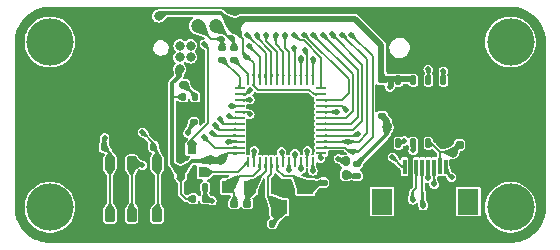
<source format=gbr>
%TF.GenerationSoftware,KiCad,Pcbnew,(7.0.0)*%
%TF.CreationDate,2023-04-19T19:20:55+08:00*%
%TF.ProjectId,Commander,436f6d6d-616e-4646-9572-2e6b69636164,rev?*%
%TF.SameCoordinates,Original*%
%TF.FileFunction,Copper,L1,Top*%
%TF.FilePolarity,Positive*%
%FSLAX46Y46*%
G04 Gerber Fmt 4.6, Leading zero omitted, Abs format (unit mm)*
G04 Created by KiCad (PCBNEW (7.0.0)) date 2023-04-19 19:20:55*
%MOMM*%
%LPD*%
G01*
G04 APERTURE LIST*
G04 Aperture macros list*
%AMRoundRect*
0 Rectangle with rounded corners*
0 $1 Rounding radius*
0 $2 $3 $4 $5 $6 $7 $8 $9 X,Y pos of 4 corners*
0 Add a 4 corners polygon primitive as box body*
4,1,4,$2,$3,$4,$5,$6,$7,$8,$9,$2,$3,0*
0 Add four circle primitives for the rounded corners*
1,1,$1+$1,$2,$3*
1,1,$1+$1,$4,$5*
1,1,$1+$1,$6,$7*
1,1,$1+$1,$8,$9*
0 Add four rect primitives between the rounded corners*
20,1,$1+$1,$2,$3,$4,$5,0*
20,1,$1+$1,$4,$5,$6,$7,0*
20,1,$1+$1,$6,$7,$8,$9,0*
20,1,$1+$1,$8,$9,$2,$3,0*%
G04 Aperture macros list end*
%TA.AperFunction,SMDPad,CuDef*%
%ADD10RoundRect,0.212500X0.212500X-0.387500X0.212500X0.387500X-0.212500X0.387500X-0.212500X-0.387500X0*%
%TD*%
%TA.AperFunction,SMDPad,CuDef*%
%ADD11RoundRect,0.147500X-0.147500X-0.172500X0.147500X-0.172500X0.147500X0.172500X-0.147500X0.172500X0*%
%TD*%
%TA.AperFunction,SMDPad,CuDef*%
%ADD12RoundRect,0.135000X-0.185000X0.135000X-0.185000X-0.135000X0.185000X-0.135000X0.185000X0.135000X0*%
%TD*%
%TA.AperFunction,SMDPad,CuDef*%
%ADD13RoundRect,0.135000X0.185000X-0.135000X0.185000X0.135000X-0.185000X0.135000X-0.185000X-0.135000X0*%
%TD*%
%TA.AperFunction,SMDPad,CuDef*%
%ADD14R,1.400000X1.200000*%
%TD*%
%TA.AperFunction,SMDPad,CuDef*%
%ADD15RoundRect,0.135000X-0.135000X-0.185000X0.135000X-0.185000X0.135000X0.185000X-0.135000X0.185000X0*%
%TD*%
%TA.AperFunction,SMDPad,CuDef*%
%ADD16R,0.800000X0.900000*%
%TD*%
%TA.AperFunction,SMDPad,CuDef*%
%ADD17RoundRect,0.140000X-0.170000X0.140000X-0.170000X-0.140000X0.170000X-0.140000X0.170000X0.140000X0*%
%TD*%
%TA.AperFunction,SMDPad,CuDef*%
%ADD18RoundRect,0.140000X0.170000X-0.140000X0.170000X0.140000X-0.170000X0.140000X-0.170000X-0.140000X0*%
%TD*%
%TA.AperFunction,SMDPad,CuDef*%
%ADD19RoundRect,0.160000X0.222500X0.160000X-0.222500X0.160000X-0.222500X-0.160000X0.222500X-0.160000X0*%
%TD*%
%TA.AperFunction,SMDPad,CuDef*%
%ADD20RoundRect,0.155000X-0.212500X-0.155000X0.212500X-0.155000X0.212500X0.155000X-0.212500X0.155000X0*%
%TD*%
%TA.AperFunction,SMDPad,CuDef*%
%ADD21R,1.800000X2.200000*%
%TD*%
%TA.AperFunction,SMDPad,CuDef*%
%ADD22R,0.300000X1.300000*%
%TD*%
%TA.AperFunction,SMDPad,CuDef*%
%ADD23C,1.200000*%
%TD*%
%TA.AperFunction,SMDPad,CuDef*%
%ADD24RoundRect,0.125000X0.125000X-0.262500X0.125000X0.262500X-0.125000X0.262500X-0.125000X-0.262500X0*%
%TD*%
%TA.AperFunction,SMDPad,CuDef*%
%ADD25R,4.000000X3.400000*%
%TD*%
%TA.AperFunction,SMDPad,CuDef*%
%ADD26R,1.050000X1.100000*%
%TD*%
%TA.AperFunction,SMDPad,CuDef*%
%ADD27R,0.254800X0.807999*%
%TD*%
%TA.AperFunction,SMDPad,CuDef*%
%ADD28R,0.807999X0.254800*%
%TD*%
%TA.AperFunction,SMDPad,CuDef*%
%ADD29R,4.265852X4.265852*%
%TD*%
%TA.AperFunction,SMDPad,CuDef*%
%ADD30RoundRect,0.155000X0.155000X-0.212500X0.155000X0.212500X-0.155000X0.212500X-0.155000X-0.212500X0*%
%TD*%
%TA.AperFunction,SMDPad,CuDef*%
%ADD31RoundRect,0.155000X-0.155000X0.212500X-0.155000X-0.212500X0.155000X-0.212500X0.155000X0.212500X0*%
%TD*%
%TA.AperFunction,SMDPad,CuDef*%
%ADD32RoundRect,0.140000X0.140000X0.170000X-0.140000X0.170000X-0.140000X-0.170000X0.140000X-0.170000X0*%
%TD*%
%TA.AperFunction,SMDPad,CuDef*%
%ADD33RoundRect,0.155000X0.212500X0.155000X-0.212500X0.155000X-0.212500X-0.155000X0.212500X-0.155000X0*%
%TD*%
%TA.AperFunction,SMDPad,CuDef*%
%ADD34RoundRect,0.140000X-0.140000X-0.170000X0.140000X-0.170000X0.140000X0.170000X-0.140000X0.170000X0*%
%TD*%
%TA.AperFunction,SMDPad,CuDef*%
%ADD35RoundRect,0.160000X-0.160000X0.222500X-0.160000X-0.222500X0.160000X-0.222500X0.160000X0.222500X0*%
%TD*%
%TA.AperFunction,ComponentPad*%
%ADD36C,4.000000*%
%TD*%
%TA.AperFunction,ViaPad*%
%ADD37C,0.500000*%
%TD*%
%TA.AperFunction,ViaPad*%
%ADD38C,0.800000*%
%TD*%
%TA.AperFunction,Conductor*%
%ADD39C,0.200000*%
%TD*%
%TA.AperFunction,Conductor*%
%ADD40C,0.500000*%
%TD*%
%TA.AperFunction,Conductor*%
%ADD41C,0.350000*%
%TD*%
G04 APERTURE END LIST*
D10*
%TO.P,SW2,1,1*%
%TO.N,+3V3*%
X126720000Y-79340000D03*
%TO.P,SW2,2,2*%
X126720000Y-74940000D03*
%TO.P,SW2,3,3*%
%TO.N,/BOOT0*%
X128870000Y-74940000D03*
%TO.P,SW2,4,4*%
X128870000Y-79340000D03*
%TD*%
D11*
%TO.P,D3,1,A1*%
%TO.N,GND*%
X127575000Y-73520000D03*
%TO.P,D3,2,A2*%
%TO.N,/BOOT0*%
X128545000Y-73520000D03*
%TD*%
D12*
%TO.P,R10,1*%
%TO.N,+3V3*%
X145825000Y-74990000D03*
%TO.P,R10,2*%
%TO.N,Net-(D6-A)*%
X145825000Y-76010000D03*
%TD*%
D13*
%TO.P,R5,1*%
%TO.N,/SWCLK*%
X134400000Y-66200000D03*
%TO.P,R5,2*%
%TO.N,/SWCLK-L*%
X134400000Y-65180000D03*
%TD*%
D14*
%TO.P,Y1,1,1*%
%TO.N,/OSC_OUT*%
X141409999Y-76969999D03*
%TO.P,Y1,2,2*%
%TO.N,GND*%
X139209999Y-76969999D03*
%TO.P,Y1,3,3*%
%TO.N,/OSC_IN*%
X139209999Y-78669999D03*
%TO.P,Y1,4,4*%
%TO.N,GND*%
X141409999Y-78669999D03*
%TD*%
D15*
%TO.P,R13,1*%
%TO.N,+3V3*%
X131080000Y-69310001D03*
%TO.P,R13,2*%
%TO.N,Net-(D7-A)*%
X132100000Y-69310001D03*
%TD*%
D16*
%TO.P,D1,1*%
%TO.N,+3V3*%
X130869999Y-75709999D03*
%TO.P,D1,2*%
%TO.N,/VBAT+*%
X132769999Y-75709999D03*
%TO.P,D1,3*%
%TO.N,/VBAT_Pin*%
X131819999Y-73709999D03*
%TD*%
D17*
%TO.P,C13,1*%
%TO.N,/OSC_OUT*%
X142960000Y-76570000D03*
%TO.P,C13,2*%
%TO.N,GND*%
X142960000Y-77530000D03*
%TD*%
D18*
%TO.P,C8,1*%
%TO.N,+3V3*%
X147925000Y-70935000D03*
%TO.P,C8,2*%
%TO.N,GND*%
X147925000Y-69975000D03*
%TD*%
D19*
%TO.P,D7,1,K*%
%TO.N,GND*%
X132302500Y-68310000D03*
%TO.P,D7,2,A*%
%TO.N,Net-(D7-A)*%
X131157500Y-68310000D03*
%TD*%
D15*
%TO.P,R2,1*%
%TO.N,+3V3*%
X131935000Y-77940000D03*
%TO.P,R2,2*%
%TO.N,/NRST*%
X132955000Y-77940000D03*
%TD*%
D11*
%TO.P,D2,1,A1*%
%TO.N,GND*%
X123412500Y-73560000D03*
%TO.P,D2,2,A2*%
%TO.N,/NRST*%
X124382500Y-73560000D03*
%TD*%
D20*
%TO.P,C15,1*%
%TO.N,/OSC_32_OUT*%
X136510000Y-78345000D03*
%TO.P,C15,2*%
%TO.N,GND*%
X137645000Y-78345000D03*
%TD*%
D21*
%TO.P,J3,*%
%TO.N,*%
X147919999Y-78189999D03*
X155219999Y-78189999D03*
D22*
%TO.P,J3,1,Pin_1*%
%TO.N,/LCD.BKControl*%
X149819999Y-75239999D03*
%TO.P,J3,2,Pin_2*%
%TO.N,GND*%
X150319999Y-75239999D03*
%TO.P,J3,3,Pin_3*%
%TO.N,/LCD.~{RES}*%
X150819999Y-75239999D03*
%TO.P,J3,4,Pin_4*%
%TO.N,/LCD.D{slash}C*%
X151319999Y-75239999D03*
%TO.P,J3,5,Pin_5*%
%TO.N,Net-(J3-Pin_5)*%
X151819999Y-75239999D03*
%TO.P,J3,6,Pin_6*%
%TO.N,Net-(J3-Pin_6)*%
X152319999Y-75239999D03*
%TO.P,J3,7,Pin_7*%
%TO.N,+3V3*%
X152819999Y-75239999D03*
%TO.P,J3,8,Pin_8*%
%TO.N,/LCD.CS*%
X153319999Y-75239999D03*
%TD*%
D23*
%TO.P,J1,1,Pin_1*%
%TO.N,GND*%
X130840000Y-63280000D03*
%TO.P,J1,2,Pin_2*%
%TO.N,/SWCLK-L*%
X132340000Y-63280000D03*
%TO.P,J1,3,Pin_3*%
%TO.N,/SWDIO-L*%
X133840000Y-63280000D03*
%TO.P,J1,4,Pin_4*%
%TO.N,+3V3*%
X135340000Y-63280000D03*
%TD*%
D24*
%TO.P,U3,1,~{CS}*%
%TO.N,/SPI2.CS*%
X149295000Y-73237500D03*
%TO.P,U3,2,DO(IO1)*%
%TO.N,/SPI2.MISO*%
X150565000Y-73237500D03*
%TO.P,U3,3,IO2*%
%TO.N,+3V3*%
X151835000Y-73237500D03*
%TO.P,U3,4,GND*%
%TO.N,GND*%
X153105000Y-73237500D03*
D25*
X151199999Y-70574999D03*
D24*
%TO.P,U3,5,DI(IO0)*%
%TO.N,/SPI2.MOSI*%
X153105000Y-67912500D03*
%TO.P,U3,6,CLK*%
%TO.N,/SPI2.CLK*%
X151835000Y-67912500D03*
%TO.P,U3,7,IO3*%
%TO.N,+3V3*%
X150565000Y-67912500D03*
%TO.P,U3,8,VCC*%
X149295000Y-67912500D03*
%TD*%
D26*
%TO.P,Y2,1,1*%
%TO.N,/OSC_32_OUT*%
X136759999Y-76919999D03*
%TO.P,Y2,2,2*%
%TO.N,/OSC_32_IN*%
X134909999Y-76919999D03*
%TD*%
D12*
%TO.P,R3,1*%
%TO.N,GND*%
X131990000Y-70460000D03*
%TO.P,R3,2*%
%TO.N,/BOOT0*%
X131990000Y-71480000D03*
%TD*%
D27*
%TO.P,U1,1,VBAT*%
%TO.N,/VBAT+*%
X136549999Y-74803999D03*
%TO.P,U1,2,PC13*%
%TO.N,/PC13*%
X137049998Y-74803999D03*
%TO.P,U1,3,PC14-OSC32_IN*%
%TO.N,/OSC_32_IN*%
X137550000Y-74803999D03*
%TO.P,U1,4,PC15-OSC32_OUT*%
%TO.N,/OSC_32_OUT*%
X138049999Y-74803999D03*
%TO.P,U1,5,PF0-OSC_IN*%
%TO.N,/OSC_IN*%
X138549998Y-74803999D03*
%TO.P,U1,6,PF1-OSC_OUT*%
%TO.N,/OSC_OUT*%
X139049999Y-74803999D03*
%TO.P,U1,7,PG10-NRST*%
%TO.N,/NRST*%
X139549999Y-74803999D03*
%TO.P,U1,8,PA0*%
%TO.N,/PA0*%
X140050000Y-74803999D03*
%TO.P,U1,9,PA1*%
%TO.N,/PA1*%
X140549999Y-74803999D03*
%TO.P,U1,10,PA2*%
%TO.N,/LCD.D{slash}C*%
X141049998Y-74803999D03*
%TO.P,U1,11,PA3*%
%TO.N,/LCD.~{RES}*%
X141550000Y-74803999D03*
%TO.P,U1,12,PA4*%
%TO.N,/LCD.CS*%
X142049999Y-74803999D03*
D28*
%TO.P,U1,13,PA5*%
%TO.N,/LCD.SCL*%
X142751999Y-74101999D03*
%TO.P,U1,14,PA6*%
%TO.N,/LCD.BKControl*%
X142751999Y-73602000D03*
%TO.P,U1,15,PA7*%
%TO.N,/LCD.SDA*%
X142751999Y-73101998D03*
%TO.P,U1,16,PC4*%
%TO.N,/PC4*%
X142751999Y-72601999D03*
%TO.P,U1,17,PB0*%
%TO.N,/PB0*%
X142751999Y-72102000D03*
%TO.P,U1,18,PB1*%
%TO.N,/PB1*%
X142751999Y-71601999D03*
%TO.P,U1,19,PB2*%
%TO.N,/PB2*%
X142751999Y-71101999D03*
%TO.P,U1,20,VREF+*%
%TO.N,Net-(U1B-VREF+)*%
X142751999Y-70601998D03*
%TO.P,U1,21,VDDA*%
%TO.N,Net-(U1B-VDDA)*%
X142751999Y-70101999D03*
%TO.P,U1,22,PB10*%
%TO.N,/PB10*%
X142751999Y-69602000D03*
%TO.P,U1,23,VDD*%
%TO.N,+3V3*%
X142751999Y-69101998D03*
%TO.P,U1,24,PB11*%
%TO.N,/PB11*%
X142751999Y-68601999D03*
D27*
%TO.P,U1,25,PB12*%
%TO.N,/SPI2.CS*%
X142049999Y-67899999D03*
%TO.P,U1,26,PB13*%
%TO.N,/SPI2.CLK*%
X141550000Y-67899999D03*
%TO.P,U1,27,PB14*%
%TO.N,/SPI2.MISO*%
X141049998Y-67899999D03*
%TO.P,U1,28,PB15*%
%TO.N,/SPI2.MOSI*%
X140549999Y-67899999D03*
%TO.P,U1,29,PC6*%
%TO.N,/PC6*%
X140050000Y-67899999D03*
%TO.P,U1,30,PA8*%
%TO.N,/PA8*%
X139549999Y-67899999D03*
%TO.P,U1,31,PA9*%
%TO.N,/PA9*%
X139049999Y-67899999D03*
%TO.P,U1,32,PA10*%
%TO.N,/PA10*%
X138549998Y-67899999D03*
%TO.P,U1,33,PA11*%
%TO.N,/PA11*%
X138049999Y-67899999D03*
%TO.P,U1,34,PA12*%
%TO.N,/PA12*%
X137550000Y-67899999D03*
%TO.P,U1,35,VDD*%
%TO.N,+3V3*%
X137049998Y-67899999D03*
%TO.P,U1,36,PA13*%
%TO.N,/SWDIO*%
X136549999Y-67899999D03*
D28*
%TO.P,U1,37,PA14*%
%TO.N,/SWCLK*%
X135847999Y-68601999D03*
%TO.P,U1,38,PA15*%
%TO.N,/PA15*%
X135847999Y-69101998D03*
%TO.P,U1,39,PC10*%
%TO.N,/PC10*%
X135847999Y-69602000D03*
%TO.P,U1,40,PC11*%
%TO.N,/PC11*%
X135847999Y-70101999D03*
%TO.P,U1,41,PB3*%
%TO.N,/PB3*%
X135847999Y-70601998D03*
%TO.P,U1,42,PB4*%
%TO.N,/PB4*%
X135847999Y-71101999D03*
%TO.P,U1,43,PB5*%
%TO.N,/PB5*%
X135847999Y-71601999D03*
%TO.P,U1,44,PB6*%
%TO.N,/PB6*%
X135847999Y-72102000D03*
%TO.P,U1,45,PB7*%
%TO.N,/PB7*%
X135847999Y-72601999D03*
%TO.P,U1,46,PB8-BOOT0*%
%TO.N,/BOOT0*%
X135847999Y-73101998D03*
%TO.P,U1,47,PB9*%
%TO.N,/PB9*%
X135847999Y-73602000D03*
%TO.P,U1,48,VDD*%
%TO.N,+3V3*%
X135847999Y-74101999D03*
D29*
%TO.P,U1,49,EPAD*%
%TO.N,GND*%
X139299999Y-71300847D03*
%TD*%
D30*
%TO.P,C17,1*%
%TO.N,+3V3*%
X154475000Y-73367500D03*
%TO.P,C17,2*%
%TO.N,GND*%
X154475000Y-72232500D03*
%TD*%
D31*
%TO.P,C16,1*%
%TO.N,+3V3*%
X147925000Y-67815000D03*
%TO.P,C16,2*%
%TO.N,GND*%
X147925000Y-68950000D03*
%TD*%
D32*
%TO.P,C11,1*%
%TO.N,/NRST*%
X132955000Y-76950000D03*
%TO.P,C11,2*%
%TO.N,GND*%
X131995000Y-76950000D03*
%TD*%
D10*
%TO.P,SW1,1,1*%
%TO.N,GND*%
X122720000Y-79340000D03*
%TO.P,SW1,2,2*%
X122720000Y-74940000D03*
%TO.P,SW1,3,3*%
%TO.N,/NRST*%
X124870000Y-74940000D03*
%TO.P,SW1,4,4*%
X124870000Y-79340000D03*
%TD*%
D13*
%TO.P,R4,1*%
%TO.N,/SWDIO*%
X135400000Y-66200000D03*
%TO.P,R4,2*%
%TO.N,/SWDIO-L*%
X135400000Y-65180000D03*
%TD*%
D33*
%TO.P,C14,1*%
%TO.N,/OSC_32_IN*%
X135412500Y-78345000D03*
%TO.P,C14,2*%
%TO.N,GND*%
X134277500Y-78345000D03*
%TD*%
D34*
%TO.P,C12,1*%
%TO.N,/OSC_IN*%
X138630000Y-80045000D03*
%TO.P,C12,2*%
%TO.N,GND*%
X139590000Y-80045000D03*
%TD*%
D35*
%TO.P,D6,1,K*%
%TO.N,/PC4*%
X144825000Y-74752500D03*
%TO.P,D6,2,A*%
%TO.N,Net-(D6-A)*%
X144825000Y-75897500D03*
%TD*%
D36*
%TO.P,J4,*%
%TO.N,*%
X119800000Y-64675000D03*
X119800000Y-78675000D03*
X158792442Y-78673977D03*
X158800000Y-64675000D03*
%TD*%
D37*
%TO.N,Net-(U1B-VREF+)*%
X144126700Y-70602500D03*
%TO.N,GND*%
X135640000Y-79210000D03*
X152170000Y-70515000D03*
X136900000Y-73070000D03*
X138150000Y-73040000D03*
X138830000Y-72400000D03*
X140986666Y-79810000D03*
X152790000Y-69170000D03*
X148690000Y-75310000D03*
X152790000Y-71187500D03*
X131810000Y-76250000D03*
X136333333Y-79210000D03*
X137520000Y-73060000D03*
X144800000Y-76900000D03*
X140330000Y-79810000D03*
X137720000Y-79210000D03*
X134296666Y-79210000D03*
X148820000Y-69080000D03*
X138830000Y-71730000D03*
X133830000Y-76870000D03*
X152170000Y-69170000D03*
X148830000Y-69690000D03*
X138830000Y-71080000D03*
X141643332Y-79810000D03*
X139180000Y-76970000D03*
X138150000Y-71730000D03*
X152170000Y-71187500D03*
X137760500Y-77240000D03*
X148430000Y-73770000D03*
X138150000Y-72385000D03*
X137520000Y-72400000D03*
X132000000Y-70120000D03*
X134990000Y-79210000D03*
X152790000Y-70515000D03*
X152790000Y-71860000D03*
X142680000Y-79000000D03*
X142690000Y-78370000D03*
X140370000Y-80520000D03*
X133830000Y-76230000D03*
X133830000Y-77540000D03*
X136900000Y-72410000D03*
X137026666Y-79210000D03*
X133603333Y-79210000D03*
X142300000Y-79810000D03*
X152790000Y-69842500D03*
X152170000Y-69842500D03*
X152170000Y-71860000D03*
%TO.N,Net-(U1B-VDDA)*%
X144865593Y-70420093D03*
D38*
%TO.N,+3V3*%
X130790000Y-66950000D03*
X153900000Y-74040000D03*
X130790000Y-65965000D03*
X130800000Y-64980000D03*
X148360000Y-71890000D03*
X131700000Y-65940000D03*
X131700000Y-64980000D03*
D37*
X127630000Y-75110000D03*
X148572183Y-68479633D03*
D38*
X133310000Y-74640000D03*
D37*
X136410000Y-65900000D03*
D38*
X129010000Y-62470000D03*
X134290000Y-74650000D03*
D37*
%TO.N,/NRST*%
X133511575Y-78106091D03*
X139410000Y-73950000D03*
X124430000Y-72770000D03*
%TO.N,/VBAT_Pin*%
X132870000Y-64850000D03*
%TO.N,/BOOT0*%
X131490000Y-72380000D03*
X134870000Y-73101500D03*
X127620000Y-72320000D03*
%TO.N,/PC4*%
X144220000Y-74550000D03*
X145868864Y-72417537D03*
%TO.N,/PB7*%
X133515492Y-72394317D03*
%TO.N,/PB6*%
X133749500Y-71735118D03*
%TO.N,/PB5*%
X134200000Y-71200000D03*
%TO.N,/PB4*%
X134950000Y-70950000D03*
%TO.N,/PB3*%
X136717572Y-70800000D03*
%TO.N,/PC11*%
X135150000Y-70100000D03*
%TO.N,/PC10*%
X136717572Y-69550500D03*
%TO.N,/PA15*%
X136719960Y-68771000D03*
%TO.N,/PA12*%
X136650000Y-64970000D03*
%TO.N,/PA11*%
X136510000Y-64060000D03*
%TO.N,/PA10*%
X137290000Y-64060000D03*
%TO.N,/PA9*%
X138110000Y-64050000D03*
%TO.N,/PA8*%
X138900000Y-64050000D03*
%TO.N,/PC6*%
X139700000Y-64050000D03*
%TO.N,/PB11*%
X140490000Y-64050000D03*
%TO.N,/PB10*%
X141310000Y-64040000D03*
%TO.N,/PB2*%
X142090000Y-64040000D03*
%TO.N,/PB1*%
X142900000Y-64050000D03*
%TO.N,/PB0*%
X143700000Y-64030000D03*
%TO.N,/PA1*%
X140550500Y-74110000D03*
%TO.N,/PA0*%
X140008305Y-75490001D03*
%TO.N,/PC13*%
X137100000Y-73900000D03*
%TO.N,/LCD.~{RES}*%
X150510000Y-78030500D03*
X141600000Y-73890000D03*
%TO.N,/LCD.D{slash}C*%
X151390000Y-78530000D03*
X141049999Y-75460000D03*
%TO.N,Net-(J3-Pin_5)*%
X151820500Y-76200000D03*
%TO.N,Net-(J3-Pin_6)*%
X152320000Y-76710000D03*
%TO.N,/LCD.CS*%
X153810000Y-76130000D03*
X142060000Y-75580000D03*
%TO.N,/LCD.SDA*%
X144510000Y-64040000D03*
X145025139Y-73111261D03*
%TO.N,/LCD.SCL*%
X142720000Y-74520000D03*
%TO.N,/LCD.BKControl*%
X145439918Y-73941343D03*
X148800000Y-74420000D03*
X145320000Y-64040000D03*
%TO.N,/SPI2.CS*%
X142100000Y-66130000D03*
X149803642Y-73033642D03*
%TO.N,/SPI2.CLK*%
X141393600Y-65360000D03*
X151830000Y-66990000D03*
%TO.N,/SPI2.MISO*%
X141050501Y-66050000D03*
X150560000Y-73850000D03*
%TO.N,/SPI2.MOSI*%
X153110000Y-67140000D03*
X140420000Y-65180000D03*
%TO.N,/PB9*%
X132870000Y-72740000D03*
%TO.N,/SWDIO-L*%
X135220000Y-64350000D03*
%TO.N,/SWCLK-L*%
X134340000Y-64400000D03*
%TD*%
D39*
%TO.N,Net-(U1B-VREF+)*%
X144126700Y-70602500D02*
X144126199Y-70601999D01*
X144126199Y-70601999D02*
X142752000Y-70601999D01*
%TO.N,GND*%
X132190000Y-70460000D02*
X132720000Y-69930000D01*
X132720000Y-69930000D02*
X132720000Y-68727500D01*
X132720000Y-68727500D02*
X132302500Y-68310000D01*
X148580000Y-73920000D02*
X148430000Y-73770000D01*
X149850000Y-73920000D02*
X148580000Y-73920000D01*
X150320000Y-75240000D02*
X150320000Y-74390000D01*
X150320000Y-74390000D02*
X149850000Y-73920000D01*
%TO.N,Net-(U1B-VDDA)*%
X144865593Y-70420093D02*
X144547500Y-70102000D01*
X144547500Y-70102000D02*
X142752000Y-70102000D01*
%TO.N,+3V3*%
X136420000Y-65840000D02*
X136460000Y-65880000D01*
D40*
X147860000Y-67750000D02*
X147860000Y-64920000D01*
D41*
X130790000Y-66950000D02*
X130790000Y-67510000D01*
D39*
X130870000Y-75710000D02*
X130870000Y-77500000D01*
D41*
X130130000Y-68170000D02*
X130130000Y-69350000D01*
X130850000Y-66950000D02*
X130790000Y-67010000D01*
D40*
X148640000Y-68411816D02*
X148640000Y-67815000D01*
D39*
X151835000Y-73237500D02*
X152077500Y-73237500D01*
D41*
X133180000Y-74770000D02*
X133310000Y-74640000D01*
D39*
X137049999Y-68393932D02*
X137376067Y-68720000D01*
D41*
X131810000Y-74770000D02*
X133180000Y-74770000D01*
D39*
X136410000Y-65900000D02*
X136410000Y-65890000D01*
X131080000Y-69310001D02*
X130169999Y-69310001D01*
X153900000Y-73942500D02*
X153900000Y-74040000D01*
X136480000Y-65900000D02*
X136420000Y-65900000D01*
X153850000Y-73980000D02*
X153830000Y-74000000D01*
X136420000Y-65900000D02*
X136420000Y-65840000D01*
X126720000Y-74940000D02*
X126720000Y-79340000D01*
D41*
X134260000Y-62200000D02*
X135340000Y-63280000D01*
D39*
X141766002Y-68720000D02*
X142148001Y-69101999D01*
X153810000Y-73980000D02*
X152820000Y-73980000D01*
D40*
X148360000Y-71370000D02*
X147925000Y-70935000D01*
D39*
X137049999Y-66469999D02*
X136480000Y-65900000D01*
X153802500Y-74040000D02*
X153862500Y-73980000D01*
D41*
X148360000Y-71890000D02*
X148360000Y-72455000D01*
D39*
X136410000Y-65890000D02*
X136120000Y-65600000D01*
D41*
X130790000Y-67510000D02*
X130130000Y-68170000D01*
D39*
X137049999Y-67900000D02*
X137049999Y-68393932D01*
D40*
X145660000Y-62720000D02*
X135900000Y-62720000D01*
D39*
X130169999Y-69310001D02*
X130130000Y-69350000D01*
X134838000Y-74102000D02*
X135848000Y-74102000D01*
D41*
X129280000Y-62200000D02*
X134260000Y-62200000D01*
D40*
X135900000Y-62720000D02*
X135470000Y-63150000D01*
D39*
X153830000Y-74000000D02*
X153810000Y-73980000D01*
X142148001Y-69101999D02*
X142752000Y-69101999D01*
X131310000Y-77940000D02*
X131935000Y-77940000D01*
X137049999Y-67900000D02*
X137049999Y-66469999D01*
X136120000Y-64377107D02*
X135340000Y-63597107D01*
X136420000Y-65900000D02*
X136410000Y-65900000D01*
X153900000Y-74040000D02*
X153802500Y-74040000D01*
D41*
X134290000Y-74650000D02*
X134170000Y-74770000D01*
X130870000Y-75710000D02*
X131810000Y-74770000D01*
X130130000Y-74970000D02*
X130870000Y-75710000D01*
D40*
X147860000Y-64920000D02*
X145660000Y-62720000D01*
X147925000Y-67815000D02*
X147860000Y-67750000D01*
D39*
X152820000Y-73980000D02*
X152820000Y-75240000D01*
X153862500Y-73980000D02*
X153850000Y-73980000D01*
D40*
X148640000Y-67815000D02*
X148240000Y-67815000D01*
D39*
X137376067Y-68720000D02*
X141766002Y-68720000D01*
D40*
X148360000Y-71890000D02*
X148360000Y-71370000D01*
X147925000Y-67815000D02*
X148640000Y-67815000D01*
D41*
X133440000Y-74770000D02*
X133310000Y-74640000D01*
D39*
X152077500Y-73237500D02*
X152820000Y-73980000D01*
D40*
X148572183Y-68479633D02*
X148640000Y-68411816D01*
D39*
X127460000Y-74940000D02*
X127630000Y-75110000D01*
X130870000Y-77500000D02*
X131310000Y-77940000D01*
D41*
X130130000Y-69350000D02*
X130130000Y-74970000D01*
D39*
X136120000Y-65600000D02*
X136120000Y-64377107D01*
D40*
X150467500Y-67815000D02*
X150565000Y-67912500D01*
X148640000Y-67815000D02*
X150467500Y-67815000D01*
D41*
X130790000Y-66950000D02*
X130850000Y-66950000D01*
D39*
X154475000Y-73367500D02*
X153900000Y-73942500D01*
X134290000Y-74650000D02*
X134838000Y-74102000D01*
D41*
X134170000Y-74770000D02*
X133440000Y-74770000D01*
X129010000Y-62470000D02*
X129280000Y-62200000D01*
X148360000Y-72455000D02*
X145825000Y-74990000D01*
D39*
X126720000Y-74940000D02*
X127460000Y-74940000D01*
D41*
X130790000Y-67010000D02*
X130790000Y-66950000D01*
D39*
%TO.N,/NRST*%
X132955000Y-77940000D02*
X132955000Y-76950000D01*
X139550000Y-74804000D02*
X139550000Y-74070000D01*
X124420000Y-73522500D02*
X124430000Y-72770000D01*
X139550000Y-74070000D02*
X139430000Y-73950000D01*
X139430000Y-73950000D02*
X139410000Y-73950000D01*
X124870000Y-74940000D02*
X124870000Y-79340000D01*
X139410000Y-73950000D02*
X139410000Y-73930000D01*
X124870000Y-74940000D02*
X124870000Y-74047500D01*
X133511575Y-78106091D02*
X133121091Y-78106091D01*
X139410000Y-73930000D02*
X139450000Y-73970000D01*
X124870000Y-74047500D02*
X124382500Y-73560000D01*
%TO.N,/OSC_IN*%
X138549999Y-75830001D02*
X138260000Y-76120000D01*
X138549999Y-74804000D02*
X138549999Y-75830001D01*
X138260000Y-77720000D02*
X139210000Y-78670000D01*
X139210000Y-79465000D02*
X138630000Y-80045000D01*
X139210000Y-78670000D02*
X139210000Y-79465000D01*
X138260000Y-76120000D02*
X138260000Y-77720000D01*
%TO.N,/OSC_OUT*%
X140470000Y-76030000D02*
X139580000Y-76030000D01*
X139580000Y-76030000D02*
X139050000Y-75500000D01*
X141410000Y-76970000D02*
X140470000Y-76030000D01*
X139050000Y-75500000D02*
X139050000Y-74804000D01*
X142960000Y-76570000D02*
X141810000Y-76570000D01*
%TO.N,/OSC_32_IN*%
X137550001Y-75407999D02*
X136968000Y-75990000D01*
X135840000Y-75990000D02*
X134910000Y-76920000D01*
X137550001Y-74804000D02*
X137550001Y-75407999D01*
X135412500Y-77422500D02*
X134910000Y-76920000D01*
X136968000Y-75990000D02*
X135840000Y-75990000D01*
X135412500Y-78345000D02*
X135412500Y-77422500D01*
%TO.N,/OSC_32_OUT*%
X138050000Y-75605000D02*
X138050000Y-74804000D01*
X136760000Y-76895000D02*
X138050000Y-75605000D01*
X136510000Y-78345000D02*
X136510000Y-77170000D01*
%TO.N,/VBAT+*%
X132805000Y-75675000D02*
X135679000Y-75675000D01*
X135679000Y-75675000D02*
X136550000Y-74804000D01*
%TO.N,/VBAT_Pin*%
X133160000Y-65140000D02*
X132870000Y-64850000D01*
X133160000Y-71560000D02*
X133160000Y-65140000D01*
X131820000Y-72900000D02*
X133160000Y-71560000D01*
X131820000Y-73710000D02*
X131820000Y-72900000D01*
%TO.N,/BOOT0*%
X127640000Y-72320000D02*
X128545000Y-73225000D01*
X128930000Y-79280000D02*
X128930000Y-74875000D01*
X131490000Y-72090000D02*
X131520000Y-72060000D01*
X134870000Y-73101500D02*
X134870499Y-73101999D01*
X134870499Y-73101999D02*
X135848000Y-73101999D01*
X128870000Y-73845000D02*
X128545000Y-73520000D01*
X131490000Y-72380000D02*
X131490000Y-72090000D01*
X131520000Y-72350000D02*
X131490000Y-72380000D01*
X128580000Y-73310000D02*
X128560000Y-73290000D01*
X131990000Y-71590000D02*
X131520000Y-72060000D01*
X128545000Y-73225000D02*
X128545000Y-73520000D01*
X128870000Y-74940000D02*
X128870000Y-73845000D01*
X131520000Y-72060000D02*
X131520000Y-72350000D01*
X127620000Y-72320000D02*
X127640000Y-72320000D01*
%TO.N,/PC4*%
X144220000Y-74550000D02*
X144220000Y-74490000D01*
X144280000Y-74550000D02*
X144220000Y-74550000D01*
X145868864Y-72417537D02*
X145684401Y-72602000D01*
X144482500Y-74752500D02*
X144280000Y-74550000D01*
X144825000Y-74752500D02*
X144482500Y-74752500D01*
X144220000Y-74490000D02*
X144300000Y-74570000D01*
X142752000Y-72602000D02*
X145684401Y-72602000D01*
D41*
%TO.N,Net-(D6-A)*%
X145825000Y-76010000D02*
X144937500Y-76010000D01*
D39*
%TO.N,Net-(D7-A)*%
X132100000Y-69230000D02*
X131180003Y-68310002D01*
%TO.N,/PB7*%
X133723175Y-72602000D02*
X135848000Y-72602000D01*
X133515492Y-72394317D02*
X133723175Y-72602000D01*
%TO.N,/PB6*%
X133749500Y-71735118D02*
X134116383Y-72102001D01*
X134116383Y-72102001D02*
X135848000Y-72102001D01*
%TO.N,/PB5*%
X135848000Y-71602000D02*
X134502000Y-71602000D01*
X134502000Y-71602000D02*
X134200000Y-71300000D01*
%TO.N,/PB4*%
X135102000Y-71102000D02*
X134950000Y-70950000D01*
X135848000Y-71102000D02*
X135102000Y-71102000D01*
%TO.N,/PB3*%
X135848000Y-70601999D02*
X136448001Y-70601999D01*
X136717572Y-70800000D02*
X136517572Y-70600000D01*
X136448001Y-70601999D02*
X136450000Y-70600000D01*
X136517572Y-70600000D02*
X136450000Y-70600000D01*
%TO.N,/PC11*%
X135848000Y-70102000D02*
X135252000Y-70102000D01*
X135250000Y-70100000D02*
X135150000Y-70100000D01*
X135252000Y-70102000D02*
X135250000Y-70100000D01*
X135150000Y-70100000D02*
X135150000Y-70000000D01*
X135150000Y-70000000D02*
X135250000Y-70100000D01*
%TO.N,/PC10*%
X136666071Y-69602001D02*
X135848000Y-69602001D01*
X136717572Y-69550500D02*
X136666071Y-69602001D01*
%TO.N,/PA15*%
X136719960Y-68771000D02*
X136388961Y-69101999D01*
X136388961Y-69101999D02*
X135848000Y-69101999D01*
%TO.N,/PA12*%
X136650000Y-65000000D02*
X136650000Y-64970000D01*
X137550001Y-65900001D02*
X136650000Y-65000000D01*
X136650000Y-64970000D02*
X136620000Y-64970000D01*
X137550001Y-67900000D02*
X137550001Y-65900001D01*
X136620000Y-64970000D02*
X136640000Y-64990000D01*
%TO.N,/PA11*%
X138050000Y-67900000D02*
X138050000Y-65600000D01*
X138050000Y-65600000D02*
X136510000Y-64060000D01*
%TO.N,/PA10*%
X138549999Y-65502029D02*
X137290000Y-64242030D01*
X138549999Y-67900000D02*
X138549999Y-65502029D01*
X137290000Y-64242030D02*
X137290000Y-64060000D01*
%TO.N,/PA9*%
X139050000Y-67900000D02*
X139050000Y-65507056D01*
X138110000Y-64567056D02*
X138110000Y-64050000D01*
X139050000Y-65507056D02*
X138110000Y-64567056D01*
%TO.N,/PA8*%
X139550000Y-67900000D02*
X139550000Y-65512082D01*
X138900000Y-64862082D02*
X138900000Y-64050000D01*
X139550000Y-65512082D02*
X138900000Y-64862082D01*
%TO.N,/PC6*%
X140050001Y-65517108D02*
X139700000Y-65167107D01*
X140050001Y-67900000D02*
X140050001Y-65517108D01*
X139700000Y-65167107D02*
X139700000Y-64050000D01*
%TO.N,/PB11*%
X142752000Y-68602000D02*
X142752000Y-66012000D01*
X142752000Y-66012000D02*
X141280000Y-64540000D01*
X140980000Y-64540000D02*
X140490000Y-64050000D01*
X141280000Y-64540000D02*
X140980000Y-64540000D01*
%TO.N,/PB10*%
X144507999Y-69602001D02*
X145090000Y-69020000D01*
X142752000Y-69602001D02*
X144507999Y-69602001D01*
X145090000Y-69020000D02*
X145090000Y-67820000D01*
X145090000Y-67820000D02*
X141310000Y-64040000D01*
%TO.N,/PB2*%
X144890086Y-71102000D02*
X145440000Y-70552086D01*
X142752000Y-71102000D02*
X144890086Y-71102000D01*
X145440000Y-67390000D02*
X142090000Y-64040000D01*
X145440000Y-70552086D02*
X145440000Y-67390000D01*
%TO.N,/PB1*%
X145870000Y-70980000D02*
X145870000Y-67020000D01*
X145248000Y-71602000D02*
X145870000Y-70980000D01*
X145870000Y-67020000D02*
X142900000Y-64050000D01*
X142752000Y-71602000D02*
X145248000Y-71602000D01*
%TO.N,/PB0*%
X142752000Y-72102001D02*
X145477999Y-72102001D01*
X146250000Y-71330000D02*
X146250000Y-66580000D01*
X146250000Y-66580000D02*
X143700000Y-64030000D01*
X145477999Y-72102001D02*
X146250000Y-71330000D01*
%TO.N,/PA1*%
X140550000Y-74110500D02*
X140550000Y-74804000D01*
X140550500Y-74110000D02*
X140550000Y-74110500D01*
%TO.N,/PA0*%
X140008305Y-75490001D02*
X140050001Y-75448305D01*
X140050001Y-75448305D02*
X140050001Y-74804000D01*
%TO.N,/PC13*%
X137049999Y-73950001D02*
X137100000Y-73900000D01*
X137049999Y-74804000D02*
X137049999Y-73950001D01*
%TO.N,/LCD.~{RES}*%
X150510000Y-78030500D02*
X150510000Y-77310000D01*
X141550001Y-74019999D02*
X141600000Y-73970000D01*
X141550001Y-74804000D02*
X141550001Y-74019999D01*
X150510000Y-77310000D02*
X150820000Y-77000000D01*
X150440000Y-77960500D02*
X150440000Y-77380000D01*
X141600000Y-73970000D02*
X141600000Y-73890000D01*
X141680000Y-73890000D02*
X141660000Y-73910000D01*
X141600000Y-73890000D02*
X141680000Y-73890000D01*
X150510000Y-78030500D02*
X150440000Y-77960500D01*
X150820000Y-77000000D02*
X150820000Y-75240000D01*
%TO.N,/LCD.D{slash}C*%
X151390000Y-78530000D02*
X151260000Y-78400000D01*
X151320000Y-77370000D02*
X151320000Y-75240000D01*
X151390000Y-77440000D02*
X151320000Y-77370000D01*
X151260000Y-78400000D02*
X151260000Y-77430000D01*
X151390000Y-78530000D02*
X151390000Y-77440000D01*
X141049999Y-75460000D02*
X141049999Y-74804000D01*
%TO.N,Net-(J3-Pin_5)*%
X151820000Y-76350000D02*
X151820000Y-75240000D01*
X151820500Y-76349500D02*
X151820000Y-76350000D01*
X151820500Y-76200000D02*
X151820500Y-76349500D01*
X151820500Y-76200000D02*
X151810000Y-76210500D01*
X151810000Y-76210500D02*
X151810000Y-76360000D01*
%TO.N,Net-(J3-Pin_6)*%
X152320000Y-75240000D02*
X152320000Y-76710000D01*
%TO.N,/LCD.CS*%
X142060000Y-75580000D02*
X142080000Y-75580000D01*
X153320000Y-75640000D02*
X153810000Y-76130000D01*
X142080000Y-75580000D02*
X142070000Y-75570000D01*
X142050000Y-74804000D02*
X142050000Y-75550000D01*
X142060000Y-75560000D02*
X142060000Y-75580000D01*
X142050000Y-75550000D02*
X142060000Y-75560000D01*
%TO.N,/SWCLK*%
X135848000Y-68602000D02*
X135848000Y-67648000D01*
X135848000Y-67648000D02*
X134400000Y-66200000D01*
%TO.N,/SWDIO*%
X136550000Y-67900000D02*
X136550000Y-67350000D01*
X136550000Y-67350000D02*
X135400000Y-66200000D01*
%TO.N,/LCD.SDA*%
X145025139Y-73111261D02*
X145928739Y-73111261D01*
X146660000Y-72380000D02*
X146660000Y-66140000D01*
X146660000Y-66140000D02*
X144560000Y-64040000D01*
X145023878Y-73110000D02*
X142760001Y-73110000D01*
X145025139Y-73111261D02*
X145023878Y-73110000D01*
X145928739Y-73111261D02*
X146660000Y-72380000D01*
X144560000Y-64040000D02*
X144510000Y-64040000D01*
%TO.N,/LCD.SCL*%
X142720000Y-74134000D02*
X142752000Y-74102000D01*
X142720000Y-74520000D02*
X142720000Y-74134000D01*
%TO.N,/LCD.BKControl*%
X145148114Y-73941343D02*
X144808772Y-73602001D01*
X147110000Y-65830000D02*
X145320000Y-64040000D01*
X148830000Y-74430000D02*
X148810000Y-74430000D01*
X148810000Y-74430000D02*
X148800000Y-74420000D01*
X147110000Y-72750000D02*
X147110000Y-65830000D01*
X144808772Y-73602001D02*
X142752000Y-73602001D01*
X145439918Y-73941343D02*
X145918657Y-73941343D01*
X149640000Y-75240000D02*
X148830000Y-74430000D01*
X145439918Y-73941343D02*
X145148114Y-73941343D01*
X145918657Y-73941343D02*
X147110000Y-72750000D01*
X149820000Y-75240000D02*
X149640000Y-75240000D01*
%TO.N,/SPI2.CS*%
X149599784Y-73237500D02*
X149295000Y-73237500D01*
X142050000Y-67900000D02*
X142050000Y-66260000D01*
X142100000Y-66130000D02*
X142070000Y-66240000D01*
X149599784Y-73237500D02*
X149803642Y-73033642D01*
X142050000Y-66260000D02*
X142100000Y-66130000D01*
%TO.N,/SPI2.CLK*%
X151835000Y-66995000D02*
X151835000Y-67912500D01*
X151830000Y-66990000D02*
X151835000Y-66995000D01*
X141393600Y-65360000D02*
X141550001Y-65516401D01*
X141550001Y-65516401D02*
X141550001Y-67900000D01*
%TO.N,/SPI2.MISO*%
X141050501Y-66050000D02*
X141049999Y-66050502D01*
X150560000Y-73850000D02*
X150560000Y-73242500D01*
X141049999Y-66050502D02*
X141049999Y-67900000D01*
%TO.N,/SPI2.MOSI*%
X140550000Y-65310000D02*
X140550000Y-67900000D01*
X153105000Y-67145000D02*
X153105000Y-67912500D01*
X140420000Y-65180000D02*
X140550000Y-65310000D01*
X153110000Y-67140000D02*
X153105000Y-67145000D01*
%TO.N,/PB9*%
X133732001Y-73602001D02*
X135848000Y-73602001D01*
X132870000Y-72740000D02*
X133732001Y-73602001D01*
%TO.N,/SWDIO-L*%
X135400000Y-65180000D02*
X135400000Y-64560000D01*
X134997107Y-64350000D02*
X133927107Y-63280000D01*
X135400000Y-64560000D02*
X135230000Y-64390000D01*
X135220000Y-64350000D02*
X134997107Y-64350000D01*
%TO.N,/SWCLK-L*%
X133460000Y-64400000D02*
X132340000Y-63280000D01*
X134400000Y-64490000D02*
X134410000Y-64480000D01*
X134340000Y-64400000D02*
X133460000Y-64400000D01*
X134400000Y-65180000D02*
X134400000Y-64490000D01*
%TD*%
%TA.AperFunction,Conductor*%
%TO.N,/LCD.SDA*%
G36*
X145389578Y-72967350D02*
G01*
X145517044Y-73008639D01*
X145522901Y-73012889D01*
X145525139Y-73019770D01*
X145525139Y-73202752D01*
X145522901Y-73209633D01*
X145517044Y-73213883D01*
X145131051Y-73338913D01*
X145122562Y-73338414D01*
X145116653Y-73332299D01*
X145026028Y-73115775D01*
X145025122Y-73111261D01*
X145026028Y-73106746D01*
X145116653Y-72890221D01*
X145122562Y-72884107D01*
X145131050Y-72883608D01*
X145389578Y-72967350D01*
G37*
%TD.AperFunction*%
%TD*%
%TA.AperFunction,Conductor*%
%TO.N,/PB9*%
G36*
X135446947Y-73475528D02*
G01*
X135813519Y-73590840D01*
X135819441Y-73595080D01*
X135821708Y-73602001D01*
X135819441Y-73608922D01*
X135813519Y-73613162D01*
X135446947Y-73728473D01*
X135440976Y-73728750D01*
X135325840Y-73703988D01*
X135319199Y-73699902D01*
X135316600Y-73692550D01*
X135316600Y-73511452D01*
X135319199Y-73504100D01*
X135325840Y-73500014D01*
X135372298Y-73490021D01*
X135440977Y-73475251D01*
X135446947Y-73475528D01*
G37*
%TD.AperFunction*%
%TD*%
%TA.AperFunction,Conductor*%
%TO.N,/NRST*%
G36*
X133229142Y-77746817D02*
G01*
X133435898Y-77948453D01*
X133491469Y-78002647D01*
X133494081Y-78006478D01*
X133495000Y-78011023D01*
X133495000Y-78195845D01*
X133492102Y-78203553D01*
X133484844Y-78207442D01*
X133430998Y-78214610D01*
X133098828Y-78258824D01*
X133091488Y-78257389D01*
X133086516Y-78251802D01*
X133057866Y-78184391D01*
X132957591Y-77948451D01*
X132957064Y-77940827D01*
X132961356Y-77934505D01*
X133213971Y-77745818D01*
X133221741Y-77743518D01*
X133229142Y-77746817D01*
G37*
%TD.AperFunction*%
%TD*%
%TA.AperFunction,Conductor*%
%TO.N,/SWCLK-L*%
G36*
X132894892Y-63056806D02*
G01*
X132898490Y-63061881D01*
X133256703Y-64050821D01*
X133257123Y-64057347D01*
X133253975Y-64063079D01*
X133123079Y-64193975D01*
X133117347Y-64197123D01*
X133110821Y-64196703D01*
X132121881Y-63838490D01*
X132116806Y-63834892D01*
X132114292Y-63829203D01*
X132115050Y-63823028D01*
X132337438Y-63283789D01*
X132339980Y-63279980D01*
X132343789Y-63277438D01*
X132883028Y-63055049D01*
X132889203Y-63054292D01*
X132894892Y-63056806D01*
G37*
%TD.AperFunction*%
%TD*%
%TA.AperFunction,Conductor*%
%TO.N,/OSC_32_OUT*%
G36*
X138056921Y-74832558D02*
G01*
X138061161Y-74838480D01*
X138176472Y-75205052D01*
X138176749Y-75211023D01*
X138151987Y-75326160D01*
X138147901Y-75332801D01*
X138140549Y-75335400D01*
X137959451Y-75335400D01*
X137952099Y-75332801D01*
X137948013Y-75326160D01*
X137923250Y-75211023D01*
X137923527Y-75205052D01*
X138038839Y-74838480D01*
X138043079Y-74832558D01*
X138050000Y-74830291D01*
X138056921Y-74832558D01*
G37*
%TD.AperFunction*%
%TD*%
%TA.AperFunction,Conductor*%
%TO.N,/PC4*%
G36*
X144608820Y-74390620D02*
G01*
X144820088Y-74743813D01*
X144821483Y-74752292D01*
X144816708Y-74759438D01*
X144513846Y-74969180D01*
X144505611Y-74971155D01*
X144498201Y-74967056D01*
X144311978Y-74743813D01*
X144216136Y-74628918D01*
X144213433Y-74620898D01*
X144216847Y-74613153D01*
X144348954Y-74481046D01*
X144353029Y-74478400D01*
X144594587Y-74385702D01*
X144602600Y-74385567D01*
X144608820Y-74390620D01*
G37*
%TD.AperFunction*%
%TD*%
%TA.AperFunction,Conductor*%
%TO.N,+3V3*%
G36*
X130318534Y-74907448D02*
G01*
X130977536Y-75255693D01*
X130982765Y-75261294D01*
X130983407Y-75268929D01*
X130872158Y-75705016D01*
X130869656Y-75709795D01*
X130865275Y-75712943D01*
X130479585Y-75871739D01*
X130471290Y-75871972D01*
X130464928Y-75866645D01*
X130067750Y-75158630D01*
X130066364Y-75151307D01*
X130069680Y-75144634D01*
X130304797Y-74909517D01*
X130311324Y-74906223D01*
X130318534Y-74907448D01*
G37*
%TD.AperFunction*%
%TD*%
%TA.AperFunction,Conductor*%
%TO.N,/OSC_IN*%
G36*
X139014009Y-79531008D02*
G01*
X139143823Y-79660822D01*
X139147087Y-79667151D01*
X139146077Y-79674201D01*
X138914798Y-80151085D01*
X138908445Y-80156909D01*
X138899827Y-80156802D01*
X138634610Y-80047890D01*
X138630293Y-80044821D01*
X138627771Y-80040163D01*
X138546667Y-79744642D01*
X138547361Y-79736569D01*
X138553132Y-79730884D01*
X139000920Y-79528617D01*
X139007837Y-79527771D01*
X139014009Y-79531008D01*
G37*
%TD.AperFunction*%
%TD*%
%TA.AperFunction,Conductor*%
%TO.N,/PB0*%
G36*
X143203407Y-71984797D02*
G01*
X143274160Y-72000014D01*
X143280801Y-72004100D01*
X143283400Y-72011452D01*
X143283400Y-72192550D01*
X143280801Y-72199902D01*
X143274160Y-72203988D01*
X143159023Y-72228750D01*
X143153052Y-72228473D01*
X142786480Y-72113162D01*
X142780558Y-72108922D01*
X142778291Y-72102001D01*
X142780558Y-72095080D01*
X142786480Y-72090840D01*
X143153053Y-71975527D01*
X143159022Y-71975251D01*
X143203407Y-71984797D01*
G37*
%TD.AperFunction*%
%TD*%
%TA.AperFunction,Conductor*%
%TO.N,/BOOT0*%
G36*
X128879117Y-74949477D02*
G01*
X129273918Y-75403182D01*
X129276665Y-75409140D01*
X129275772Y-75415640D01*
X129033097Y-75958078D01*
X129028780Y-75963118D01*
X129022417Y-75965000D01*
X128836281Y-75965000D01*
X128830747Y-75963609D01*
X128826529Y-75959765D01*
X128477523Y-75433342D01*
X128475589Y-75426300D01*
X128478207Y-75419483D01*
X128491499Y-75403182D01*
X128861224Y-74949761D01*
X128866764Y-74946001D01*
X128873459Y-74945894D01*
X128879117Y-74949477D01*
G37*
%TD.AperFunction*%
%TD*%
%TA.AperFunction,Conductor*%
%TO.N,/LCD.CS*%
G36*
X142056921Y-74832558D02*
G01*
X142061161Y-74838480D01*
X142176472Y-75205052D01*
X142176749Y-75211023D01*
X142151987Y-75326160D01*
X142147901Y-75332801D01*
X142140549Y-75335400D01*
X141959451Y-75335400D01*
X141952099Y-75332801D01*
X141948013Y-75326160D01*
X141923250Y-75211023D01*
X141923527Y-75205052D01*
X142038839Y-74838480D01*
X142043079Y-74832558D01*
X142050000Y-74830291D01*
X142056921Y-74832558D01*
G37*
%TD.AperFunction*%
%TD*%
%TA.AperFunction,Conductor*%
%TO.N,/PB7*%
G36*
X135446947Y-72475527D02*
G01*
X135813519Y-72590839D01*
X135819441Y-72595079D01*
X135821708Y-72602000D01*
X135819441Y-72608921D01*
X135813519Y-72613161D01*
X135446947Y-72728472D01*
X135440976Y-72728749D01*
X135325840Y-72703987D01*
X135319199Y-72699901D01*
X135316600Y-72692549D01*
X135316600Y-72511451D01*
X135319199Y-72504099D01*
X135325840Y-72500013D01*
X135372298Y-72490020D01*
X135440977Y-72475250D01*
X135446947Y-72475527D01*
G37*
%TD.AperFunction*%
%TD*%
%TA.AperFunction,Conductor*%
%TO.N,/LCD.SDA*%
G36*
X144927718Y-72884086D02*
G01*
X144933613Y-72890195D01*
X145024248Y-73106743D01*
X145025155Y-73111260D01*
X145024248Y-73115777D01*
X144933637Y-73332269D01*
X144927712Y-73338391D01*
X144919205Y-73338872D01*
X144533451Y-73212638D01*
X144527617Y-73208385D01*
X144525390Y-73201518D01*
X144525390Y-73018532D01*
X144527637Y-73011638D01*
X144533513Y-73007392D01*
X144919246Y-72883572D01*
X144927718Y-72884086D01*
G37*
%TD.AperFunction*%
%TD*%
%TA.AperFunction,Conductor*%
%TO.N,+3V3*%
G36*
X127152827Y-74559819D02*
G01*
X127598824Y-74938855D01*
X127602368Y-74944135D01*
X127602626Y-74950491D01*
X127599520Y-74956042D01*
X127467202Y-75088360D01*
X127466939Y-75088615D01*
X127138280Y-75397300D01*
X127132819Y-75400191D01*
X127126647Y-75399897D01*
X127121485Y-75396500D01*
X126726903Y-74947944D01*
X126724007Y-74939557D01*
X126727826Y-74931552D01*
X127137392Y-74560066D01*
X127145061Y-74557036D01*
X127152827Y-74559819D01*
G37*
%TD.AperFunction*%
%TD*%
%TA.AperFunction,Conductor*%
%TO.N,/LCD.D{slash}C*%
G36*
X151327285Y-75281952D02*
G01*
X151331401Y-75288480D01*
X151469261Y-75886792D01*
X151468960Y-75893119D01*
X151422667Y-76032000D01*
X151418408Y-76037792D01*
X151411567Y-76040000D01*
X151228433Y-76040000D01*
X151221592Y-76037792D01*
X151217333Y-76032000D01*
X151171038Y-75893116D01*
X151170738Y-75886796D01*
X151308599Y-75288479D01*
X151312715Y-75281952D01*
X151320000Y-75279407D01*
X151327285Y-75281952D01*
G37*
%TD.AperFunction*%
%TD*%
%TA.AperFunction,Conductor*%
%TO.N,+3V3*%
G36*
X133474380Y-74276357D02*
G01*
X134077860Y-74591718D01*
X134082448Y-74596026D01*
X134084141Y-74602088D01*
X134084141Y-74934648D01*
X134081204Y-74942401D01*
X134073866Y-74946260D01*
X133938825Y-74962832D01*
X133323092Y-75038393D01*
X133316669Y-75037359D01*
X133311791Y-75033054D01*
X133309967Y-75026809D01*
X133309005Y-74642350D01*
X133309904Y-74637829D01*
X133458164Y-74282222D01*
X133462131Y-74277227D01*
X133468132Y-74275056D01*
X133474380Y-74276357D01*
G37*
%TD.AperFunction*%
%TD*%
%TA.AperFunction,Conductor*%
%TO.N,/VBAT_Pin*%
G36*
X131787130Y-72810562D02*
G01*
X131918865Y-72942297D01*
X131919084Y-72942521D01*
X132212611Y-73252204D01*
X132215818Y-73260067D01*
X132212863Y-73268027D01*
X131828216Y-73700669D01*
X131822645Y-73704157D01*
X131816072Y-73704090D01*
X131810573Y-73700490D01*
X131440697Y-73267110D01*
X131437902Y-73259894D01*
X131440222Y-73252513D01*
X131769486Y-72811829D01*
X131774762Y-72807875D01*
X131781341Y-72807402D01*
X131787130Y-72810562D01*
G37*
%TD.AperFunction*%
%TD*%
%TA.AperFunction,Conductor*%
%TO.N,+3V3*%
G36*
X135929863Y-63279988D02*
G01*
X135937521Y-63282854D01*
X135941432Y-63290035D01*
X136068319Y-64179042D01*
X136067835Y-64184396D01*
X136065009Y-64188968D01*
X135934193Y-64319784D01*
X135927342Y-64323124D01*
X135919887Y-64321535D01*
X135514320Y-64077439D01*
X135512080Y-64075688D01*
X135458993Y-64022601D01*
X135458342Y-64021950D01*
X135457526Y-64021534D01*
X135457523Y-64021532D01*
X135346119Y-63964769D01*
X135346117Y-63964768D01*
X135345304Y-63964354D01*
X135344402Y-63964211D01*
X135344399Y-63964210D01*
X135321935Y-63960652D01*
X135317733Y-63959120D01*
X135119007Y-63839514D01*
X135113930Y-63833158D01*
X135114223Y-63825031D01*
X135336304Y-63286538D01*
X135340617Y-63281275D01*
X135347132Y-63279302D01*
X135929863Y-63279988D01*
G37*
%TD.AperFunction*%
%TD*%
%TA.AperFunction,Conductor*%
%TO.N,+3V3*%
G36*
X136222559Y-65519946D02*
G01*
X136496245Y-65664066D01*
X136501794Y-65670433D01*
X136501609Y-65678878D01*
X136411861Y-65896486D01*
X136409309Y-65900307D01*
X136405482Y-65902851D01*
X136190609Y-65990924D01*
X136184342Y-65991654D01*
X136178608Y-65989024D01*
X136175072Y-65983798D01*
X136025134Y-65533999D01*
X136025088Y-65526740D01*
X136029333Y-65520851D01*
X136036234Y-65518599D01*
X136217109Y-65518599D01*
X136222559Y-65519946D01*
G37*
%TD.AperFunction*%
%TD*%
%TA.AperFunction,Conductor*%
%TO.N,/PA1*%
G36*
X140647901Y-74275199D02*
G01*
X140651987Y-74281840D01*
X140676749Y-74396976D01*
X140676472Y-74402947D01*
X140561161Y-74769519D01*
X140556921Y-74775441D01*
X140550000Y-74777708D01*
X140543079Y-74775441D01*
X140538839Y-74769519D01*
X140423527Y-74402947D01*
X140423250Y-74396976D01*
X140448013Y-74281840D01*
X140452099Y-74275199D01*
X140459451Y-74272600D01*
X140640549Y-74272600D01*
X140647901Y-74275199D01*
G37*
%TD.AperFunction*%
%TD*%
%TA.AperFunction,Conductor*%
%TO.N,/SWDIO-L*%
G36*
X135208999Y-64099371D02*
G01*
X135216826Y-64103006D01*
X135220031Y-64111019D01*
X135220693Y-64345814D01*
X135219800Y-64350331D01*
X135217233Y-64354153D01*
X135051354Y-64518710D01*
X135043192Y-64522104D01*
X135034985Y-64518819D01*
X134735571Y-64229594D01*
X134732434Y-64224337D01*
X134732381Y-64218216D01*
X134735425Y-64212908D01*
X134864725Y-64083608D01*
X134868829Y-64080950D01*
X134873663Y-64080202D01*
X135208999Y-64099371D01*
G37*
%TD.AperFunction*%
%TD*%
%TA.AperFunction,Conductor*%
%TO.N,+3V3*%
G36*
X130848809Y-69047086D02*
G01*
X131074160Y-69302256D01*
X131077090Y-69310000D01*
X131074160Y-69317745D01*
X130848810Y-69572914D01*
X130841993Y-69576705D01*
X130834309Y-69575369D01*
X130545969Y-69413355D01*
X130541602Y-69409064D01*
X130540000Y-69403155D01*
X130540000Y-69216847D01*
X130541602Y-69210938D01*
X130545969Y-69206647D01*
X130834310Y-69044631D01*
X130841993Y-69043296D01*
X130848809Y-69047086D01*
G37*
%TD.AperFunction*%
%TD*%
%TA.AperFunction,Conductor*%
%TO.N,/PB1*%
G36*
X143135866Y-63963916D02*
G01*
X143320394Y-64325265D01*
X143321531Y-64332411D01*
X143318247Y-64338859D01*
X143188859Y-64468247D01*
X143182411Y-64471531D01*
X143175265Y-64470394D01*
X142905062Y-64332411D01*
X142813915Y-64285865D01*
X142808266Y-64279511D01*
X142808410Y-64271011D01*
X142897438Y-64053818D01*
X142899988Y-64049988D01*
X142903818Y-64047438D01*
X143121011Y-63958410D01*
X143129511Y-63958266D01*
X143135866Y-63963916D01*
G37*
%TD.AperFunction*%
%TD*%
%TA.AperFunction,Conductor*%
%TO.N,/PC4*%
G36*
X143203407Y-72484796D02*
G01*
X143274160Y-72500013D01*
X143280801Y-72504099D01*
X143283400Y-72511451D01*
X143283400Y-72692549D01*
X143280801Y-72699901D01*
X143274160Y-72703987D01*
X143159023Y-72728749D01*
X143153052Y-72728472D01*
X142786480Y-72613161D01*
X142780558Y-72608921D01*
X142778291Y-72602000D01*
X142780558Y-72595079D01*
X142786480Y-72590839D01*
X143153053Y-72475526D01*
X143159022Y-72475250D01*
X143203407Y-72484796D01*
G37*
%TD.AperFunction*%
%TD*%
%TA.AperFunction,Conductor*%
%TO.N,/PA11*%
G36*
X136745866Y-63973916D02*
G01*
X136930394Y-64335265D01*
X136931531Y-64342411D01*
X136928247Y-64348859D01*
X136798859Y-64478247D01*
X136792411Y-64481531D01*
X136785265Y-64480394D01*
X136515062Y-64342411D01*
X136423915Y-64295865D01*
X136418266Y-64289511D01*
X136418410Y-64281011D01*
X136507438Y-64063818D01*
X136509988Y-64059988D01*
X136513818Y-64057438D01*
X136731011Y-63968410D01*
X136739511Y-63968266D01*
X136745866Y-63973916D01*
G37*
%TD.AperFunction*%
%TD*%
%TA.AperFunction,Conductor*%
%TO.N,+3V3*%
G36*
X131703809Y-77677085D02*
G01*
X131929160Y-77932255D01*
X131932090Y-77939999D01*
X131929160Y-77947744D01*
X131703810Y-78202913D01*
X131696993Y-78206704D01*
X131689309Y-78205368D01*
X131400969Y-78043354D01*
X131396602Y-78039063D01*
X131395000Y-78033154D01*
X131395000Y-77846846D01*
X131396602Y-77840937D01*
X131400969Y-77836646D01*
X131689310Y-77674630D01*
X131696993Y-77673295D01*
X131703809Y-77677085D01*
G37*
%TD.AperFunction*%
%TD*%
%TA.AperFunction,Conductor*%
%TO.N,/PA10*%
G36*
X138647900Y-67371199D02*
G01*
X138651986Y-67377840D01*
X138676748Y-67492976D01*
X138676471Y-67498947D01*
X138561160Y-67865519D01*
X138556920Y-67871441D01*
X138549999Y-67873708D01*
X138543078Y-67871441D01*
X138538838Y-67865519D01*
X138423526Y-67498947D01*
X138423249Y-67492976D01*
X138448012Y-67377840D01*
X138452098Y-67371199D01*
X138459450Y-67368600D01*
X138640548Y-67368600D01*
X138647900Y-67371199D01*
G37*
%TD.AperFunction*%
%TD*%
%TA.AperFunction,Conductor*%
%TO.N,/BOOT0*%
G36*
X129028780Y-78316882D02*
G01*
X129033097Y-78321922D01*
X129275772Y-78864359D01*
X129276665Y-78870859D01*
X129273918Y-78876817D01*
X128879117Y-79330522D01*
X128873459Y-79334105D01*
X128866764Y-79333998D01*
X128861223Y-79330236D01*
X128478207Y-78860515D01*
X128475589Y-78853698D01*
X128477522Y-78846657D01*
X128826529Y-78320234D01*
X128830747Y-78316391D01*
X128836281Y-78315000D01*
X129022417Y-78315000D01*
X129028780Y-78316882D01*
G37*
%TD.AperFunction*%
%TD*%
%TA.AperFunction,Conductor*%
%TO.N,/PC6*%
G36*
X140147902Y-67371199D02*
G01*
X140151988Y-67377840D01*
X140176750Y-67492976D01*
X140176473Y-67498947D01*
X140061162Y-67865519D01*
X140056922Y-67871441D01*
X140050001Y-67873708D01*
X140043080Y-67871441D01*
X140038840Y-67865519D01*
X139923528Y-67498947D01*
X139923251Y-67492976D01*
X139948014Y-67377840D01*
X139952100Y-67371199D01*
X139959452Y-67368600D01*
X140140550Y-67368600D01*
X140147902Y-67371199D01*
G37*
%TD.AperFunction*%
%TD*%
%TA.AperFunction,Conductor*%
%TO.N,/PB10*%
G36*
X141545866Y-63953916D02*
G01*
X141730394Y-64315265D01*
X141731531Y-64322411D01*
X141728247Y-64328859D01*
X141598859Y-64458247D01*
X141592411Y-64461531D01*
X141585265Y-64460394D01*
X141524353Y-64429288D01*
X141521401Y-64427141D01*
X141475393Y-64381133D01*
X141473938Y-64379360D01*
X141461241Y-64360357D01*
X141460601Y-64359399D01*
X141407536Y-64323942D01*
X141377741Y-64304034D01*
X141376612Y-64303809D01*
X141376611Y-64303809D01*
X141281131Y-64284817D01*
X141280000Y-64284592D01*
X141278869Y-64284817D01*
X141256457Y-64289275D01*
X141254174Y-64289500D01*
X141253429Y-64289500D01*
X141248108Y-64288220D01*
X141223915Y-64275865D01*
X141218266Y-64269511D01*
X141218410Y-64261011D01*
X141307438Y-64043818D01*
X141309988Y-64039988D01*
X141313818Y-64037438D01*
X141531011Y-63948410D01*
X141539511Y-63948266D01*
X141545866Y-63953916D01*
G37*
%TD.AperFunction*%
%TD*%
%TA.AperFunction,Conductor*%
%TO.N,Net-(U1B-VDDA)*%
G36*
X144513428Y-70008485D02*
G01*
X144540330Y-70019336D01*
X144950353Y-70184722D01*
X144955204Y-70188381D01*
X144957566Y-70193980D01*
X144956801Y-70200009D01*
X144868444Y-70415575D01*
X144865900Y-70419402D01*
X144862079Y-70421954D01*
X144645212Y-70511396D01*
X144636372Y-70511430D01*
X144630032Y-70505270D01*
X144498332Y-70204242D01*
X144497351Y-70199552D01*
X144497351Y-70019336D01*
X144499747Y-70012242D01*
X144505953Y-70008054D01*
X144513428Y-70008485D01*
G37*
%TD.AperFunction*%
%TD*%
%TA.AperFunction,Conductor*%
%TO.N,+3V3*%
G36*
X153745161Y-73674314D02*
G01*
X153751098Y-73680454D01*
X153899123Y-74035497D01*
X153900024Y-74039999D01*
X153899123Y-74044501D01*
X153751823Y-74397808D01*
X153747863Y-74402799D01*
X153741875Y-74404975D01*
X153735634Y-74403691D01*
X153118245Y-74083275D01*
X153113636Y-74078966D01*
X153111935Y-74072890D01*
X153111935Y-73888460D01*
X153114154Y-73881605D01*
X153119968Y-73877349D01*
X153736633Y-73673845D01*
X153745161Y-73674314D01*
G37*
%TD.AperFunction*%
%TD*%
%TA.AperFunction,Conductor*%
%TO.N,+3V3*%
G36*
X136300718Y-62473610D02*
G01*
X136306039Y-62477916D01*
X136308041Y-62484461D01*
X136308041Y-62966140D01*
X136305743Y-62973103D01*
X135772332Y-63693369D01*
X135767061Y-63697353D01*
X135760472Y-63697845D01*
X135754667Y-63694689D01*
X135340659Y-63281655D01*
X135338106Y-63277833D01*
X135115740Y-62738645D01*
X135115073Y-62731943D01*
X135118210Y-62725984D01*
X135124111Y-62722742D01*
X136293898Y-62473019D01*
X136300718Y-62473610D01*
G37*
%TD.AperFunction*%
%TD*%
%TA.AperFunction,Conductor*%
%TO.N,/LCD.CS*%
G36*
X142148471Y-75084146D02*
G01*
X142152744Y-75089820D01*
X142287324Y-75473923D01*
X142286971Y-75482549D01*
X142280799Y-75488585D01*
X142064517Y-75579109D01*
X142060000Y-75580016D01*
X142055483Y-75579109D01*
X141838752Y-75488398D01*
X141832689Y-75482601D01*
X141832064Y-75474237D01*
X141947495Y-75090319D01*
X141951719Y-75084300D01*
X141958700Y-75081989D01*
X142141702Y-75081989D01*
X142148471Y-75084146D01*
G37*
%TD.AperFunction*%
%TD*%
%TA.AperFunction,Conductor*%
%TO.N,/SPI2.MOSI*%
G36*
X140647901Y-67371199D02*
G01*
X140651987Y-67377840D01*
X140676749Y-67492976D01*
X140676472Y-67498947D01*
X140561161Y-67865519D01*
X140556921Y-67871441D01*
X140550000Y-67873708D01*
X140543079Y-67871441D01*
X140538839Y-67865519D01*
X140423527Y-67498947D01*
X140423250Y-67492976D01*
X140448013Y-67377840D01*
X140452099Y-67371199D01*
X140459451Y-67368600D01*
X140640549Y-67368600D01*
X140647901Y-67371199D01*
G37*
%TD.AperFunction*%
%TD*%
%TA.AperFunction,Conductor*%
%TO.N,/PB9*%
G36*
X133105866Y-72653916D02*
G01*
X133290394Y-73015265D01*
X133291531Y-73022411D01*
X133288247Y-73028859D01*
X133158859Y-73158247D01*
X133152411Y-73161531D01*
X133145265Y-73160394D01*
X132875062Y-73022411D01*
X132783915Y-72975865D01*
X132778266Y-72969511D01*
X132778410Y-72961011D01*
X132867438Y-72743818D01*
X132869988Y-72739988D01*
X132873818Y-72737438D01*
X133091011Y-72648410D01*
X133099511Y-72648266D01*
X133105866Y-72653916D01*
G37*
%TD.AperFunction*%
%TD*%
%TA.AperFunction,Conductor*%
%TO.N,/PB11*%
G36*
X142849901Y-68349799D02*
G01*
X142853987Y-68356440D01*
X142878066Y-68468400D01*
X142877857Y-68474148D01*
X142874933Y-68479101D01*
X142760305Y-68594629D01*
X142755043Y-68597685D01*
X142748957Y-68597685D01*
X142743695Y-68594629D01*
X142629066Y-68479101D01*
X142626142Y-68474148D01*
X142625933Y-68468400D01*
X142650013Y-68356440D01*
X142654099Y-68349799D01*
X142661451Y-68347200D01*
X142842549Y-68347200D01*
X142849901Y-68349799D01*
G37*
%TD.AperFunction*%
%TD*%
%TA.AperFunction,Conductor*%
%TO.N,/PA0*%
G36*
X140147951Y-75000857D02*
G01*
X140152058Y-75007422D01*
X140237116Y-75384754D01*
X140236100Y-75392692D01*
X140230219Y-75398120D01*
X140012822Y-75489110D01*
X140008305Y-75490017D01*
X140003788Y-75489110D01*
X139788288Y-75398914D01*
X139783462Y-75395163D01*
X139781186Y-75389491D01*
X139782079Y-75383447D01*
X139946938Y-75005319D01*
X139951254Y-75000207D01*
X139957664Y-74998295D01*
X140140644Y-74998295D01*
X140147951Y-75000857D01*
G37*
%TD.AperFunction*%
%TD*%
%TA.AperFunction,Conductor*%
%TO.N,+3V3*%
G36*
X152918408Y-74442208D02*
G01*
X152922667Y-74448000D01*
X152968960Y-74586880D01*
X152969261Y-74593207D01*
X152831401Y-75191519D01*
X152827285Y-75198047D01*
X152820000Y-75200592D01*
X152812715Y-75198047D01*
X152808599Y-75191519D01*
X152789403Y-75108209D01*
X152670738Y-74593203D01*
X152671038Y-74586883D01*
X152717333Y-74447999D01*
X152721592Y-74442208D01*
X152728433Y-74440000D01*
X152911567Y-74440000D01*
X152918408Y-74442208D01*
G37*
%TD.AperFunction*%
%TD*%
%TA.AperFunction,Conductor*%
%TO.N,/LCD.~{RES}*%
G36*
X141647902Y-74275199D02*
G01*
X141651988Y-74281840D01*
X141676750Y-74396976D01*
X141676473Y-74402947D01*
X141561162Y-74769519D01*
X141556922Y-74775441D01*
X141550001Y-74777708D01*
X141543080Y-74775441D01*
X141538840Y-74769519D01*
X141423528Y-74402947D01*
X141423251Y-74396976D01*
X141448014Y-74281840D01*
X141452100Y-74275199D01*
X141459452Y-74272600D01*
X141640550Y-74272600D01*
X141647902Y-74275199D01*
G37*
%TD.AperFunction*%
%TD*%
%TA.AperFunction,Conductor*%
%TO.N,+3V3*%
G36*
X129695130Y-62027110D02*
G01*
X129699727Y-62031418D01*
X129701424Y-62037486D01*
X129701424Y-62369883D01*
X129700444Y-62374571D01*
X129697668Y-62378473D01*
X129301089Y-62745216D01*
X129292927Y-62748324D01*
X129284886Y-62744914D01*
X129012453Y-62473441D01*
X129009901Y-62469626D01*
X129009012Y-62465124D01*
X129009229Y-62378473D01*
X129009972Y-62080933D01*
X129013144Y-62072953D01*
X129020909Y-62069289D01*
X129669004Y-62027110D01*
X129688964Y-62025811D01*
X129695130Y-62027110D01*
G37*
%TD.AperFunction*%
%TD*%
%TA.AperFunction,Conductor*%
%TO.N,/LCD.SDA*%
G36*
X143233753Y-72998570D02*
G01*
X143274325Y-73007911D01*
X143280854Y-73012027D01*
X143283400Y-73019313D01*
X143283400Y-73199946D01*
X143280574Y-73207571D01*
X143273461Y-73211513D01*
X143158682Y-73228990D01*
X143153410Y-73228584D01*
X142787348Y-73113433D01*
X142781402Y-73109161D01*
X142779159Y-73102192D01*
X142781498Y-73095254D01*
X142787500Y-73091064D01*
X143153036Y-72981558D01*
X143159014Y-72981365D01*
X143233753Y-72998570D01*
G37*
%TD.AperFunction*%
%TD*%
%TA.AperFunction,Conductor*%
%TO.N,/LCD.SCL*%
G36*
X142692873Y-74042874D02*
G01*
X142821400Y-74171401D01*
X142823551Y-74174361D01*
X142945229Y-74413067D01*
X142946470Y-74419291D01*
X142944278Y-74425247D01*
X142939299Y-74429183D01*
X142723800Y-74518831D01*
X142719293Y-74519728D01*
X142714789Y-74518821D01*
X142500474Y-74429119D01*
X142495546Y-74425231D01*
X142493336Y-74419356D01*
X142494481Y-74413185D01*
X142612752Y-74171401D01*
X142674091Y-74046004D01*
X142679175Y-74040781D01*
X142686367Y-74039581D01*
X142692873Y-74042874D01*
G37*
%TD.AperFunction*%
%TD*%
%TA.AperFunction,Conductor*%
%TO.N,/LCD.BKControl*%
G36*
X145546536Y-73715229D02*
G01*
X145860992Y-73854716D01*
X145864520Y-73857138D01*
X145991539Y-73984157D01*
X145994883Y-73991038D01*
X145993260Y-73998514D01*
X145987364Y-74003389D01*
X145546133Y-74168370D01*
X145537390Y-74168149D01*
X145531242Y-74161928D01*
X145441096Y-73946553D01*
X145440189Y-73942049D01*
X145441086Y-73937542D01*
X145474535Y-73857138D01*
X145530989Y-73721429D01*
X145534756Y-73716576D01*
X145540463Y-73714300D01*
X145546536Y-73715229D01*
G37*
%TD.AperFunction*%
%TD*%
%TA.AperFunction,Conductor*%
%TO.N,+3V3*%
G36*
X135446947Y-73975527D02*
G01*
X135813519Y-74090839D01*
X135819441Y-74095079D01*
X135821708Y-74102000D01*
X135819441Y-74108921D01*
X135813519Y-74113161D01*
X135446947Y-74228472D01*
X135440976Y-74228749D01*
X135325840Y-74203987D01*
X135319199Y-74199901D01*
X135316600Y-74192549D01*
X135316600Y-74011451D01*
X135319199Y-74004099D01*
X135325840Y-74000013D01*
X135372298Y-73990020D01*
X135440977Y-73975250D01*
X135446947Y-73975527D01*
G37*
%TD.AperFunction*%
%TD*%
%TA.AperFunction,Conductor*%
%TO.N,Net-(J3-Pin_5)*%
G36*
X151827285Y-75281952D02*
G01*
X151831401Y-75288480D01*
X151969261Y-75886792D01*
X151968960Y-75893119D01*
X151922667Y-76032000D01*
X151918408Y-76037792D01*
X151911567Y-76040000D01*
X151728433Y-76040000D01*
X151721592Y-76037792D01*
X151717333Y-76032000D01*
X151671038Y-75893116D01*
X151670738Y-75886796D01*
X151808599Y-75288479D01*
X151812715Y-75281952D01*
X151820000Y-75279407D01*
X151827285Y-75281952D01*
G37*
%TD.AperFunction*%
%TD*%
%TA.AperFunction,Conductor*%
%TO.N,/PA15*%
G36*
X136499883Y-68679821D02*
G01*
X136716447Y-68769138D01*
X136720267Y-68771690D01*
X136722811Y-68775517D01*
X136811291Y-68991383D01*
X136811307Y-69000217D01*
X136805143Y-69006544D01*
X136432140Y-69169249D01*
X136381566Y-69191311D01*
X136373441Y-69194855D01*
X136365875Y-69195469D01*
X136359525Y-69191311D01*
X136357063Y-69184131D01*
X136357063Y-69004273D01*
X136357914Y-68999892D01*
X136371124Y-68967180D01*
X136484577Y-68686255D01*
X136488243Y-68681402D01*
X136493852Y-68679044D01*
X136499883Y-68679821D01*
G37*
%TD.AperFunction*%
%TD*%
%TA.AperFunction,Conductor*%
%TO.N,/LCD.~{RES}*%
G36*
X141604514Y-73890889D02*
G01*
X141805964Y-73975204D01*
X141819805Y-73980998D01*
X141824676Y-73984808D01*
X141826924Y-73990569D01*
X141825922Y-73996671D01*
X141653130Y-74373235D01*
X141648813Y-74378203D01*
X141642496Y-74380055D01*
X141459543Y-74380055D01*
X141452148Y-74377422D01*
X141448082Y-74370708D01*
X141371288Y-73996671D01*
X141370965Y-73995097D01*
X141372081Y-73987282D01*
X141377907Y-73981955D01*
X141595485Y-73890889D01*
X141600000Y-73889983D01*
X141604514Y-73890889D01*
G37*
%TD.AperFunction*%
%TD*%
%TA.AperFunction,Conductor*%
%TO.N,/SPI2.MISO*%
G36*
X150658372Y-73352238D02*
G01*
X150662622Y-73358095D01*
X150787652Y-73744087D01*
X150787153Y-73752576D01*
X150781038Y-73758485D01*
X150564516Y-73849109D01*
X150559999Y-73850016D01*
X150555482Y-73849109D01*
X150338961Y-73758485D01*
X150332846Y-73752575D01*
X150332347Y-73744088D01*
X150457377Y-73358095D01*
X150461628Y-73352238D01*
X150468509Y-73350000D01*
X150651491Y-73350000D01*
X150658372Y-73352238D01*
G37*
%TD.AperFunction*%
%TD*%
%TA.AperFunction,Conductor*%
%TO.N,/PB0*%
G36*
X143935866Y-63943916D02*
G01*
X144120394Y-64305265D01*
X144121531Y-64312411D01*
X144118247Y-64318859D01*
X143988859Y-64448247D01*
X143982411Y-64451531D01*
X143975265Y-64450394D01*
X143705062Y-64312411D01*
X143613915Y-64265865D01*
X143608266Y-64259511D01*
X143608410Y-64251011D01*
X143697438Y-64033818D01*
X143699988Y-64029988D01*
X143703818Y-64027438D01*
X143921011Y-63938410D01*
X143929511Y-63938266D01*
X143935866Y-63943916D01*
G37*
%TD.AperFunction*%
%TD*%
%TA.AperFunction,Conductor*%
%TO.N,/LCD.~{RES}*%
G36*
X150538955Y-77546135D02*
G01*
X150543266Y-77550769D01*
X150735174Y-77923570D01*
X150736439Y-77929796D01*
X150734263Y-77935766D01*
X150729288Y-77939718D01*
X150512189Y-78030583D01*
X150507625Y-78031490D01*
X150273727Y-78030554D01*
X150267356Y-78028637D01*
X150263060Y-78023555D01*
X150262229Y-78016954D01*
X150275592Y-77935766D01*
X150338387Y-77554223D01*
X150342360Y-77547204D01*
X150349932Y-77544424D01*
X150532863Y-77544424D01*
X150538955Y-77546135D01*
G37*
%TD.AperFunction*%
%TD*%
%TA.AperFunction,Conductor*%
%TO.N,/PB11*%
G36*
X140725866Y-63963916D02*
G01*
X140910394Y-64325265D01*
X140911531Y-64332411D01*
X140908247Y-64338859D01*
X140778859Y-64468247D01*
X140772411Y-64471531D01*
X140765265Y-64470394D01*
X140495062Y-64332411D01*
X140403915Y-64285865D01*
X140398266Y-64279511D01*
X140398410Y-64271011D01*
X140487438Y-64053818D01*
X140489988Y-64049988D01*
X140493818Y-64047438D01*
X140711011Y-63958410D01*
X140719511Y-63958266D01*
X140725866Y-63963916D01*
G37*
%TD.AperFunction*%
%TD*%
%TA.AperFunction,Conductor*%
%TO.N,/OSC_IN*%
G36*
X138556920Y-74832558D02*
G01*
X138561160Y-74838480D01*
X138676471Y-75205052D01*
X138676748Y-75211023D01*
X138651986Y-75326160D01*
X138647900Y-75332801D01*
X138640548Y-75335400D01*
X138459450Y-75335400D01*
X138452098Y-75332801D01*
X138448012Y-75326160D01*
X138423249Y-75211023D01*
X138423526Y-75205052D01*
X138538838Y-74838480D01*
X138543078Y-74832558D01*
X138549999Y-74830291D01*
X138556920Y-74832558D01*
G37*
%TD.AperFunction*%
%TD*%
%TA.AperFunction,Conductor*%
%TO.N,/BOOT0*%
G36*
X127855998Y-72233484D02*
G01*
X128032966Y-72555698D01*
X128048048Y-72583157D01*
X128049376Y-72590440D01*
X128046066Y-72597062D01*
X127916661Y-72726467D01*
X127910407Y-72729719D01*
X127903419Y-72728787D01*
X127608475Y-72590440D01*
X127534407Y-72555697D01*
X127528476Y-72549353D01*
X127528550Y-72540669D01*
X127617436Y-72323821D01*
X127619988Y-72319988D01*
X127623821Y-72317436D01*
X127841306Y-72228289D01*
X127849642Y-72228085D01*
X127855998Y-72233484D01*
G37*
%TD.AperFunction*%
%TD*%
%TA.AperFunction,Conductor*%
%TO.N,Net-(U1B-VREF+)*%
G36*
X143203407Y-70484795D02*
G01*
X143274160Y-70500012D01*
X143280801Y-70504098D01*
X143283400Y-70511450D01*
X143283400Y-70692548D01*
X143280801Y-70699900D01*
X143274160Y-70703986D01*
X143159023Y-70728748D01*
X143153052Y-70728471D01*
X142786480Y-70613160D01*
X142780558Y-70608920D01*
X142778291Y-70601999D01*
X142780558Y-70595078D01*
X142786480Y-70590838D01*
X143153053Y-70475525D01*
X143159022Y-70475249D01*
X143203407Y-70484795D01*
G37*
%TD.AperFunction*%
%TD*%
%TA.AperFunction,Conductor*%
%TO.N,/PB5*%
G36*
X135446947Y-71475527D02*
G01*
X135813519Y-71590839D01*
X135819441Y-71595079D01*
X135821708Y-71602000D01*
X135819441Y-71608921D01*
X135813519Y-71613161D01*
X135446947Y-71728472D01*
X135440976Y-71728749D01*
X135325840Y-71703987D01*
X135319199Y-71699901D01*
X135316600Y-71692549D01*
X135316600Y-71511451D01*
X135319199Y-71504099D01*
X135325840Y-71500013D01*
X135372298Y-71490020D01*
X135440977Y-71475250D01*
X135446947Y-71475527D01*
G37*
%TD.AperFunction*%
%TD*%
%TA.AperFunction,Conductor*%
%TO.N,/PB10*%
G36*
X143203407Y-69484797D02*
G01*
X143274160Y-69500014D01*
X143280801Y-69504100D01*
X143283400Y-69511452D01*
X143283400Y-69692550D01*
X143280801Y-69699902D01*
X143274160Y-69703988D01*
X143159023Y-69728750D01*
X143153052Y-69728473D01*
X142786480Y-69613162D01*
X142780558Y-69608922D01*
X142778291Y-69602001D01*
X142780558Y-69595080D01*
X142786480Y-69590840D01*
X143153053Y-69475527D01*
X143159022Y-69475251D01*
X143203407Y-69484797D01*
G37*
%TD.AperFunction*%
%TD*%
%TA.AperFunction,Conductor*%
%TO.N,/SWCLK*%
G36*
X135945901Y-68349799D02*
G01*
X135949987Y-68356440D01*
X135974066Y-68468400D01*
X135973857Y-68474148D01*
X135970933Y-68479101D01*
X135856305Y-68594629D01*
X135851043Y-68597685D01*
X135844957Y-68597685D01*
X135839695Y-68594629D01*
X135725066Y-68479101D01*
X135722142Y-68474148D01*
X135721933Y-68468400D01*
X135746013Y-68356440D01*
X135750099Y-68349799D01*
X135757451Y-68347200D01*
X135938549Y-68347200D01*
X135945901Y-68349799D01*
G37*
%TD.AperFunction*%
%TD*%
%TA.AperFunction,Conductor*%
%TO.N,/PA15*%
G36*
X136299407Y-68984795D02*
G01*
X136370160Y-69000012D01*
X136376801Y-69004098D01*
X136379400Y-69011450D01*
X136379400Y-69192548D01*
X136376801Y-69199900D01*
X136370160Y-69203986D01*
X136255023Y-69228748D01*
X136249052Y-69228471D01*
X135882480Y-69113160D01*
X135876558Y-69108920D01*
X135874291Y-69101999D01*
X135876558Y-69095078D01*
X135882480Y-69090838D01*
X136249053Y-68975525D01*
X136255022Y-68975249D01*
X136299407Y-68984795D01*
G37*
%TD.AperFunction*%
%TD*%
%TA.AperFunction,Conductor*%
%TO.N,+3V3*%
G36*
X137147900Y-67371199D02*
G01*
X137151986Y-67377840D01*
X137176748Y-67492976D01*
X137176471Y-67498947D01*
X137061160Y-67865519D01*
X137056920Y-67871441D01*
X137049999Y-67873708D01*
X137043078Y-67871441D01*
X137038838Y-67865519D01*
X136923526Y-67498947D01*
X136923249Y-67492976D01*
X136948012Y-67377840D01*
X136952098Y-67371199D01*
X136959450Y-67368600D01*
X137140548Y-67368600D01*
X137147900Y-67371199D01*
G37*
%TD.AperFunction*%
%TD*%
%TA.AperFunction,Conductor*%
%TO.N,/SPI2.MOSI*%
G36*
X140657827Y-65179951D02*
G01*
X140663803Y-65181621D01*
X140668085Y-65186112D01*
X140669468Y-65192161D01*
X140650489Y-65626842D01*
X140646891Y-65634784D01*
X140638800Y-65638032D01*
X140455920Y-65638032D01*
X140450638Y-65636772D01*
X140446493Y-65633262D01*
X140441773Y-65626842D01*
X140253483Y-65370733D01*
X140253215Y-65370350D01*
X140249091Y-65364179D01*
X140247176Y-65356550D01*
X140250522Y-65349436D01*
X140416553Y-65182465D01*
X140420374Y-65179907D01*
X140424889Y-65179019D01*
X140657827Y-65179951D01*
G37*
%TD.AperFunction*%
%TD*%
%TA.AperFunction,Conductor*%
%TO.N,/OSC_32_IN*%
G36*
X135511649Y-77726509D02*
G01*
X135515914Y-77730646D01*
X135717445Y-78063952D01*
X135718998Y-78071776D01*
X135715176Y-78078777D01*
X135420243Y-78339163D01*
X135412500Y-78342092D01*
X135404757Y-78339163D01*
X135109823Y-78078777D01*
X135106001Y-78071776D01*
X135107553Y-78063954D01*
X135309086Y-77730645D01*
X135313351Y-77726509D01*
X135319098Y-77725000D01*
X135505902Y-77725000D01*
X135511649Y-77726509D01*
G37*
%TD.AperFunction*%
%TD*%
%TA.AperFunction,Conductor*%
%TO.N,/NRST*%
G36*
X124969049Y-78316617D02*
G01*
X124973343Y-78321020D01*
X125274841Y-78864008D01*
X125276248Y-78870910D01*
X125273438Y-78877368D01*
X124878826Y-79330857D01*
X124873288Y-79334405D01*
X124866712Y-79334405D01*
X124861174Y-79330857D01*
X124466561Y-78877368D01*
X124463751Y-78870910D01*
X124465158Y-78864008D01*
X124766657Y-78321020D01*
X124770951Y-78316617D01*
X124776886Y-78315000D01*
X124963114Y-78315000D01*
X124969049Y-78316617D01*
G37*
%TD.AperFunction*%
%TD*%
%TA.AperFunction,Conductor*%
%TO.N,Net-(J3-Pin_6)*%
G36*
X152327285Y-75281952D02*
G01*
X152331401Y-75288480D01*
X152469261Y-75886792D01*
X152468960Y-75893119D01*
X152422667Y-76032000D01*
X152418408Y-76037792D01*
X152411567Y-76040000D01*
X152228433Y-76040000D01*
X152221592Y-76037792D01*
X152217333Y-76032000D01*
X152171038Y-75893116D01*
X152170738Y-75886796D01*
X152308599Y-75288479D01*
X152312715Y-75281952D01*
X152320000Y-75279407D01*
X152327285Y-75281952D01*
G37*
%TD.AperFunction*%
%TD*%
%TA.AperFunction,Conductor*%
%TO.N,/LCD.SDA*%
G36*
X144746169Y-63952824D02*
G01*
X144949478Y-64285007D01*
X144951118Y-64292493D01*
X144947772Y-64299388D01*
X144818375Y-64428785D01*
X144812406Y-64431983D01*
X144805665Y-64431338D01*
X144425155Y-64275406D01*
X144420337Y-64271737D01*
X144417998Y-64266150D01*
X144418765Y-64260146D01*
X144507436Y-64043821D01*
X144509988Y-64039988D01*
X144513818Y-64037438D01*
X144731755Y-63948105D01*
X144739829Y-63947812D01*
X144746169Y-63952824D01*
G37*
%TD.AperFunction*%
%TD*%
%TA.AperFunction,Conductor*%
%TO.N,Net-(D6-A)*%
G36*
X145587786Y-75752073D02*
G01*
X145592992Y-75755362D01*
X145818772Y-76002102D01*
X145821840Y-76010000D01*
X145818772Y-76017898D01*
X145592992Y-76264637D01*
X145587786Y-76267926D01*
X145581632Y-76268116D01*
X145243972Y-76187151D01*
X145237513Y-76183019D01*
X145235000Y-76175774D01*
X145235000Y-75844226D01*
X145237513Y-75836981D01*
X145243972Y-75832849D01*
X145327667Y-75812779D01*
X145581635Y-75751883D01*
X145587786Y-75752073D01*
G37*
%TD.AperFunction*%
%TD*%
%TA.AperFunction,Conductor*%
%TO.N,/PC10*%
G36*
X136622768Y-69325853D02*
G01*
X136626589Y-69330732D01*
X136716681Y-69545983D01*
X136717588Y-69550500D01*
X136716681Y-69555017D01*
X136625604Y-69772621D01*
X136620294Y-69778440D01*
X136612498Y-69779573D01*
X136237203Y-69703894D01*
X136230462Y-69699835D01*
X136227816Y-69692425D01*
X136227816Y-69509477D01*
X136229657Y-69503177D01*
X136234600Y-69498860D01*
X136286274Y-69474933D01*
X136610883Y-69324631D01*
X136616992Y-69323610D01*
X136622768Y-69325853D01*
G37*
%TD.AperFunction*%
%TD*%
%TA.AperFunction,Conductor*%
%TO.N,/PA9*%
G36*
X139147901Y-67371199D02*
G01*
X139151987Y-67377840D01*
X139176749Y-67492976D01*
X139176472Y-67498947D01*
X139061161Y-67865519D01*
X139056921Y-67871441D01*
X139050000Y-67873708D01*
X139043079Y-67871441D01*
X139038839Y-67865519D01*
X138923527Y-67498947D01*
X138923250Y-67492976D01*
X138948013Y-67377840D01*
X138952099Y-67371199D01*
X138959451Y-67368600D01*
X139140549Y-67368600D01*
X139147901Y-67371199D01*
G37*
%TD.AperFunction*%
%TD*%
%TA.AperFunction,Conductor*%
%TO.N,/VBAT+*%
G36*
X136430655Y-74754503D02*
G01*
X136539782Y-74798853D01*
X136544630Y-74802532D01*
X136546975Y-74808148D01*
X136546181Y-74814182D01*
X136429310Y-75095420D01*
X136424348Y-75101067D01*
X136416974Y-75102529D01*
X136410233Y-75099203D01*
X136269235Y-74958205D01*
X136265825Y-74950558D01*
X136268398Y-74942591D01*
X136417144Y-74758000D01*
X136423321Y-74754016D01*
X136430655Y-74754503D01*
G37*
%TD.AperFunction*%
%TD*%
%TA.AperFunction,Conductor*%
%TO.N,+3V3*%
G36*
X148418191Y-67543093D02*
G01*
X148535292Y-67563323D01*
X148542250Y-67567316D01*
X148545000Y-67574852D01*
X148545000Y-68055148D01*
X148542250Y-68062684D01*
X148535292Y-68066677D01*
X148204126Y-68123887D01*
X148198252Y-68123395D01*
X148193363Y-68120101D01*
X147930836Y-67822743D01*
X147927907Y-67815000D01*
X147930836Y-67807257D01*
X148144716Y-67565000D01*
X148193364Y-67509896D01*
X148198252Y-67506604D01*
X148204125Y-67506112D01*
X148418191Y-67543093D01*
G37*
%TD.AperFunction*%
%TD*%
%TA.AperFunction,Conductor*%
%TO.N,+3V3*%
G36*
X126819049Y-78316617D02*
G01*
X126823343Y-78321020D01*
X127124841Y-78864008D01*
X127126248Y-78870910D01*
X127123438Y-78877368D01*
X126728826Y-79330857D01*
X126723288Y-79334405D01*
X126716712Y-79334405D01*
X126711174Y-79330857D01*
X126316561Y-78877368D01*
X126313751Y-78870910D01*
X126315158Y-78864008D01*
X126616657Y-78321020D01*
X126620951Y-78316617D01*
X126626886Y-78315000D01*
X126813114Y-78315000D01*
X126819049Y-78316617D01*
G37*
%TD.AperFunction*%
%TD*%
%TA.AperFunction,Conductor*%
%TO.N,/BOOT0*%
G36*
X131459540Y-71999540D02*
G01*
X131590710Y-72130710D01*
X131590729Y-72130728D01*
X131590735Y-72130734D01*
X131658103Y-72194954D01*
X131661282Y-72200215D01*
X131661355Y-72206361D01*
X131658303Y-72211696D01*
X131494843Y-72375156D01*
X131488831Y-72378362D01*
X131482053Y-72377676D01*
X131271916Y-72289722D01*
X131266724Y-72285458D01*
X131264734Y-72279042D01*
X131266598Y-72272591D01*
X131441434Y-72001471D01*
X131446672Y-71997053D01*
X131453487Y-71996326D01*
X131459540Y-71999540D01*
G37*
%TD.AperFunction*%
%TD*%
%TA.AperFunction,Conductor*%
%TO.N,/SPI2.MISO*%
G36*
X141147900Y-67371199D02*
G01*
X141151986Y-67377840D01*
X141176748Y-67492976D01*
X141176471Y-67498947D01*
X141061160Y-67865519D01*
X141056920Y-67871441D01*
X141049999Y-67873708D01*
X141043078Y-67871441D01*
X141038838Y-67865519D01*
X140923526Y-67498947D01*
X140923249Y-67492976D01*
X140948012Y-67377840D01*
X140952098Y-67371199D01*
X140959450Y-67368600D01*
X141140548Y-67368600D01*
X141147900Y-67371199D01*
G37*
%TD.AperFunction*%
%TD*%
%TA.AperFunction,Conductor*%
%TO.N,/PA12*%
G36*
X137647902Y-67371199D02*
G01*
X137651988Y-67377840D01*
X137676750Y-67492976D01*
X137676473Y-67498947D01*
X137561162Y-67865519D01*
X137556922Y-67871441D01*
X137550001Y-67873708D01*
X137543080Y-67871441D01*
X137538840Y-67865519D01*
X137423528Y-67498947D01*
X137423251Y-67492976D01*
X137448014Y-67377840D01*
X137452100Y-67371199D01*
X137459452Y-67368600D01*
X137640550Y-67368600D01*
X137647902Y-67371199D01*
G37*
%TD.AperFunction*%
%TD*%
%TA.AperFunction,Conductor*%
%TO.N,/SPI2.CLK*%
G36*
X151933728Y-67276930D02*
G01*
X151938042Y-67282084D01*
X152072770Y-67595843D01*
X152073626Y-67601930D01*
X152071278Y-67607611D01*
X151844259Y-67901513D01*
X151838506Y-67905523D01*
X151831494Y-67905523D01*
X151825741Y-67901513D01*
X151786636Y-67850888D01*
X151598720Y-67607609D01*
X151596373Y-67601930D01*
X151597228Y-67595845D01*
X151731958Y-67282083D01*
X151736272Y-67276930D01*
X151742709Y-67275000D01*
X151927291Y-67275000D01*
X151933728Y-67276930D01*
G37*
%TD.AperFunction*%
%TD*%
%TA.AperFunction,Conductor*%
%TO.N,/SPI2.CS*%
G36*
X149635831Y-72865781D02*
G01*
X149801173Y-73030192D01*
X149803734Y-73034016D01*
X149804622Y-73038534D01*
X149803682Y-73273402D01*
X149800755Y-73281096D01*
X149793486Y-73284958D01*
X149608816Y-73308892D01*
X149401285Y-73335788D01*
X149394823Y-73334783D01*
X149389910Y-73330466D01*
X149388082Y-73324186D01*
X149388082Y-73141804D01*
X149390871Y-73134222D01*
X149618672Y-72866493D01*
X149623941Y-72862958D01*
X149630284Y-72862693D01*
X149635831Y-72865781D01*
G37*
%TD.AperFunction*%
%TD*%
%TA.AperFunction,Conductor*%
%TO.N,+3V3*%
G36*
X148108093Y-67139957D02*
G01*
X148112253Y-67146297D01*
X148206506Y-67514312D01*
X148206489Y-67520186D01*
X148203619Y-67525311D01*
X147928228Y-67812631D01*
X147920339Y-67816222D01*
X147627170Y-67830230D01*
X147621112Y-67828870D01*
X147616603Y-67824602D01*
X147614912Y-67818627D01*
X147610085Y-67149284D01*
X147611624Y-67143399D01*
X147615911Y-67139082D01*
X147621785Y-67137500D01*
X148100919Y-67137500D01*
X148108093Y-67139957D01*
G37*
%TD.AperFunction*%
%TD*%
%TA.AperFunction,Conductor*%
%TO.N,+3V3*%
G36*
X148234117Y-70855660D02*
G01*
X148239661Y-70859935D01*
X148487826Y-71215000D01*
X148597138Y-71371398D01*
X148599168Y-71379466D01*
X148595324Y-71386843D01*
X148587548Y-71389801D01*
X148113126Y-71389801D01*
X148107292Y-71388243D01*
X147815101Y-71220163D01*
X147809845Y-71213749D01*
X147810159Y-71205464D01*
X147922754Y-70939307D01*
X147925878Y-70935016D01*
X147930575Y-70932548D01*
X148227124Y-70855317D01*
X148234117Y-70855660D01*
G37*
%TD.AperFunction*%
%TD*%
%TA.AperFunction,Conductor*%
%TO.N,/NRST*%
G36*
X124849825Y-73890000D02*
G01*
X124855101Y-73893975D01*
X125227825Y-74395599D01*
X125230131Y-74402302D01*
X125228143Y-74409105D01*
X124879213Y-74928056D01*
X124873714Y-74932444D01*
X124866692Y-74932885D01*
X124860687Y-74929219D01*
X124466540Y-74477329D01*
X124463726Y-74470902D01*
X124465092Y-74464022D01*
X124704796Y-74025984D01*
X124706782Y-74023335D01*
X124837439Y-73892678D01*
X124843237Y-73889517D01*
X124849825Y-73890000D01*
G37*
%TD.AperFunction*%
%TD*%
%TA.AperFunction,Conductor*%
%TO.N,/PA9*%
G36*
X138114514Y-64050889D02*
G01*
X138331038Y-64141514D01*
X138337153Y-64147423D01*
X138337652Y-64155912D01*
X138212622Y-64541905D01*
X138208372Y-64547762D01*
X138201491Y-64550000D01*
X138018509Y-64550000D01*
X138011628Y-64547762D01*
X138007378Y-64541905D01*
X137882347Y-64155912D01*
X137882846Y-64147423D01*
X137888960Y-64141514D01*
X138105485Y-64050889D01*
X138110000Y-64049983D01*
X138114514Y-64050889D01*
G37*
%TD.AperFunction*%
%TD*%
%TA.AperFunction,Conductor*%
%TO.N,/PC11*%
G36*
X135275982Y-69879008D02*
G01*
X135641560Y-69999353D01*
X135647381Y-70003607D01*
X135649602Y-70010466D01*
X135649602Y-70193453D01*
X135647350Y-70200354D01*
X135641461Y-70204599D01*
X135255883Y-70327709D01*
X135247418Y-70327185D01*
X135241532Y-70321081D01*
X135150889Y-70104514D01*
X135149983Y-70100000D01*
X135150889Y-70095485D01*
X135241495Y-69879006D01*
X135247429Y-69872881D01*
X135255945Y-69872412D01*
X135275982Y-69879008D01*
G37*
%TD.AperFunction*%
%TD*%
%TA.AperFunction,Conductor*%
%TO.N,+3V3*%
G36*
X134622532Y-62310932D02*
G01*
X135559122Y-62721079D01*
X135565278Y-62727418D01*
X135565244Y-62736256D01*
X135342562Y-63276207D01*
X135340019Y-63280019D01*
X135336207Y-63282562D01*
X134796256Y-63505244D01*
X134787418Y-63505278D01*
X134781079Y-63499122D01*
X134370932Y-62562532D01*
X134370152Y-62555673D01*
X134373375Y-62549569D01*
X134609569Y-62313375D01*
X134615673Y-62310152D01*
X134622532Y-62310932D01*
G37*
%TD.AperFunction*%
%TD*%
%TA.AperFunction,Conductor*%
%TO.N,+3V3*%
G36*
X130792877Y-66950197D02*
G01*
X130809298Y-66957044D01*
X131147118Y-67097889D01*
X131152237Y-67102030D01*
X131154309Y-67108279D01*
X131152678Y-67114658D01*
X130751723Y-67790495D01*
X130746522Y-67795168D01*
X130739584Y-67796039D01*
X130733388Y-67792798D01*
X130499161Y-67558571D01*
X130495911Y-67552324D01*
X130416732Y-67102030D01*
X130392409Y-66963700D01*
X130393188Y-66957044D01*
X130397493Y-66951906D01*
X130403909Y-66949975D01*
X130788355Y-66949297D01*
X130792877Y-66950197D01*
G37*
%TD.AperFunction*%
%TD*%
%TA.AperFunction,Conductor*%
%TO.N,/SPI2.CS*%
G36*
X149530833Y-72913734D02*
G01*
X149533625Y-72916091D01*
X149666732Y-73028431D01*
X149667459Y-73029099D01*
X149800065Y-73161705D01*
X149803116Y-73167038D01*
X149803045Y-73173181D01*
X149799871Y-73178441D01*
X149552085Y-73414963D01*
X149544767Y-73418175D01*
X149537096Y-73415941D01*
X149303416Y-73244885D01*
X149298798Y-73237431D01*
X149300657Y-73228860D01*
X149436672Y-73029099D01*
X149513617Y-72916090D01*
X149518571Y-72911969D01*
X149524955Y-72911095D01*
X149530833Y-72913734D01*
G37*
%TD.AperFunction*%
%TD*%
%TA.AperFunction,Conductor*%
%TO.N,/LCD.BKControl*%
G36*
X149673080Y-75042180D02*
G01*
X149678576Y-75046289D01*
X149813767Y-75231215D01*
X149815956Y-75236882D01*
X149815009Y-75242882D01*
X149811180Y-75247599D01*
X149676589Y-75344977D01*
X149669951Y-75347196D01*
X149663236Y-75345229D01*
X149496297Y-75233776D01*
X149491986Y-75228526D01*
X149491319Y-75221765D01*
X149494519Y-75215775D01*
X149625858Y-75084437D01*
X149660370Y-75045439D01*
X149666224Y-75041861D01*
X149673080Y-75042180D01*
G37*
%TD.AperFunction*%
%TD*%
%TA.AperFunction,Conductor*%
%TO.N,/SWCLK-L*%
G36*
X134242576Y-64172846D02*
G01*
X134248485Y-64178961D01*
X134339109Y-64395483D01*
X134340016Y-64400000D01*
X134339109Y-64404517D01*
X134248485Y-64621038D01*
X134242576Y-64627153D01*
X134234087Y-64627652D01*
X133848095Y-64502622D01*
X133842238Y-64498372D01*
X133840000Y-64491491D01*
X133840000Y-64308509D01*
X133842238Y-64301628D01*
X133848095Y-64297378D01*
X133917384Y-64274933D01*
X134234088Y-64172347D01*
X134242576Y-64172846D01*
G37*
%TD.AperFunction*%
%TD*%
%TA.AperFunction,Conductor*%
%TO.N,/BOOT0*%
G36*
X128839667Y-73442613D02*
G01*
X128842585Y-73448201D01*
X128967013Y-74036518D01*
X128966411Y-74043329D01*
X128962105Y-74048641D01*
X128955566Y-74050639D01*
X128773068Y-74050639D01*
X128767326Y-74049133D01*
X128404645Y-73844862D01*
X128399247Y-73838242D01*
X128399787Y-73829717D01*
X128542732Y-73523851D01*
X128545757Y-73519890D01*
X128550157Y-73517548D01*
X128827969Y-73439359D01*
X128834273Y-73439350D01*
X128839667Y-73442613D01*
G37*
%TD.AperFunction*%
%TD*%
%TA.AperFunction,Conductor*%
%TO.N,/SWDIO*%
G36*
X136647901Y-67371199D02*
G01*
X136651987Y-67377840D01*
X136676749Y-67492976D01*
X136676472Y-67498947D01*
X136561161Y-67865519D01*
X136556921Y-67871441D01*
X136550000Y-67873708D01*
X136543079Y-67871441D01*
X136538839Y-67865519D01*
X136423527Y-67498947D01*
X136423250Y-67492976D01*
X136448013Y-67377840D01*
X136452099Y-67371199D01*
X136459451Y-67368600D01*
X136640549Y-67368600D01*
X136647901Y-67371199D01*
G37*
%TD.AperFunction*%
%TD*%
%TA.AperFunction,Conductor*%
%TO.N,/LCD.~{RES}*%
G36*
X150608372Y-77532738D02*
G01*
X150612622Y-77538595D01*
X150737652Y-77924587D01*
X150737153Y-77933076D01*
X150731038Y-77938985D01*
X150514517Y-78029609D01*
X150510000Y-78030516D01*
X150505483Y-78029609D01*
X150288961Y-77938985D01*
X150282846Y-77933076D01*
X150282347Y-77924588D01*
X150407377Y-77538595D01*
X150411628Y-77532738D01*
X150418509Y-77530500D01*
X150601491Y-77530500D01*
X150608372Y-77532738D01*
G37*
%TD.AperFunction*%
%TD*%
%TA.AperFunction,Conductor*%
%TO.N,/OSC_32_OUT*%
G36*
X137591138Y-75933677D02*
G01*
X137721406Y-76063945D01*
X137724609Y-76069942D01*
X137723938Y-76076707D01*
X137289445Y-77122526D01*
X137283158Y-77128830D01*
X137274255Y-77128884D01*
X136764160Y-76922674D01*
X136760103Y-76919928D01*
X136757527Y-76915762D01*
X136566290Y-76380326D01*
X136566578Y-76371728D01*
X136572668Y-76365651D01*
X136860121Y-76241460D01*
X136864761Y-76240500D01*
X136942174Y-76240500D01*
X136944457Y-76240725D01*
X136968000Y-76245408D01*
X137065741Y-76225966D01*
X137095536Y-76206057D01*
X137148601Y-76170601D01*
X137161947Y-76150625D01*
X137163388Y-76148870D01*
X137229481Y-76082777D01*
X137233108Y-76080314D01*
X137578227Y-75931209D01*
X137585061Y-75930458D01*
X137591138Y-75933677D01*
G37*
%TD.AperFunction*%
%TD*%
%TA.AperFunction,Conductor*%
%TO.N,/SWDIO-L*%
G36*
X134392494Y-63054829D02*
G01*
X134398821Y-63061126D01*
X134791097Y-63998360D01*
X134791783Y-64005138D01*
X134788577Y-64011150D01*
X134661333Y-64138395D01*
X134656088Y-64141423D01*
X134650032Y-64141423D01*
X134644787Y-64138395D01*
X134578993Y-64072601D01*
X134578993Y-64072600D01*
X134578342Y-64071950D01*
X134577526Y-64071534D01*
X134577523Y-64071532D01*
X134466124Y-64014771D01*
X134466119Y-64014769D01*
X134465304Y-64014354D01*
X134464397Y-64014210D01*
X134464393Y-64014209D01*
X134340909Y-63994652D01*
X134340000Y-63994508D01*
X134214696Y-64014354D01*
X134214639Y-64013998D01*
X134209415Y-64014033D01*
X133622773Y-63838043D01*
X133617358Y-63834573D01*
X133614595Y-63828766D01*
X133615318Y-63822376D01*
X133837438Y-63283789D01*
X133839980Y-63279980D01*
X133843789Y-63277438D01*
X134383569Y-63054827D01*
X134392494Y-63054829D01*
G37*
%TD.AperFunction*%
%TD*%
%TA.AperFunction,Conductor*%
%TO.N,/OSC_OUT*%
G36*
X142349319Y-76409886D02*
G01*
X142700223Y-76468371D01*
X142707227Y-76472349D01*
X142710000Y-76479912D01*
X142710000Y-76665729D01*
X142707248Y-76673267D01*
X142116364Y-77374637D01*
X142109390Y-77378631D01*
X142101486Y-77377185D01*
X141713789Y-77149217D01*
X141423134Y-76978310D01*
X141418312Y-76972838D01*
X141417670Y-76965572D01*
X141421455Y-76959338D01*
X142105854Y-76373548D01*
X142110325Y-76371166D01*
X142115382Y-76370897D01*
X142349319Y-76409886D01*
G37*
%TD.AperFunction*%
%TD*%
%TA.AperFunction,Conductor*%
%TO.N,/OSC_OUT*%
G36*
X142742169Y-76307548D02*
G01*
X142861264Y-76450383D01*
X142954752Y-76562507D01*
X142957466Y-76570000D01*
X142954752Y-76577493D01*
X142742171Y-76832450D01*
X142735755Y-76836371D01*
X142728277Y-76835578D01*
X142376792Y-76673139D01*
X142371843Y-76668821D01*
X142370000Y-76662518D01*
X142370000Y-76477482D01*
X142371843Y-76471179D01*
X142376792Y-76466861D01*
X142728280Y-76304420D01*
X142735755Y-76303628D01*
X142742169Y-76307548D01*
G37*
%TD.AperFunction*%
%TD*%
%TA.AperFunction,Conductor*%
%TO.N,+3V3*%
G36*
X131435204Y-74909519D02*
G01*
X131670318Y-75144633D01*
X131673635Y-75151307D01*
X131672249Y-75158630D01*
X131275072Y-75866643D01*
X131268709Y-75871971D01*
X131260414Y-75871738D01*
X130874724Y-75712943D01*
X130870343Y-75709795D01*
X130867841Y-75705016D01*
X130756592Y-75268929D01*
X130757234Y-75261294D01*
X130762461Y-75255694D01*
X131421465Y-74907447D01*
X131428675Y-74906223D01*
X131435204Y-74909519D01*
G37*
%TD.AperFunction*%
%TD*%
%TA.AperFunction,Conductor*%
%TO.N,/OSC_OUT*%
G36*
X139056921Y-74832558D02*
G01*
X139061161Y-74838480D01*
X139176472Y-75205052D01*
X139176749Y-75211023D01*
X139151987Y-75326160D01*
X139147901Y-75332801D01*
X139140549Y-75335400D01*
X138959451Y-75335400D01*
X138952099Y-75332801D01*
X138948013Y-75326160D01*
X138923250Y-75211023D01*
X138923527Y-75205052D01*
X139038839Y-74838480D01*
X139043079Y-74832558D01*
X139050000Y-74830291D01*
X139056921Y-74832558D01*
G37*
%TD.AperFunction*%
%TD*%
%TA.AperFunction,Conductor*%
%TO.N,/PB6*%
G36*
X135446947Y-71975528D02*
G01*
X135813519Y-72090840D01*
X135819441Y-72095080D01*
X135821708Y-72102001D01*
X135819441Y-72108922D01*
X135813519Y-72113162D01*
X135446947Y-72228473D01*
X135440976Y-72228750D01*
X135325840Y-72203988D01*
X135319199Y-72199902D01*
X135316600Y-72192550D01*
X135316600Y-72011452D01*
X135319199Y-72004100D01*
X135325840Y-72000014D01*
X135372298Y-71990021D01*
X135440977Y-71975251D01*
X135446947Y-71975528D01*
G37*
%TD.AperFunction*%
%TD*%
%TA.AperFunction,Conductor*%
%TO.N,+3V3*%
G36*
X133157868Y-74277227D02*
G01*
X133161837Y-74282225D01*
X133292666Y-74596026D01*
X133310093Y-74637824D01*
X133310994Y-74642355D01*
X133310032Y-75026809D01*
X133308208Y-75033054D01*
X133303330Y-75037359D01*
X133296907Y-75038393D01*
X132727590Y-74968528D01*
X132546133Y-74946260D01*
X132538796Y-74942401D01*
X132535859Y-74934648D01*
X132535859Y-74602088D01*
X132537552Y-74596026D01*
X132542140Y-74591718D01*
X133134390Y-74282225D01*
X133145619Y-74276356D01*
X133151867Y-74275056D01*
X133157868Y-74277227D01*
G37*
%TD.AperFunction*%
%TD*%
%TA.AperFunction,Conductor*%
%TO.N,/OSC_IN*%
G36*
X139213226Y-78675321D02*
G01*
X139218227Y-78679084D01*
X139665167Y-79260983D01*
X139667509Y-79269466D01*
X139663277Y-79277181D01*
X139002524Y-79815415D01*
X138994540Y-79818029D01*
X138986862Y-79814617D01*
X138853285Y-79681040D01*
X138852577Y-79680266D01*
X138517402Y-79278864D01*
X138514723Y-79270393D01*
X138518766Y-79262484D01*
X139201336Y-78677326D01*
X139207001Y-78674674D01*
X139213226Y-78675321D01*
G37*
%TD.AperFunction*%
%TD*%
%TA.AperFunction,Conductor*%
%TO.N,/PA11*%
G36*
X138147901Y-67371199D02*
G01*
X138151987Y-67377840D01*
X138176749Y-67492976D01*
X138176472Y-67498947D01*
X138061161Y-67865519D01*
X138056921Y-67871441D01*
X138050000Y-67873708D01*
X138043079Y-67871441D01*
X138038839Y-67865519D01*
X137923527Y-67498947D01*
X137923250Y-67492976D01*
X137948013Y-67377840D01*
X137952099Y-67371199D01*
X137959451Y-67368600D01*
X138140549Y-67368600D01*
X138147901Y-67371199D01*
G37*
%TD.AperFunction*%
%TD*%
%TA.AperFunction,Conductor*%
%TO.N,/NRST*%
G36*
X124434527Y-72770890D02*
G01*
X124633678Y-72854247D01*
X124650895Y-72861454D01*
X124657045Y-72867440D01*
X124657456Y-72876011D01*
X124526089Y-73262599D01*
X124521761Y-73268391D01*
X124514856Y-73270534D01*
X124331883Y-73268103D01*
X124325031Y-73265773D01*
X124320861Y-73259861D01*
X124202166Y-72875817D01*
X124202745Y-72867408D01*
X124208825Y-72861571D01*
X124425498Y-72770890D01*
X124430012Y-72769984D01*
X124434527Y-72770890D01*
G37*
%TD.AperFunction*%
%TD*%
%TA.AperFunction,Conductor*%
%TO.N,/OSC_OUT*%
G36*
X140366315Y-75935290D02*
G01*
X140763802Y-76071092D01*
X141627242Y-76366088D01*
X141632355Y-76369562D01*
X141634985Y-76375157D01*
X141634397Y-76381311D01*
X141413151Y-76964330D01*
X141410014Y-76968898D01*
X141405127Y-76971510D01*
X140720389Y-77147666D01*
X140711965Y-77146657D01*
X140706438Y-77140220D01*
X140351496Y-76131886D01*
X140350832Y-76128001D01*
X140350832Y-75946362D01*
X140353101Y-75939437D01*
X140359028Y-75935199D01*
X140366315Y-75935290D01*
G37*
%TD.AperFunction*%
%TD*%
%TA.AperFunction,Conductor*%
%TO.N,/BOOT0*%
G36*
X135266754Y-72968452D02*
G01*
X135361820Y-72999371D01*
X135367667Y-73003621D01*
X135369901Y-73010497D01*
X135369901Y-73193481D01*
X135367660Y-73200367D01*
X135361795Y-73204615D01*
X134975905Y-73329166D01*
X134967422Y-73328662D01*
X134961519Y-73322550D01*
X134870889Y-73106015D01*
X134869983Y-73101499D01*
X134870889Y-73096986D01*
X134961510Y-72880470D01*
X134967425Y-72874354D01*
X134975919Y-72873863D01*
X135266754Y-72968452D01*
G37*
%TD.AperFunction*%
%TD*%
%TA.AperFunction,Conductor*%
%TO.N,/NRST*%
G36*
X133416748Y-77881308D02*
G01*
X133420520Y-77886150D01*
X133510684Y-78101573D01*
X133511591Y-78106090D01*
X133510684Y-78110607D01*
X133420520Y-78326031D01*
X133416748Y-78330873D01*
X133411044Y-78333140D01*
X133404977Y-78332206D01*
X133239971Y-78258903D01*
X133128039Y-78209178D01*
X133122981Y-78204863D01*
X133121091Y-78198487D01*
X133121091Y-78013695D01*
X133122981Y-78007319D01*
X133128039Y-78003003D01*
X133404978Y-77879974D01*
X133411044Y-77879041D01*
X133416748Y-77881308D01*
G37*
%TD.AperFunction*%
%TD*%
%TA.AperFunction,Conductor*%
%TO.N,/SPI2.CLK*%
G36*
X151834516Y-66990890D02*
G01*
X152051143Y-67081558D01*
X152057232Y-67087412D01*
X152057794Y-67095839D01*
X151937565Y-67480793D01*
X151933328Y-67486731D01*
X151926397Y-67489005D01*
X151743403Y-67489005D01*
X151736578Y-67486808D01*
X151732316Y-67481043D01*
X151602510Y-67095995D01*
X151602936Y-67087437D01*
X151609078Y-67081465D01*
X151825486Y-66990889D01*
X151829999Y-66989983D01*
X151834516Y-66990890D01*
G37*
%TD.AperFunction*%
%TD*%
%TA.AperFunction,Conductor*%
%TO.N,+3V3*%
G36*
X152091702Y-73080411D02*
G01*
X152325151Y-73342820D01*
X152328105Y-73350937D01*
X152324683Y-73358869D01*
X152191869Y-73491683D01*
X152190123Y-73493120D01*
X152058543Y-73581561D01*
X152052639Y-73583534D01*
X152046558Y-73582200D01*
X152042024Y-73577937D01*
X151840186Y-73246470D01*
X151838767Y-73237804D01*
X151843774Y-73230593D01*
X152076560Y-73078395D01*
X152084506Y-73076591D01*
X152091702Y-73080411D01*
G37*
%TD.AperFunction*%
%TD*%
%TA.AperFunction,Conductor*%
%TO.N,/PA0*%
G36*
X140056922Y-74832558D02*
G01*
X140061162Y-74838480D01*
X140176473Y-75205052D01*
X140176750Y-75211023D01*
X140151988Y-75326160D01*
X140147902Y-75332801D01*
X140140550Y-75335400D01*
X139959452Y-75335400D01*
X139952100Y-75332801D01*
X139948014Y-75326160D01*
X139923251Y-75211023D01*
X139923528Y-75205052D01*
X140038840Y-74838480D01*
X140043080Y-74832558D01*
X140050001Y-74830291D01*
X140056922Y-74832558D01*
G37*
%TD.AperFunction*%
%TD*%
%TA.AperFunction,Conductor*%
%TO.N,/PB4*%
G36*
X135134980Y-70780264D02*
G01*
X135389252Y-70998498D01*
X135392263Y-71002491D01*
X135393332Y-71007376D01*
X135393332Y-71190247D01*
X135391756Y-71196112D01*
X135387451Y-71200397D01*
X135381579Y-71201946D01*
X135356284Y-71201832D01*
X134961600Y-71200052D01*
X134953378Y-71196623D01*
X134949953Y-71188400D01*
X134949019Y-70954889D01*
X134949907Y-70950374D01*
X134952465Y-70946553D01*
X135119111Y-70780845D01*
X135126931Y-70777450D01*
X135134980Y-70780264D01*
G37*
%TD.AperFunction*%
%TD*%
%TA.AperFunction,Conductor*%
%TO.N,/BOOT0*%
G36*
X128969049Y-73916617D02*
G01*
X128973343Y-73921020D01*
X129274841Y-74464008D01*
X129276248Y-74470910D01*
X129273438Y-74477368D01*
X128878826Y-74930857D01*
X128873288Y-74934405D01*
X128866712Y-74934405D01*
X128861174Y-74930857D01*
X128466561Y-74477368D01*
X128463751Y-74470910D01*
X128465158Y-74464008D01*
X128766657Y-73921020D01*
X128770951Y-73916617D01*
X128776886Y-73915000D01*
X128963114Y-73915000D01*
X128969049Y-73916617D01*
G37*
%TD.AperFunction*%
%TD*%
%TA.AperFunction,Conductor*%
%TO.N,/LCD.D{slash}C*%
G36*
X141148371Y-74962238D02*
G01*
X141152621Y-74968095D01*
X141277651Y-75354087D01*
X141277152Y-75362576D01*
X141271037Y-75368485D01*
X141054515Y-75459109D01*
X141049998Y-75460016D01*
X141045481Y-75459109D01*
X140828960Y-75368485D01*
X140822845Y-75362575D01*
X140822346Y-75354088D01*
X140947376Y-74968095D01*
X140951627Y-74962238D01*
X140958508Y-74960000D01*
X141141490Y-74960000D01*
X141148371Y-74962238D01*
G37*
%TD.AperFunction*%
%TD*%
%TA.AperFunction,Conductor*%
%TO.N,/PA12*%
G36*
X136885605Y-64884655D02*
G01*
X137027032Y-65199705D01*
X137052976Y-65257498D01*
X137053809Y-65264405D01*
X137050575Y-65270563D01*
X136921168Y-65399970D01*
X136914457Y-65403292D01*
X136907105Y-65401864D01*
X136563265Y-65206058D01*
X136557994Y-65199705D01*
X136558228Y-65191455D01*
X136647436Y-64973821D01*
X136649988Y-64969988D01*
X136653821Y-64967436D01*
X136870496Y-64878621D01*
X136879271Y-64878582D01*
X136885605Y-64884655D01*
G37*
%TD.AperFunction*%
%TD*%
%TA.AperFunction,Conductor*%
%TO.N,/SWCLK-L*%
G36*
X134576002Y-64399944D02*
G01*
X134582436Y-64401903D01*
X134586728Y-64407080D01*
X134587461Y-64413766D01*
X134501766Y-64878487D01*
X134497746Y-64885357D01*
X134490260Y-64888065D01*
X134307318Y-64888065D01*
X134301114Y-64886285D01*
X134296798Y-64881485D01*
X134114448Y-64506803D01*
X134113315Y-64500637D01*
X134115528Y-64494771D01*
X134120448Y-64490891D01*
X134337812Y-64399915D01*
X134342371Y-64399009D01*
X134576002Y-64399944D01*
G37*
%TD.AperFunction*%
%TD*%
%TA.AperFunction,Conductor*%
%TO.N,/PB6*%
G36*
X133985366Y-71649034D02*
G01*
X134169894Y-72010383D01*
X134171031Y-72017529D01*
X134167747Y-72023977D01*
X134038359Y-72153365D01*
X134031911Y-72156649D01*
X134024765Y-72155512D01*
X133754562Y-72017529D01*
X133663415Y-71970983D01*
X133657766Y-71964629D01*
X133657910Y-71956129D01*
X133746938Y-71738936D01*
X133749488Y-71735106D01*
X133753318Y-71732556D01*
X133970511Y-71643528D01*
X133979011Y-71643384D01*
X133985366Y-71649034D01*
G37*
%TD.AperFunction*%
%TD*%
%TA.AperFunction,Conductor*%
%TO.N,/PB4*%
G36*
X135446947Y-70975527D02*
G01*
X135813519Y-71090839D01*
X135819441Y-71095079D01*
X135821708Y-71102000D01*
X135819441Y-71108921D01*
X135813519Y-71113161D01*
X135446947Y-71228472D01*
X135440976Y-71228749D01*
X135325840Y-71203987D01*
X135319199Y-71199901D01*
X135316600Y-71192549D01*
X135316600Y-71011451D01*
X135319199Y-71004099D01*
X135325840Y-71000013D01*
X135372298Y-70990020D01*
X135440977Y-70975250D01*
X135446947Y-70975527D01*
G37*
%TD.AperFunction*%
%TD*%
%TA.AperFunction,Conductor*%
%TO.N,/LCD.D{slash}C*%
G36*
X151488372Y-78032238D02*
G01*
X151492622Y-78038095D01*
X151617652Y-78424087D01*
X151617153Y-78432576D01*
X151611038Y-78438485D01*
X151394517Y-78529109D01*
X151390000Y-78530016D01*
X151385483Y-78529109D01*
X151168961Y-78438485D01*
X151162846Y-78432576D01*
X151162347Y-78424088D01*
X151287377Y-78038095D01*
X151291628Y-78032238D01*
X151298509Y-78030000D01*
X151481491Y-78030000D01*
X151488372Y-78032238D01*
G37*
%TD.AperFunction*%
%TD*%
%TA.AperFunction,Conductor*%
%TO.N,/LCD.~{RES}*%
G36*
X150827285Y-75281952D02*
G01*
X150831401Y-75288480D01*
X150969261Y-75886792D01*
X150968960Y-75893119D01*
X150922667Y-76032000D01*
X150918408Y-76037792D01*
X150911567Y-76040000D01*
X150728433Y-76040000D01*
X150721592Y-76037792D01*
X150717333Y-76032000D01*
X150671038Y-75893116D01*
X150670738Y-75886796D01*
X150808599Y-75288479D01*
X150812715Y-75281952D01*
X150820000Y-75279407D01*
X150827285Y-75281952D01*
G37*
%TD.AperFunction*%
%TD*%
%TA.AperFunction,Conductor*%
%TO.N,Net-(U1B-VREF+)*%
G36*
X144029277Y-70375337D02*
G01*
X144035181Y-70381450D01*
X144125809Y-70597982D01*
X144126716Y-70602499D01*
X144125809Y-70607016D01*
X144035190Y-70823527D01*
X144029274Y-70829645D01*
X144020778Y-70830136D01*
X143634881Y-70704627D01*
X143629034Y-70700377D01*
X143626800Y-70693501D01*
X143626800Y-70510517D01*
X143629041Y-70503631D01*
X143634906Y-70499383D01*
X143787281Y-70450201D01*
X144020795Y-70374833D01*
X144029277Y-70375337D01*
G37*
%TD.AperFunction*%
%TD*%
%TA.AperFunction,Conductor*%
%TO.N,+3V3*%
G36*
X154175265Y-73243311D02*
G01*
X154454995Y-73358280D01*
X154469848Y-73364385D01*
X154474464Y-73367808D01*
X154476893Y-73373016D01*
X154544122Y-73725644D01*
X154542926Y-73733391D01*
X154537107Y-73738644D01*
X154046097Y-73942053D01*
X154039337Y-73942719D01*
X154033346Y-73939517D01*
X153903285Y-73809456D01*
X153900029Y-73803179D01*
X153900984Y-73796175D01*
X154160246Y-73249122D01*
X154166598Y-73243222D01*
X154175265Y-73243311D01*
G37*
%TD.AperFunction*%
%TD*%
%TA.AperFunction,Conductor*%
%TO.N,+3V3*%
G36*
X130878753Y-75718869D02*
G01*
X131263663Y-76152855D01*
X131266600Y-76160138D01*
X131264270Y-76167638D01*
X130973510Y-76555320D01*
X130969382Y-76558765D01*
X130964150Y-76560000D01*
X130775850Y-76560000D01*
X130770618Y-76558765D01*
X130766490Y-76555320D01*
X130475729Y-76167638D01*
X130473399Y-76160138D01*
X130476335Y-76152857D01*
X130861247Y-75718868D01*
X130866747Y-75715393D01*
X130873253Y-75715393D01*
X130878753Y-75718869D01*
G37*
%TD.AperFunction*%
%TD*%
%TA.AperFunction,Conductor*%
%TO.N,Net-(D7-A)*%
G36*
X131538453Y-68236244D02*
G01*
X131543754Y-68241951D01*
X131762976Y-68747421D01*
X131763736Y-68754264D01*
X131760515Y-68760349D01*
X131630415Y-68890449D01*
X131624267Y-68893681D01*
X131617371Y-68892859D01*
X131039216Y-68634580D01*
X131033148Y-68628300D01*
X131033121Y-68619568D01*
X131154440Y-68315196D01*
X131157826Y-68310535D01*
X131163026Y-68308056D01*
X131530745Y-68235130D01*
X131538453Y-68236244D01*
G37*
%TD.AperFunction*%
%TD*%
%TA.AperFunction,Conductor*%
%TO.N,/PA8*%
G36*
X139647901Y-67371199D02*
G01*
X139651987Y-67377840D01*
X139676749Y-67492976D01*
X139676472Y-67498947D01*
X139561161Y-67865519D01*
X139556921Y-67871441D01*
X139550000Y-67873708D01*
X139543079Y-67871441D01*
X139538839Y-67865519D01*
X139423527Y-67498947D01*
X139423250Y-67492976D01*
X139448013Y-67377840D01*
X139452099Y-67371199D01*
X139459451Y-67368600D01*
X139640549Y-67368600D01*
X139647901Y-67371199D01*
G37*
%TD.AperFunction*%
%TD*%
%TA.AperFunction,Conductor*%
%TO.N,/OSC_32_IN*%
G36*
X137556922Y-74832558D02*
G01*
X137561162Y-74838480D01*
X137676473Y-75205052D01*
X137676750Y-75211023D01*
X137651988Y-75326160D01*
X137647902Y-75332801D01*
X137640550Y-75335400D01*
X137459452Y-75335400D01*
X137452100Y-75332801D01*
X137448014Y-75326160D01*
X137423251Y-75211023D01*
X137423528Y-75205052D01*
X137538840Y-74838480D01*
X137543080Y-74832558D01*
X137550001Y-74830291D01*
X137556922Y-74832558D01*
G37*
%TD.AperFunction*%
%TD*%
%TA.AperFunction,Conductor*%
%TO.N,/PA8*%
G36*
X138904514Y-64050889D02*
G01*
X139121038Y-64141514D01*
X139127153Y-64147423D01*
X139127652Y-64155912D01*
X139002622Y-64541905D01*
X138998372Y-64547762D01*
X138991491Y-64550000D01*
X138808509Y-64550000D01*
X138801628Y-64547762D01*
X138797378Y-64541905D01*
X138672347Y-64155912D01*
X138672846Y-64147423D01*
X138678960Y-64141514D01*
X138895485Y-64050889D01*
X138900000Y-64049983D01*
X138904514Y-64050889D01*
G37*
%TD.AperFunction*%
%TD*%
%TA.AperFunction,Conductor*%
%TO.N,/LCD.SCL*%
G36*
X142754703Y-74106495D02*
G01*
X142759764Y-74109875D01*
X142859850Y-74224278D01*
X142862529Y-74229750D01*
X142862094Y-74235827D01*
X142822733Y-74348945D01*
X142818462Y-74354636D01*
X142811683Y-74356800D01*
X142630611Y-74356800D01*
X142622751Y-74353766D01*
X142618967Y-74346239D01*
X142608172Y-74235827D01*
X142608123Y-74235325D01*
X142608873Y-74229922D01*
X142611992Y-74225445D01*
X142743188Y-74108832D01*
X142748629Y-74106113D01*
X142754703Y-74106495D01*
G37*
%TD.AperFunction*%
%TD*%
%TA.AperFunction,Conductor*%
%TO.N,+3V3*%
G36*
X154342585Y-73370608D02*
G01*
X154472990Y-73501013D01*
X154476066Y-73506443D01*
X154475913Y-73512682D01*
X154273290Y-74180747D01*
X154269815Y-74186141D01*
X154264018Y-74188892D01*
X154257642Y-74188171D01*
X153903804Y-74042563D01*
X153899983Y-74040016D01*
X153897436Y-74036195D01*
X153751001Y-73680350D01*
X153750835Y-73671878D01*
X153756433Y-73665516D01*
X154328924Y-73368495D01*
X154336100Y-73367318D01*
X154342585Y-73370608D01*
G37*
%TD.AperFunction*%
%TD*%
%TA.AperFunction,Conductor*%
%TO.N,/LCD.CS*%
G36*
X153467868Y-75216238D02*
G01*
X153472914Y-75222919D01*
X153644861Y-75818720D01*
X153644950Y-75824884D01*
X153641893Y-75830237D01*
X153512886Y-75959244D01*
X153505161Y-75962658D01*
X153497151Y-75959982D01*
X153416115Y-75892879D01*
X153411996Y-75885530D01*
X153320902Y-75250516D01*
X153323011Y-75241988D01*
X153330458Y-75237331D01*
X153459649Y-75214639D01*
X153467868Y-75216238D01*
G37*
%TD.AperFunction*%
%TD*%
%TA.AperFunction,Conductor*%
%TO.N,/PB2*%
G36*
X142325866Y-63953916D02*
G01*
X142510394Y-64315265D01*
X142511531Y-64322411D01*
X142508247Y-64328859D01*
X142378859Y-64458247D01*
X142372411Y-64461531D01*
X142365265Y-64460394D01*
X142095062Y-64322411D01*
X142003915Y-64275865D01*
X141998266Y-64269511D01*
X141998410Y-64261011D01*
X142087438Y-64043818D01*
X142089988Y-64039988D01*
X142093818Y-64037438D01*
X142311011Y-63948410D01*
X142319511Y-63948266D01*
X142325866Y-63953916D01*
G37*
%TD.AperFunction*%
%TD*%
%TA.AperFunction,Conductor*%
%TO.N,/SPI2.CS*%
G36*
X142147901Y-67371199D02*
G01*
X142151987Y-67377840D01*
X142176749Y-67492976D01*
X142176472Y-67498947D01*
X142061161Y-67865519D01*
X142056921Y-67871441D01*
X142050000Y-67873708D01*
X142043079Y-67871441D01*
X142038839Y-67865519D01*
X141923527Y-67498947D01*
X141923250Y-67492976D01*
X141948013Y-67377840D01*
X141952099Y-67371199D01*
X141959451Y-67368600D01*
X142140549Y-67368600D01*
X142147901Y-67371199D01*
G37*
%TD.AperFunction*%
%TD*%
%TA.AperFunction,Conductor*%
%TO.N,/LCD.BKControl*%
G36*
X143203407Y-73484797D02*
G01*
X143274160Y-73500014D01*
X143280801Y-73504100D01*
X143283400Y-73511452D01*
X143283400Y-73692550D01*
X143280801Y-73699902D01*
X143274160Y-73703988D01*
X143159023Y-73728750D01*
X143153052Y-73728473D01*
X142786480Y-73613162D01*
X142780558Y-73608922D01*
X142778291Y-73602001D01*
X142780558Y-73595080D01*
X142786480Y-73590840D01*
X143153053Y-73475527D01*
X143159022Y-73475251D01*
X143203407Y-73484797D01*
G37*
%TD.AperFunction*%
%TD*%
%TA.AperFunction,Conductor*%
%TO.N,/SWDIO-L*%
G36*
X135459132Y-64349956D02*
G01*
X135467081Y-64353116D01*
X135470756Y-64360842D01*
X135499127Y-64767495D01*
X135497848Y-64773682D01*
X135493539Y-64778303D01*
X135487455Y-64780009D01*
X135304798Y-64780009D01*
X135296583Y-64776639D01*
X135051587Y-64535026D01*
X135048518Y-64529787D01*
X135048488Y-64523715D01*
X135051504Y-64518448D01*
X135216553Y-64352465D01*
X135220374Y-64349907D01*
X135224889Y-64349019D01*
X135459132Y-64349956D01*
G37*
%TD.AperFunction*%
%TD*%
%TA.AperFunction,Conductor*%
%TO.N,+3V3*%
G36*
X148341052Y-71004258D02*
G01*
X148346186Y-71009277D01*
X148723584Y-71725600D01*
X148724905Y-71731857D01*
X148722740Y-71737873D01*
X148717735Y-71741853D01*
X148362878Y-71889801D01*
X148358355Y-71890702D01*
X147972235Y-71890021D01*
X147966238Y-71888354D01*
X147961943Y-71883847D01*
X147960569Y-71877779D01*
X147985023Y-71353310D01*
X147988436Y-71345584D01*
X148327564Y-71006456D01*
X148333952Y-71003184D01*
X148341052Y-71004258D01*
G37*
%TD.AperFunction*%
%TD*%
%TA.AperFunction,Conductor*%
%TO.N,/PB3*%
G36*
X136299407Y-70484795D02*
G01*
X136370160Y-70500012D01*
X136376801Y-70504098D01*
X136379400Y-70511450D01*
X136379400Y-70692548D01*
X136376801Y-70699900D01*
X136370160Y-70703986D01*
X136255023Y-70728748D01*
X136249052Y-70728471D01*
X135882480Y-70613160D01*
X135876558Y-70608920D01*
X135874291Y-70601999D01*
X135876558Y-70595078D01*
X135882480Y-70590838D01*
X136249053Y-70475525D01*
X136255022Y-70475249D01*
X136299407Y-70484795D01*
G37*
%TD.AperFunction*%
%TD*%
%TA.AperFunction,Conductor*%
%TO.N,/PA1*%
G36*
X140555015Y-74110889D02*
G01*
X140771527Y-74201509D01*
X140777645Y-74207425D01*
X140778136Y-74215921D01*
X140652628Y-74601820D01*
X140648378Y-74607667D01*
X140641502Y-74609901D01*
X140458518Y-74609901D01*
X140451632Y-74607660D01*
X140447384Y-74601795D01*
X140322833Y-74215905D01*
X140323337Y-74207422D01*
X140329448Y-74201519D01*
X140545986Y-74110889D01*
X140550499Y-74109983D01*
X140555015Y-74110889D01*
G37*
%TD.AperFunction*%
%TD*%
%TA.AperFunction,Conductor*%
%TO.N,/BOOT0*%
G36*
X131581773Y-71875654D02*
G01*
X131710679Y-72004560D01*
X131714077Y-72012011D01*
X131739120Y-72367513D01*
X131737850Y-72373694D01*
X131733554Y-72378316D01*
X131727482Y-72380035D01*
X131494185Y-72380693D01*
X131489668Y-72379800D01*
X131485848Y-72377234D01*
X131320426Y-72210484D01*
X131317056Y-72202981D01*
X131319457Y-72195115D01*
X131564225Y-71876794D01*
X131569506Y-71872930D01*
X131576036Y-71872505D01*
X131581773Y-71875654D01*
G37*
%TD.AperFunction*%
%TD*%
%TA.AperFunction,Conductor*%
%TO.N,/PC4*%
G36*
X144399731Y-74379067D02*
G01*
X144404997Y-74382462D01*
X144554393Y-74550374D01*
X144642299Y-74649174D01*
X144645258Y-74656951D01*
X144645258Y-74839267D01*
X144643443Y-74845527D01*
X144638560Y-74849844D01*
X144632125Y-74850878D01*
X144353046Y-74816425D01*
X144230224Y-74801262D01*
X144222908Y-74797417D01*
X144219958Y-74789699D01*
X144219019Y-74554889D01*
X144219907Y-74550374D01*
X144222465Y-74546553D01*
X144388009Y-74381940D01*
X144393469Y-74378876D01*
X144399731Y-74379067D01*
G37*
%TD.AperFunction*%
%TD*%
%TA.AperFunction,Conductor*%
%TO.N,Net-(D7-A)*%
G36*
X131775046Y-68760230D02*
G01*
X132176820Y-68985578D01*
X132181864Y-68991207D01*
X132182414Y-68998746D01*
X132102270Y-69304739D01*
X132099581Y-69309676D01*
X132094900Y-69312789D01*
X131840622Y-69403933D01*
X131831870Y-69403587D01*
X131825810Y-69397263D01*
X131791199Y-69310708D01*
X131628758Y-68904476D01*
X131628162Y-68897782D01*
X131631348Y-68891864D01*
X131761052Y-68762161D01*
X131767725Y-68758845D01*
X131775046Y-68760230D01*
G37*
%TD.AperFunction*%
%TD*%
%TA.AperFunction,Conductor*%
%TO.N,+3V3*%
G36*
X137057125Y-67931818D02*
G01*
X137061484Y-67937811D01*
X137175714Y-68298678D01*
X137176147Y-68303825D01*
X137174322Y-68308657D01*
X137147854Y-68348729D01*
X137146364Y-68350554D01*
X137019128Y-68477789D01*
X137012118Y-68481148D01*
X137004550Y-68479372D01*
X136999766Y-68473248D01*
X136943958Y-68307318D01*
X136943733Y-68300612D01*
X136944242Y-68298678D01*
X137039015Y-67938364D01*
X137043071Y-67932165D01*
X137050040Y-67929646D01*
X137057125Y-67931818D01*
G37*
%TD.AperFunction*%
%TD*%
%TA.AperFunction,Conductor*%
%TO.N,/NRST*%
G36*
X133053794Y-77351870D02*
G01*
X133058111Y-77356881D01*
X133211231Y-77695611D01*
X133212031Y-77702784D01*
X133208468Y-77709062D01*
X132962898Y-77933772D01*
X132955000Y-77936840D01*
X132947102Y-77933772D01*
X132701531Y-77709062D01*
X132697968Y-77702784D01*
X132698767Y-77695613D01*
X132851890Y-77356879D01*
X132856206Y-77351870D01*
X132862550Y-77350000D01*
X133047450Y-77350000D01*
X133053794Y-77351870D01*
G37*
%TD.AperFunction*%
%TD*%
%TA.AperFunction,Conductor*%
%TO.N,+3V3*%
G36*
X126728824Y-74949140D02*
G01*
X126960160Y-75214991D01*
X127123438Y-75402631D01*
X127126248Y-75409089D01*
X127124841Y-75415991D01*
X126823343Y-75958980D01*
X126819049Y-75963383D01*
X126813114Y-75965000D01*
X126626886Y-75965000D01*
X126620951Y-75963383D01*
X126616657Y-75958980D01*
X126315158Y-75415991D01*
X126313751Y-75409089D01*
X126316561Y-75402631D01*
X126711175Y-74949140D01*
X126716712Y-74945594D01*
X126723288Y-74945594D01*
X126728824Y-74949140D01*
G37*
%TD.AperFunction*%
%TD*%
%TA.AperFunction,Conductor*%
%TO.N,/PB2*%
G36*
X143203407Y-70984796D02*
G01*
X143274160Y-71000013D01*
X143280801Y-71004099D01*
X143283400Y-71011451D01*
X143283400Y-71192549D01*
X143280801Y-71199901D01*
X143274160Y-71203987D01*
X143159023Y-71228749D01*
X143153052Y-71228472D01*
X142786480Y-71113161D01*
X142780558Y-71108921D01*
X142778291Y-71102000D01*
X142780558Y-71095079D01*
X142786480Y-71090839D01*
X143153053Y-70975526D01*
X143159022Y-70975250D01*
X143203407Y-70984796D01*
G37*
%TD.AperFunction*%
%TD*%
%TA.AperFunction,Conductor*%
%TO.N,+3V3*%
G36*
X134860657Y-74011977D02*
G01*
X134863012Y-74019017D01*
X134863012Y-74200075D01*
X134862394Y-74203826D01*
X134663556Y-74791241D01*
X134660003Y-74796446D01*
X134654265Y-74799052D01*
X134648007Y-74798304D01*
X134643509Y-74796446D01*
X134557267Y-74760819D01*
X134293499Y-74651858D01*
X134289687Y-74649312D01*
X134287147Y-74645498D01*
X134141488Y-74291531D01*
X134140725Y-74285432D01*
X134143159Y-74279787D01*
X134148116Y-74276157D01*
X134847123Y-74008092D01*
X134854539Y-74007771D01*
X134860657Y-74011977D01*
G37*
%TD.AperFunction*%
%TD*%
%TA.AperFunction,Conductor*%
%TO.N,/SWCLK-L*%
G36*
X134499063Y-64641602D02*
G01*
X134503354Y-64645969D01*
X134665368Y-64934309D01*
X134666704Y-64941993D01*
X134662913Y-64948810D01*
X134407745Y-65174160D01*
X134400000Y-65177090D01*
X134392255Y-65174160D01*
X134137086Y-64948810D01*
X134133295Y-64941993D01*
X134134630Y-64934310D01*
X134296646Y-64645968D01*
X134300937Y-64641602D01*
X134306846Y-64640000D01*
X134493154Y-64640000D01*
X134499063Y-64641602D01*
G37*
%TD.AperFunction*%
%TD*%
%TA.AperFunction,Conductor*%
%TO.N,/SPI2.CS*%
G36*
X142104514Y-66130889D02*
G01*
X142305964Y-66215204D01*
X142319805Y-66220998D01*
X142324676Y-66224808D01*
X142326924Y-66230569D01*
X142325922Y-66236671D01*
X142153129Y-66613234D01*
X142148812Y-66618202D01*
X142142495Y-66620054D01*
X141959542Y-66620054D01*
X141952147Y-66617421D01*
X141948081Y-66610707D01*
X141871288Y-66236671D01*
X141870965Y-66235097D01*
X141872081Y-66227282D01*
X141877907Y-66221955D01*
X142095485Y-66130889D01*
X142100000Y-66129983D01*
X142104514Y-66130889D01*
G37*
%TD.AperFunction*%
%TD*%
%TA.AperFunction,Conductor*%
%TO.N,/PB1*%
G36*
X143203407Y-71484796D02*
G01*
X143274160Y-71500013D01*
X143280801Y-71504099D01*
X143283400Y-71511451D01*
X143283400Y-71692549D01*
X143280801Y-71699901D01*
X143274160Y-71703987D01*
X143159023Y-71728749D01*
X143153052Y-71728472D01*
X142786480Y-71613161D01*
X142780558Y-71608921D01*
X142778291Y-71602000D01*
X142780558Y-71595079D01*
X142786480Y-71590839D01*
X143153053Y-71475526D01*
X143159022Y-71475250D01*
X143203407Y-71484796D01*
G37*
%TD.AperFunction*%
%TD*%
%TA.AperFunction,Conductor*%
%TO.N,+3V3*%
G36*
X136646264Y-65812379D02*
G01*
X136855784Y-66130970D01*
X136857065Y-66132917D01*
X136858929Y-66140535D01*
X136855563Y-66147619D01*
X136726194Y-66276988D01*
X136720412Y-66280147D01*
X136713839Y-66279680D01*
X136325657Y-66135186D01*
X136320641Y-66131578D01*
X136318163Y-66125917D01*
X136318912Y-66119788D01*
X136407438Y-65903818D01*
X136409988Y-65899988D01*
X136413818Y-65897438D01*
X136632056Y-65807982D01*
X136639948Y-65807632D01*
X136646264Y-65812379D01*
G37*
%TD.AperFunction*%
%TD*%
%TA.AperFunction,Conductor*%
%TO.N,/BOOT0*%
G36*
X135446947Y-72975526D02*
G01*
X135813519Y-73090838D01*
X135819441Y-73095078D01*
X135821708Y-73101999D01*
X135819441Y-73108920D01*
X135813519Y-73113160D01*
X135446947Y-73228471D01*
X135440976Y-73228748D01*
X135325840Y-73203986D01*
X135319199Y-73199900D01*
X135316600Y-73192548D01*
X135316600Y-73011450D01*
X135319199Y-73004098D01*
X135325840Y-73000012D01*
X135372298Y-72990019D01*
X135440977Y-72975249D01*
X135446947Y-72975526D01*
G37*
%TD.AperFunction*%
%TD*%
%TA.AperFunction,Conductor*%
%TO.N,/NRST*%
G36*
X139647901Y-74275199D02*
G01*
X139651987Y-74281840D01*
X139676749Y-74396976D01*
X139676472Y-74402947D01*
X139561161Y-74769519D01*
X139556921Y-74775441D01*
X139550000Y-74777708D01*
X139543079Y-74775441D01*
X139538839Y-74769519D01*
X139423527Y-74402947D01*
X139423250Y-74396976D01*
X139448013Y-74281840D01*
X139452099Y-74275199D01*
X139459451Y-74272600D01*
X139640549Y-74272600D01*
X139647901Y-74275199D01*
G37*
%TD.AperFunction*%
%TD*%
%TA.AperFunction,Conductor*%
%TO.N,/NRST*%
G36*
X132962491Y-76955246D02*
G01*
X133217450Y-77167829D01*
X133221371Y-77174244D01*
X133220578Y-77181722D01*
X133058139Y-77533208D01*
X133053821Y-77538157D01*
X133047518Y-77540000D01*
X132862482Y-77540000D01*
X132856179Y-77538157D01*
X132851861Y-77533208D01*
X132689420Y-77181720D01*
X132688628Y-77174244D01*
X132692547Y-77167831D01*
X132947508Y-76955246D01*
X132955000Y-76952533D01*
X132962491Y-76955246D01*
G37*
%TD.AperFunction*%
%TD*%
%TA.AperFunction,Conductor*%
%TO.N,/NRST*%
G36*
X124682242Y-73447863D02*
G01*
X124920108Y-73952252D01*
X124921053Y-73959250D01*
X124917799Y-73965516D01*
X124787881Y-74095434D01*
X124781741Y-74098665D01*
X124774851Y-74097850D01*
X124294723Y-73884190D01*
X124288845Y-73878378D01*
X124288276Y-73870130D01*
X124380189Y-73564623D01*
X124382725Y-73560137D01*
X124386942Y-73557177D01*
X124667216Y-73442031D01*
X124675893Y-73441946D01*
X124682242Y-73447863D01*
G37*
%TD.AperFunction*%
%TD*%
%TA.AperFunction,Conductor*%
%TO.N,/LCD.BKControl*%
G36*
X145555866Y-63953916D02*
G01*
X145740394Y-64315265D01*
X145741531Y-64322411D01*
X145738247Y-64328859D01*
X145608859Y-64458247D01*
X145602411Y-64461531D01*
X145595265Y-64460394D01*
X145325062Y-64322411D01*
X145233915Y-64275865D01*
X145228266Y-64269511D01*
X145228410Y-64261011D01*
X145317438Y-64043818D01*
X145319988Y-64039988D01*
X145323818Y-64037438D01*
X145541011Y-63948410D01*
X145549511Y-63948266D01*
X145555866Y-63953916D01*
G37*
%TD.AperFunction*%
%TD*%
%TA.AperFunction,Conductor*%
%TO.N,/PC11*%
G36*
X135446947Y-69975527D02*
G01*
X135813519Y-70090839D01*
X135819441Y-70095079D01*
X135821708Y-70102000D01*
X135819441Y-70108921D01*
X135813519Y-70113161D01*
X135446947Y-70228472D01*
X135440976Y-70228749D01*
X135325840Y-70203987D01*
X135319199Y-70199901D01*
X135316600Y-70192549D01*
X135316600Y-70011451D01*
X135319199Y-70004099D01*
X135325840Y-70000013D01*
X135372298Y-69990020D01*
X135440977Y-69975250D01*
X135446947Y-69975527D01*
G37*
%TD.AperFunction*%
%TD*%
%TA.AperFunction,Conductor*%
%TO.N,/NRST*%
G36*
X124878824Y-74949140D02*
G01*
X125110160Y-75214991D01*
X125273438Y-75402631D01*
X125276248Y-75409089D01*
X125274841Y-75415991D01*
X124973343Y-75958980D01*
X124969049Y-75963383D01*
X124963114Y-75965000D01*
X124776886Y-75965000D01*
X124770951Y-75963383D01*
X124766657Y-75958980D01*
X124465158Y-75415991D01*
X124463751Y-75409089D01*
X124466561Y-75402631D01*
X124861175Y-74949140D01*
X124866712Y-74945594D01*
X124873288Y-74945594D01*
X124878824Y-74949140D01*
G37*
%TD.AperFunction*%
%TD*%
%TA.AperFunction,Conductor*%
%TO.N,+3V3*%
G36*
X142350947Y-68975526D02*
G01*
X142717519Y-69090838D01*
X142723441Y-69095078D01*
X142725708Y-69101999D01*
X142723441Y-69108920D01*
X142717519Y-69113160D01*
X142350947Y-69228471D01*
X142344976Y-69228748D01*
X142229840Y-69203986D01*
X142223199Y-69199900D01*
X142220600Y-69192548D01*
X142220600Y-69011450D01*
X142223199Y-69004098D01*
X142229840Y-69000012D01*
X142276298Y-68990019D01*
X142344977Y-68975249D01*
X142350947Y-68975526D01*
G37*
%TD.AperFunction*%
%TD*%
%TA.AperFunction,Conductor*%
%TO.N,/PC4*%
G36*
X145701067Y-72249689D02*
G01*
X145866395Y-72414087D01*
X145868956Y-72417911D01*
X145869844Y-72422429D01*
X145868906Y-72656794D01*
X145865792Y-72664695D01*
X145858155Y-72668408D01*
X145601246Y-72689310D01*
X145457918Y-72700970D01*
X145451677Y-72699744D01*
X145446999Y-72695432D01*
X145445270Y-72689310D01*
X145445270Y-72506653D01*
X145448465Y-72498618D01*
X145641306Y-72294508D01*
X145643298Y-72292826D01*
X145658600Y-72282602D01*
X145671946Y-72262626D01*
X145673387Y-72260871D01*
X145684546Y-72249712D01*
X145692801Y-72246286D01*
X145701067Y-72249689D01*
G37*
%TD.AperFunction*%
%TD*%
%TA.AperFunction,Conductor*%
%TO.N,/PC13*%
G36*
X137147900Y-74275199D02*
G01*
X137151986Y-74281840D01*
X137176748Y-74396976D01*
X137176471Y-74402947D01*
X137061160Y-74769519D01*
X137056920Y-74775441D01*
X137049999Y-74777708D01*
X137043078Y-74775441D01*
X137038838Y-74769519D01*
X136923526Y-74402947D01*
X136923249Y-74396976D01*
X136948012Y-74281840D01*
X136952098Y-74275199D01*
X136959450Y-74272600D01*
X137140548Y-74272600D01*
X137147900Y-74275199D01*
G37*
%TD.AperFunction*%
%TD*%
%TA.AperFunction,Conductor*%
%TO.N,/LCD.D{slash}C*%
G36*
X151359362Y-78073228D02*
G01*
X151363507Y-78076738D01*
X151560841Y-78345149D01*
X151563082Y-78352948D01*
X151559710Y-78360329D01*
X151393450Y-78527530D01*
X151389625Y-78530092D01*
X151385107Y-78530980D01*
X151152173Y-78530048D01*
X151146196Y-78528378D01*
X151141914Y-78523887D01*
X151140531Y-78517838D01*
X151147731Y-78352948D01*
X151159511Y-78083157D01*
X151163109Y-78075216D01*
X151171200Y-78071968D01*
X151354080Y-78071968D01*
X151359362Y-78073228D01*
G37*
%TD.AperFunction*%
%TD*%
%TA.AperFunction,Conductor*%
%TO.N,/SPI2.MOSI*%
G36*
X153114514Y-67140889D02*
G01*
X153330919Y-67231464D01*
X153337063Y-67237437D01*
X153337489Y-67245995D01*
X153207684Y-67631043D01*
X153203422Y-67636808D01*
X153196597Y-67639005D01*
X153013603Y-67639005D01*
X153006672Y-67636731D01*
X153002435Y-67630793D01*
X152882254Y-67245995D01*
X152882205Y-67245837D01*
X152882767Y-67237412D01*
X152888855Y-67231558D01*
X153105485Y-67140889D01*
X153110000Y-67139983D01*
X153114514Y-67140889D01*
G37*
%TD.AperFunction*%
%TD*%
%TA.AperFunction,Conductor*%
%TO.N,/PC10*%
G36*
X136299407Y-69484797D02*
G01*
X136370160Y-69500014D01*
X136376801Y-69504100D01*
X136379400Y-69511452D01*
X136379400Y-69692550D01*
X136376801Y-69699902D01*
X136370160Y-69703988D01*
X136255023Y-69728750D01*
X136249052Y-69728473D01*
X135882480Y-69613162D01*
X135876558Y-69608922D01*
X135874291Y-69602001D01*
X135876558Y-69595080D01*
X135882480Y-69590840D01*
X136249053Y-69475527D01*
X136255022Y-69475251D01*
X136299407Y-69484797D01*
G37*
%TD.AperFunction*%
%TD*%
%TA.AperFunction,Conductor*%
%TO.N,/PA10*%
G36*
X137530025Y-64059971D02*
G01*
X137537606Y-64062790D01*
X137541548Y-64069855D01*
X137593256Y-64398908D01*
X137592823Y-64404346D01*
X137589971Y-64408997D01*
X137460657Y-64538311D01*
X137452655Y-64541735D01*
X137444503Y-64538686D01*
X137297580Y-64404789D01*
X137122242Y-64244997D01*
X137118927Y-64239742D01*
X137118771Y-64233528D01*
X137121817Y-64228113D01*
X137285851Y-64062762D01*
X137289668Y-64060199D01*
X137294181Y-64059306D01*
X137530025Y-64059971D01*
G37*
%TD.AperFunction*%
%TD*%
%TA.AperFunction,Conductor*%
%TO.N,/PB7*%
G36*
X133695175Y-72223746D02*
G01*
X133700446Y-72227347D01*
X133836798Y-72390866D01*
X133926754Y-72498745D01*
X133929468Y-72506238D01*
X133929468Y-72688557D01*
X133927620Y-72694868D01*
X133922659Y-72699186D01*
X133916154Y-72700144D01*
X133773781Y-72680306D01*
X133525536Y-72645716D01*
X133518341Y-72641827D01*
X133515451Y-72634175D01*
X133514511Y-72399206D01*
X133515399Y-72394691D01*
X133517957Y-72390870D01*
X133683214Y-72226543D01*
X133688797Y-72223449D01*
X133695175Y-72223746D01*
G37*
%TD.AperFunction*%
%TD*%
%TA.AperFunction,Conductor*%
%TO.N,/SPI2.MISO*%
G36*
X141055015Y-66050889D02*
G01*
X141271528Y-66141509D01*
X141277646Y-66147425D01*
X141278137Y-66155921D01*
X141152627Y-66541819D01*
X141148377Y-66547666D01*
X141141501Y-66549900D01*
X140958517Y-66549900D01*
X140951631Y-66547659D01*
X140947383Y-66541794D01*
X140822834Y-66155905D01*
X140823338Y-66147422D01*
X140829449Y-66141519D01*
X141045986Y-66050889D01*
X141050501Y-66049983D01*
X141055015Y-66050889D01*
G37*
%TD.AperFunction*%
%TD*%
%TA.AperFunction,Conductor*%
%TO.N,/LCD.BKControl*%
G36*
X145433497Y-73693644D02*
G01*
X145438200Y-73697943D01*
X145439953Y-73704070D01*
X145440611Y-73937157D01*
X145439718Y-73941674D01*
X145437151Y-73945496D01*
X145270365Y-74110952D01*
X145262891Y-74114321D01*
X145255041Y-74111958D01*
X145114276Y-74004876D01*
X144940848Y-73872947D01*
X144936950Y-73867668D01*
X144936507Y-73861120D01*
X144939658Y-73855365D01*
X145068595Y-73726428D01*
X145075850Y-73723046D01*
X145427238Y-73692447D01*
X145433497Y-73693644D01*
G37*
%TD.AperFunction*%
%TD*%
%TA.AperFunction,Conductor*%
%TO.N,/VBAT+*%
G36*
X133178222Y-75297911D02*
G01*
X133565056Y-75571503D01*
X133568691Y-75575677D01*
X133570000Y-75581055D01*
X133570000Y-75769353D01*
X133568837Y-75774439D01*
X133565579Y-75778513D01*
X133177983Y-76086516D01*
X133170173Y-76089044D01*
X133162624Y-76085818D01*
X132777483Y-75718099D01*
X132774332Y-75712916D01*
X132774199Y-75706852D01*
X132777120Y-75701537D01*
X133163027Y-75299362D01*
X133170356Y-75295817D01*
X133178222Y-75297911D01*
G37*
%TD.AperFunction*%
%TD*%
%TA.AperFunction,Conductor*%
%TO.N,/SPI2.MOSI*%
G36*
X153203728Y-67276930D02*
G01*
X153208042Y-67282084D01*
X153342770Y-67595843D01*
X153343626Y-67601930D01*
X153341278Y-67607611D01*
X153114259Y-67901513D01*
X153108506Y-67905523D01*
X153101494Y-67905523D01*
X153095741Y-67901513D01*
X153056636Y-67850888D01*
X152868720Y-67607609D01*
X152866373Y-67601930D01*
X152867228Y-67595845D01*
X153001958Y-67282083D01*
X153006272Y-67276930D01*
X153012709Y-67275000D01*
X153197291Y-67275000D01*
X153203728Y-67276930D01*
G37*
%TD.AperFunction*%
%TD*%
%TA.AperFunction,Conductor*%
%TO.N,/SWCLK*%
G36*
X134718500Y-66141026D02*
G01*
X134723767Y-66146643D01*
X134908855Y-66563353D01*
X134909665Y-66570239D01*
X134906435Y-66576375D01*
X134776666Y-66706144D01*
X134770259Y-66709421D01*
X134763146Y-66708328D01*
X134297857Y-66474864D01*
X134292146Y-66468508D01*
X134292280Y-66459966D01*
X134396887Y-66205152D01*
X134400308Y-66200537D01*
X134405514Y-66198107D01*
X134710885Y-66139899D01*
X134718500Y-66141026D01*
G37*
%TD.AperFunction*%
%TD*%
%TA.AperFunction,Conductor*%
%TO.N,+3V3*%
G36*
X146149542Y-74431731D02*
G01*
X146383465Y-74665654D01*
X146386826Y-74672690D01*
X146385020Y-74680276D01*
X146149276Y-75045218D01*
X146144052Y-75049625D01*
X146137257Y-75050362D01*
X145830517Y-74991893D01*
X145825307Y-74989462D01*
X145821886Y-74984845D01*
X145716748Y-74728735D01*
X145716359Y-74720953D01*
X145720945Y-74714652D01*
X146134644Y-74430360D01*
X146142340Y-74428353D01*
X146149542Y-74431731D01*
G37*
%TD.AperFunction*%
%TD*%
%TA.AperFunction,Conductor*%
%TO.N,/SPI2.MISO*%
G36*
X150574257Y-73248485D02*
G01*
X150705323Y-73418164D01*
X150801067Y-73542116D01*
X150803444Y-73548048D01*
X150802350Y-73554344D01*
X150663189Y-73843376D01*
X150658872Y-73848206D01*
X150652647Y-73850000D01*
X150467576Y-73850000D01*
X150461217Y-73848121D01*
X150456900Y-73843087D01*
X150327380Y-73554226D01*
X150326438Y-73548062D01*
X150328796Y-73542291D01*
X150555742Y-73248485D01*
X150561494Y-73244476D01*
X150568506Y-73244476D01*
X150574257Y-73248485D01*
G37*
%TD.AperFunction*%
%TD*%
%TA.AperFunction,Conductor*%
%TO.N,/SPI2.CLK*%
G36*
X141647902Y-67371199D02*
G01*
X141651988Y-67377840D01*
X141676750Y-67492976D01*
X141676473Y-67498947D01*
X141561162Y-67865519D01*
X141556922Y-67871441D01*
X141550001Y-67873708D01*
X141543080Y-67871441D01*
X141538840Y-67865519D01*
X141423528Y-67498947D01*
X141423251Y-67492976D01*
X141448014Y-67377840D01*
X141452100Y-67371199D01*
X141459452Y-67368600D01*
X141640550Y-67368600D01*
X141647902Y-67371199D01*
G37*
%TD.AperFunction*%
%TD*%
%TA.AperFunction,Conductor*%
%TO.N,/LCD.CS*%
G36*
X153534733Y-75709604D02*
G01*
X153896084Y-75894134D01*
X153901733Y-75900488D01*
X153901588Y-75908991D01*
X153812564Y-76126176D01*
X153810011Y-76130011D01*
X153806176Y-76132564D01*
X153588991Y-76221588D01*
X153580488Y-76221733D01*
X153574134Y-76216084D01*
X153389604Y-75854733D01*
X153388468Y-75847588D01*
X153391750Y-75841142D01*
X153521142Y-75711750D01*
X153527588Y-75708468D01*
X153534733Y-75709604D01*
G37*
%TD.AperFunction*%
%TD*%
%TA.AperFunction,Conductor*%
%TO.N,/PB3*%
G36*
X136467740Y-70503315D02*
G01*
X136708059Y-70548222D01*
X136714896Y-70552230D01*
X136717610Y-70559676D01*
X136718525Y-70788253D01*
X136716973Y-70794123D01*
X136712689Y-70798425D01*
X136706825Y-70800000D01*
X136477395Y-70800000D01*
X136469872Y-70797261D01*
X136465872Y-70790325D01*
X136450177Y-70701007D01*
X136450000Y-70698982D01*
X136450000Y-70514089D01*
X136451947Y-70507627D01*
X136457139Y-70503315D01*
X136463849Y-70502588D01*
X136467740Y-70503315D01*
G37*
%TD.AperFunction*%
%TD*%
%TA.AperFunction,Conductor*%
%TO.N,/BOOT0*%
G36*
X131984050Y-71478783D02*
G01*
X131989714Y-71480759D01*
X131993654Y-71485283D01*
X132119268Y-71740561D01*
X132120030Y-71748904D01*
X132115019Y-71755618D01*
X131717699Y-72006632D01*
X131710154Y-72008369D01*
X131703177Y-72005014D01*
X131573027Y-71874864D01*
X131570032Y-71869743D01*
X131569935Y-71863814D01*
X131667641Y-71464384D01*
X131672138Y-71457694D01*
X131679896Y-71455501D01*
X131984050Y-71478783D01*
G37*
%TD.AperFunction*%
%TD*%
%TA.AperFunction,Conductor*%
%TO.N,/PB5*%
G36*
X134431314Y-71111107D02*
G01*
X134434819Y-71116413D01*
X134562155Y-71516109D01*
X134562376Y-71522425D01*
X134559280Y-71527934D01*
X134429929Y-71657285D01*
X134422601Y-71660674D01*
X134414823Y-71658509D01*
X134034350Y-71384782D01*
X134030279Y-71379526D01*
X134029729Y-71372901D01*
X134032877Y-71367045D01*
X134197624Y-71200975D01*
X134201485Y-71198394D01*
X134419235Y-71109138D01*
X134425552Y-71108417D01*
X134431314Y-71111107D01*
G37*
%TD.AperFunction*%
%TD*%
%TA.AperFunction,Conductor*%
%TO.N,+3V3*%
G36*
X148362878Y-71890198D02*
G01*
X148717176Y-72037913D01*
X148722284Y-72042039D01*
X148724366Y-72048267D01*
X148722764Y-72054635D01*
X148325235Y-72731861D01*
X148320039Y-72736565D01*
X148313086Y-72737455D01*
X148306872Y-72734211D01*
X148072673Y-72500012D01*
X148069434Y-72493825D01*
X147988683Y-72048267D01*
X147962493Y-71903761D01*
X147963246Y-71897081D01*
X147967550Y-71891918D01*
X147973983Y-71889975D01*
X148358355Y-71889297D01*
X148362878Y-71890198D01*
G37*
%TD.AperFunction*%
%TD*%
%TA.AperFunction,Conductor*%
%TO.N,+3V3*%
G36*
X134137843Y-74287093D02*
G01*
X134141767Y-74292058D01*
X134268514Y-74596067D01*
X134290093Y-74647824D01*
X134290994Y-74652355D01*
X134290033Y-75036644D01*
X134288183Y-75042930D01*
X134283244Y-75047235D01*
X134276764Y-75048209D01*
X133932200Y-75001594D01*
X133523998Y-74946370D01*
X133516759Y-74942476D01*
X133513869Y-74934777D01*
X133513869Y-74602199D01*
X133515604Y-74596067D01*
X133520295Y-74591755D01*
X134125699Y-74286116D01*
X134131907Y-74284899D01*
X134137843Y-74287093D01*
G37*
%TD.AperFunction*%
%TD*%
%TA.AperFunction,Conductor*%
%TO.N,+3V3*%
G36*
X127349904Y-74847011D02*
G01*
X127618887Y-74859484D01*
X127626790Y-74863075D01*
X127630044Y-74871124D01*
X127630980Y-75105107D01*
X127630092Y-75109625D01*
X127627530Y-75113450D01*
X127461369Y-75278676D01*
X127453193Y-75282080D01*
X127444975Y-75278780D01*
X127274452Y-75113450D01*
X127202250Y-75043447D01*
X127199621Y-75039609D01*
X127198695Y-75035048D01*
X127198695Y-74852255D01*
X127200354Y-74846249D01*
X127204861Y-74841947D01*
X127210937Y-74840568D01*
X127349904Y-74847011D01*
G37*
%TD.AperFunction*%
%TD*%
%TA.AperFunction,Conductor*%
%TO.N,Net-(J3-Pin_6)*%
G36*
X152418372Y-76212238D02*
G01*
X152422622Y-76218095D01*
X152547652Y-76604087D01*
X152547153Y-76612576D01*
X152541038Y-76618485D01*
X152324517Y-76709109D01*
X152320000Y-76710016D01*
X152315483Y-76709109D01*
X152098961Y-76618485D01*
X152092846Y-76612576D01*
X152092347Y-76604088D01*
X152143965Y-76444731D01*
X152146821Y-76440070D01*
X152148550Y-76438342D01*
X152206146Y-76325304D01*
X152222844Y-76219870D01*
X152226802Y-76212803D01*
X152234401Y-76210000D01*
X152411491Y-76210000D01*
X152418372Y-76212238D01*
G37*
%TD.AperFunction*%
%TD*%
%TA.AperFunction,Conductor*%
%TO.N,Net-(U1B-VDDA)*%
G36*
X143203407Y-69984796D02*
G01*
X143274160Y-70000013D01*
X143280801Y-70004099D01*
X143283400Y-70011451D01*
X143283400Y-70192549D01*
X143280801Y-70199901D01*
X143274160Y-70203987D01*
X143159023Y-70228749D01*
X143153052Y-70228472D01*
X142786480Y-70113161D01*
X142780558Y-70108921D01*
X142778291Y-70102000D01*
X142780558Y-70095079D01*
X142786480Y-70090839D01*
X143153053Y-69975526D01*
X143159022Y-69975250D01*
X143203407Y-69984796D01*
G37*
%TD.AperFunction*%
%TD*%
%TA.AperFunction,Conductor*%
%TO.N,/OSC_32_OUT*%
G36*
X136609149Y-77726509D02*
G01*
X136613414Y-77730646D01*
X136814945Y-78063952D01*
X136816498Y-78071776D01*
X136812676Y-78078777D01*
X136517743Y-78339163D01*
X136510000Y-78342092D01*
X136502257Y-78339163D01*
X136207323Y-78078777D01*
X136203501Y-78071776D01*
X136205053Y-78063954D01*
X136406586Y-77730645D01*
X136410851Y-77726509D01*
X136416598Y-77725000D01*
X136603402Y-77725000D01*
X136609149Y-77726509D01*
G37*
%TD.AperFunction*%
%TD*%
%TA.AperFunction,Conductor*%
%TO.N,/NRST*%
G36*
X124519561Y-72946247D02*
G01*
X124526195Y-72948418D01*
X124530412Y-72953980D01*
X124663453Y-73323231D01*
X124663716Y-73330340D01*
X124659812Y-73336287D01*
X124390055Y-73554866D01*
X124382533Y-73557475D01*
X124375084Y-73554667D01*
X124113662Y-73331054D01*
X124111614Y-73329302D01*
X124107679Y-73322337D01*
X124109140Y-73314473D01*
X124324237Y-72949543D01*
X124328577Y-72945290D01*
X124334468Y-72943788D01*
X124519561Y-72946247D01*
G37*
%TD.AperFunction*%
%TD*%
%TA.AperFunction,Conductor*%
%TO.N,/LCD.D{slash}C*%
G36*
X141056920Y-74832558D02*
G01*
X141061160Y-74838480D01*
X141176471Y-75205052D01*
X141176748Y-75211023D01*
X141151986Y-75326160D01*
X141147900Y-75332801D01*
X141140548Y-75335400D01*
X140959450Y-75335400D01*
X140952098Y-75332801D01*
X140948012Y-75326160D01*
X140923249Y-75211023D01*
X140923526Y-75205052D01*
X141038838Y-74838480D01*
X141043078Y-74832558D01*
X141049999Y-74830291D01*
X141056920Y-74832558D01*
G37*
%TD.AperFunction*%
%TD*%
%TA.AperFunction,Conductor*%
%TO.N,/OSC_32_IN*%
G36*
X135741024Y-75958563D02*
G01*
X135871364Y-76088903D01*
X135874575Y-76094940D01*
X135873864Y-76101741D01*
X135439520Y-77126793D01*
X135433189Y-77133052D01*
X135424287Y-77133045D01*
X134914152Y-76922710D01*
X134910110Y-76919931D01*
X134907564Y-76915741D01*
X134721183Y-76380471D01*
X134721567Y-76371816D01*
X134727796Y-76365798D01*
X135728317Y-75956008D01*
X135735056Y-75955365D01*
X135741024Y-75958563D01*
G37*
%TD.AperFunction*%
%TD*%
%TA.AperFunction,Conductor*%
%TO.N,/SWDIO*%
G36*
X135718500Y-66141026D02*
G01*
X135723767Y-66146643D01*
X135908855Y-66563353D01*
X135909665Y-66570239D01*
X135906435Y-66576375D01*
X135776666Y-66706144D01*
X135770259Y-66709421D01*
X135763146Y-66708328D01*
X135297857Y-66474864D01*
X135292146Y-66468508D01*
X135292280Y-66459966D01*
X135396887Y-66205152D01*
X135400308Y-66200537D01*
X135405514Y-66198107D01*
X135710885Y-66139899D01*
X135718500Y-66141026D01*
G37*
%TD.AperFunction*%
%TD*%
%TA.AperFunction,Conductor*%
%TO.N,/SWDIO-L*%
G36*
X135499063Y-64641602D02*
G01*
X135503354Y-64645969D01*
X135665368Y-64934309D01*
X135666704Y-64941993D01*
X135662913Y-64948810D01*
X135407745Y-65174160D01*
X135400000Y-65177090D01*
X135392255Y-65174160D01*
X135137086Y-64948810D01*
X135133295Y-64941993D01*
X135134630Y-64934310D01*
X135296646Y-64645968D01*
X135300937Y-64641602D01*
X135306846Y-64640000D01*
X135493154Y-64640000D01*
X135499063Y-64641602D01*
G37*
%TD.AperFunction*%
%TD*%
%TA.AperFunction,Conductor*%
%TO.N,/PC13*%
G36*
X137104516Y-73900890D02*
G01*
X137319805Y-73990998D01*
X137324676Y-73994808D01*
X137326924Y-74000569D01*
X137325922Y-74006671D01*
X137154289Y-74380707D01*
X137153129Y-74383234D01*
X137148812Y-74388202D01*
X137142495Y-74390054D01*
X136959541Y-74390054D01*
X136952146Y-74387421D01*
X136948080Y-74380707D01*
X136871288Y-74006671D01*
X136870965Y-74005097D01*
X136872081Y-73997282D01*
X136877907Y-73991955D01*
X137095486Y-73900889D01*
X137099999Y-73899983D01*
X137104516Y-73900890D01*
G37*
%TD.AperFunction*%
%TD*%
%TA.AperFunction,Conductor*%
%TO.N,/NRST*%
G36*
X139648087Y-73949952D02*
G01*
X139653991Y-73951579D01*
X139658264Y-73955966D01*
X139659736Y-73961911D01*
X139650253Y-74389909D01*
X139646737Y-74398014D01*
X139638556Y-74401350D01*
X139455670Y-74401350D01*
X139450568Y-74400179D01*
X139446487Y-74396900D01*
X139239651Y-74134919D01*
X139237153Y-74127001D01*
X139240536Y-74119421D01*
X139406553Y-73952465D01*
X139410374Y-73949907D01*
X139414889Y-73949019D01*
X139648087Y-73949952D01*
G37*
%TD.AperFunction*%
%TD*%
%TA.AperFunction,Conductor*%
%TO.N,/SPI2.CLK*%
G36*
X141632114Y-65359954D02*
G01*
X141640296Y-65363337D01*
X141643766Y-65371484D01*
X141649828Y-65788522D01*
X141648318Y-65794444D01*
X141644028Y-65798796D01*
X141638129Y-65800392D01*
X141455273Y-65800392D01*
X141450467Y-65799359D01*
X141446509Y-65796444D01*
X141224093Y-65544996D01*
X141221162Y-65536903D01*
X141224560Y-65528996D01*
X141390153Y-65362465D01*
X141393974Y-65359907D01*
X141398489Y-65359019D01*
X141632114Y-65359954D01*
G37*
%TD.AperFunction*%
%TD*%
%TA.AperFunction,Conductor*%
%TO.N,/PC6*%
G36*
X139704514Y-64050889D02*
G01*
X139921038Y-64141514D01*
X139927153Y-64147423D01*
X139927652Y-64155912D01*
X139802622Y-64541905D01*
X139798372Y-64547762D01*
X139791491Y-64550000D01*
X139608509Y-64550000D01*
X139601628Y-64547762D01*
X139597378Y-64541905D01*
X139472347Y-64155912D01*
X139472846Y-64147423D01*
X139478960Y-64141514D01*
X139695485Y-64050889D01*
X139700000Y-64049983D01*
X139704514Y-64050889D01*
G37*
%TD.AperFunction*%
%TD*%
%TA.AperFunction,Conductor*%
%TO.N,/VBAT_Pin*%
G36*
X133101397Y-64760965D02*
G01*
X133104934Y-64766185D01*
X133254846Y-65214468D01*
X133254898Y-65221731D01*
X133250654Y-65227625D01*
X133243750Y-65229879D01*
X133062866Y-65229879D01*
X133057458Y-65228554D01*
X132783816Y-65085915D01*
X132778232Y-65079547D01*
X132778408Y-65071079D01*
X132868139Y-64853510D01*
X132870690Y-64849692D01*
X132874514Y-64847149D01*
X133089404Y-64759069D01*
X133095664Y-64758339D01*
X133101397Y-64760965D01*
G37*
%TD.AperFunction*%
%TD*%
%TA.AperFunction,Conductor*%
%TO.N,/OSC_32_OUT*%
G36*
X136762921Y-76926116D02*
G01*
X136768287Y-76930111D01*
X137164708Y-77461612D01*
X137166983Y-77469645D01*
X137163324Y-77477149D01*
X136613374Y-77991842D01*
X136605379Y-77995000D01*
X136418433Y-77995000D01*
X136411592Y-77992792D01*
X136407333Y-77987000D01*
X136237225Y-77476676D01*
X136236906Y-77470426D01*
X136239853Y-77464906D01*
X136750440Y-76929033D01*
X136756244Y-76925713D01*
X136762921Y-76926116D01*
G37*
%TD.AperFunction*%
%TD*%
%TA.AperFunction,Conductor*%
%TO.N,/LCD.BKControl*%
G36*
X149035998Y-74333484D02*
G01*
X149212966Y-74655698D01*
X149228048Y-74683157D01*
X149229376Y-74690440D01*
X149226066Y-74697062D01*
X149096661Y-74826467D01*
X149090407Y-74829719D01*
X149083419Y-74828787D01*
X148788475Y-74690440D01*
X148714407Y-74655697D01*
X148708476Y-74649353D01*
X148708550Y-74640669D01*
X148797436Y-74423821D01*
X148799988Y-74419988D01*
X148803821Y-74417436D01*
X149021306Y-74328289D01*
X149029642Y-74328085D01*
X149035998Y-74333484D01*
G37*
%TD.AperFunction*%
%TD*%
%TA.AperFunction,Conductor*%
%TO.N,Net-(D6-A)*%
G36*
X145142854Y-75631911D02*
G01*
X145459540Y-75831558D01*
X145463544Y-75835803D01*
X145465000Y-75841455D01*
X145465000Y-76175305D01*
X145462309Y-76182770D01*
X145455473Y-76186801D01*
X145061676Y-76261250D01*
X145054827Y-76260479D01*
X145049601Y-76255986D01*
X145006062Y-76186801D01*
X144829344Y-75905993D01*
X144827674Y-75898045D01*
X144831579Y-75890925D01*
X145128950Y-75632968D01*
X145135725Y-75630142D01*
X145142854Y-75631911D01*
G37*
%TD.AperFunction*%
%TD*%
%TA.AperFunction,Conductor*%
%TO.N,/OSC_IN*%
G36*
X138363318Y-77617629D02*
G01*
X138367371Y-77624390D01*
X138368233Y-77628722D01*
X138401496Y-77678504D01*
X138451278Y-77711767D01*
X138495180Y-77720500D01*
X138495760Y-77720500D01*
X138616612Y-77720500D01*
X138621028Y-77721365D01*
X139465231Y-78065449D01*
X139470127Y-78069201D01*
X139472435Y-78074924D01*
X139471510Y-78081024D01*
X139212544Y-78665259D01*
X139209031Y-78669754D01*
X139203809Y-78672052D01*
X138520215Y-78788268D01*
X138512074Y-78786669D01*
X138507042Y-78780075D01*
X138191432Y-77720500D01*
X138164480Y-77630014D01*
X138164627Y-77622876D01*
X138168894Y-77617152D01*
X138175693Y-77614974D01*
X138355896Y-77614974D01*
X138363318Y-77617629D01*
G37*
%TD.AperFunction*%
%TD*%
%TA.AperFunction,Conductor*%
%TO.N,Net-(J3-Pin_5)*%
G36*
X151918378Y-75702333D02*
G01*
X151922628Y-75708180D01*
X152048136Y-76094078D01*
X152047645Y-76102574D01*
X152041527Y-76108490D01*
X151825017Y-76199109D01*
X151820500Y-76200016D01*
X151815983Y-76199109D01*
X151599450Y-76108481D01*
X151593337Y-76102577D01*
X151592833Y-76094094D01*
X151592839Y-76094078D01*
X151717383Y-75708205D01*
X151721632Y-75702340D01*
X151728518Y-75700099D01*
X151911502Y-75700099D01*
X151918378Y-75702333D01*
G37*
%TD.AperFunction*%
%TD*%
%TA.AperFunction,Conductor*%
%TO.N,GND*%
G36*
X132183643Y-75112185D02*
G01*
X132220105Y-75156615D01*
X132225739Y-75213814D01*
X132220447Y-75240415D01*
X132220446Y-75240423D01*
X132219500Y-75245180D01*
X132219500Y-76174820D01*
X132220446Y-76179579D01*
X132220447Y-76179582D01*
X132221761Y-76186187D01*
X132228233Y-76218722D01*
X132233648Y-76226827D01*
X132233649Y-76226828D01*
X132256077Y-76260394D01*
X132261496Y-76268504D01*
X132311278Y-76301767D01*
X132355180Y-76310500D01*
X132360038Y-76310500D01*
X132689805Y-76310500D01*
X132741142Y-76324851D01*
X132777596Y-76363742D01*
X132788598Y-76415899D01*
X132770959Y-76466201D01*
X132729793Y-76500065D01*
X132656373Y-76532482D01*
X132656369Y-76532484D01*
X132647984Y-76536187D01*
X132641502Y-76542668D01*
X132641499Y-76542671D01*
X132577671Y-76606499D01*
X132577668Y-76606502D01*
X132571187Y-76612984D01*
X132567483Y-76621372D01*
X132567482Y-76621374D01*
X132530325Y-76705526D01*
X132530325Y-76705527D01*
X132527318Y-76712338D01*
X132526459Y-76719733D01*
X132526459Y-76719737D01*
X132524830Y-76733778D01*
X132524829Y-76733787D01*
X132524500Y-76736627D01*
X132524500Y-76739483D01*
X132524500Y-76739491D01*
X132524500Y-77160516D01*
X132524500Y-77160533D01*
X132524501Y-77163372D01*
X132524828Y-77166193D01*
X132524829Y-77166207D01*
X132526460Y-77180266D01*
X132527318Y-77187662D01*
X132530325Y-77194472D01*
X132536611Y-77208709D01*
X132541479Y-77222363D01*
X132547184Y-77243041D01*
X132547187Y-77243048D01*
X132548265Y-77246955D01*
X132549964Y-77250632D01*
X132549967Y-77250639D01*
X132621623Y-77405687D01*
X132630755Y-77446805D01*
X132621967Y-77487998D01*
X132558671Y-77628021D01*
X132558667Y-77628029D01*
X132557072Y-77631560D01*
X132556046Y-77635297D01*
X132556042Y-77635310D01*
X132550247Y-77656431D01*
X132545342Y-77670218D01*
X132537270Y-77688500D01*
X132536288Y-77688067D01*
X132514832Y-77724957D01*
X132470537Y-77750432D01*
X132419439Y-77750427D01*
X132375150Y-77724941D01*
X132353714Y-77688067D01*
X132352730Y-77688502D01*
X132313323Y-77599254D01*
X132313322Y-77599253D01*
X132309616Y-77590859D01*
X132234141Y-77515384D01*
X132225746Y-77511677D01*
X132225745Y-77511676D01*
X132143314Y-77475279D01*
X132143310Y-77475278D01*
X132136498Y-77472270D01*
X132129099Y-77471411D01*
X132129097Y-77471411D01*
X132115471Y-77469830D01*
X132115463Y-77469829D01*
X132112623Y-77469500D01*
X132109758Y-77469500D01*
X131760233Y-77469500D01*
X131760215Y-77469500D01*
X131757378Y-77469501D01*
X131754557Y-77469828D01*
X131754542Y-77469829D01*
X131740898Y-77471412D01*
X131740896Y-77471412D01*
X131733502Y-77472270D01*
X131726692Y-77475276D01*
X131726688Y-77475278D01*
X131644253Y-77511677D01*
X131644250Y-77511678D01*
X131635859Y-77515384D01*
X131629372Y-77521870D01*
X131629370Y-77521872D01*
X131620580Y-77530662D01*
X131599075Y-77546965D01*
X131454599Y-77628144D01*
X131413963Y-77640522D01*
X131371881Y-77634732D01*
X131336099Y-77611839D01*
X131149496Y-77425236D01*
X131128036Y-77393118D01*
X131120500Y-77355232D01*
X131120500Y-76651500D01*
X131125580Y-76620194D01*
X131140300Y-76592100D01*
X131190655Y-76524959D01*
X131388670Y-76260938D01*
X131399112Y-76240500D01*
X131402646Y-76233584D01*
X131405718Y-76228348D01*
X131406343Y-76226838D01*
X131411767Y-76218722D01*
X131412740Y-76213827D01*
X131412769Y-76213772D01*
X131415099Y-76206272D01*
X131416317Y-76196961D01*
X131417380Y-76190501D01*
X131420500Y-76174820D01*
X131420500Y-76169952D01*
X131420784Y-76167069D01*
X131420958Y-76164395D01*
X131420867Y-76162179D01*
X131421969Y-76153756D01*
X131420909Y-76148836D01*
X131421349Y-76146937D01*
X131420500Y-76146937D01*
X131420500Y-75951106D01*
X131433158Y-75902670D01*
X131551674Y-75691402D01*
X131804063Y-75241488D01*
X131820395Y-75219929D01*
X131915829Y-75124496D01*
X131947948Y-75103036D01*
X131985833Y-75095500D01*
X132128641Y-75095500D01*
X132183643Y-75112185D01*
G37*
%TD.AperFunction*%
%TA.AperFunction,Conductor*%
G36*
X137219425Y-68916610D02*
G01*
X137278327Y-68955966D01*
X137376067Y-68975409D01*
X137385634Y-68973506D01*
X137391183Y-68972403D01*
X137410498Y-68970500D01*
X141621234Y-68970500D01*
X141659120Y-68978036D01*
X141691238Y-68999496D01*
X141946528Y-69254786D01*
X141958836Y-69269784D01*
X141967400Y-69282600D01*
X142015195Y-69314535D01*
X142050260Y-69337965D01*
X142100659Y-69347990D01*
X142118903Y-69351619D01*
X142162392Y-69372188D01*
X142191051Y-69410827D01*
X142197967Y-69457431D01*
X142197500Y-69459781D01*
X142197500Y-69744221D01*
X142206233Y-69788123D01*
X142211647Y-69796226D01*
X142211649Y-69796230D01*
X142212162Y-69796997D01*
X142212694Y-69798752D01*
X142215381Y-69805238D01*
X142214742Y-69805502D01*
X142228848Y-69851997D01*
X142214743Y-69898498D01*
X142215381Y-69898763D01*
X142212699Y-69905235D01*
X142212165Y-69906999D01*
X142211650Y-69907769D01*
X142211648Y-69907773D01*
X142206233Y-69915878D01*
X142197500Y-69959780D01*
X142197500Y-70244220D01*
X142206233Y-70288122D01*
X142211647Y-70296225D01*
X142211649Y-70296229D01*
X142212162Y-70296996D01*
X142212694Y-70298751D01*
X142215381Y-70305237D01*
X142214742Y-70305501D01*
X142228848Y-70351996D01*
X142214743Y-70398497D01*
X142215381Y-70398762D01*
X142212699Y-70405234D01*
X142212165Y-70406998D01*
X142211650Y-70407768D01*
X142211648Y-70407772D01*
X142206233Y-70415877D01*
X142204331Y-70425437D01*
X142204331Y-70425438D01*
X142203812Y-70428050D01*
X142197500Y-70459779D01*
X142197500Y-70744219D01*
X142198446Y-70748978D01*
X142198447Y-70748981D01*
X142198974Y-70751628D01*
X142206233Y-70788121D01*
X142211649Y-70796226D01*
X142211650Y-70796229D01*
X142212165Y-70797000D01*
X142212700Y-70798763D01*
X142215381Y-70805236D01*
X142214743Y-70805500D01*
X142228848Y-70851996D01*
X142214744Y-70898499D01*
X142215381Y-70898763D01*
X142212704Y-70905225D01*
X142212168Y-70906993D01*
X142211651Y-70907765D01*
X142211646Y-70907776D01*
X142206233Y-70915878D01*
X142197500Y-70959780D01*
X142197500Y-71244220D01*
X142206233Y-71288122D01*
X142211649Y-71296227D01*
X142211650Y-71296230D01*
X142212165Y-71297001D01*
X142212699Y-71298764D01*
X142215381Y-71305237D01*
X142214743Y-71305501D01*
X142228848Y-71352000D01*
X142214743Y-71398498D01*
X142215381Y-71398763D01*
X142212699Y-71405235D01*
X142212165Y-71406999D01*
X142211650Y-71407769D01*
X142211649Y-71407772D01*
X142206233Y-71415878D01*
X142197500Y-71459780D01*
X142197500Y-71744220D01*
X142198446Y-71748979D01*
X142198447Y-71748982D01*
X142200060Y-71757090D01*
X142206233Y-71788122D01*
X142211649Y-71796227D01*
X142211650Y-71796230D01*
X142212165Y-71797001D01*
X142212700Y-71798764D01*
X142215381Y-71805237D01*
X142214743Y-71805501D01*
X142228848Y-71851997D01*
X142214744Y-71898500D01*
X142215381Y-71898764D01*
X142212704Y-71905226D01*
X142212168Y-71906994D01*
X142211651Y-71907766D01*
X142211646Y-71907777D01*
X142206233Y-71915879D01*
X142204331Y-71925439D01*
X142204331Y-71925440D01*
X142200680Y-71943797D01*
X142197500Y-71959781D01*
X142197500Y-72244221D01*
X142198446Y-72248980D01*
X142198447Y-72248983D01*
X142201051Y-72262072D01*
X142206233Y-72288123D01*
X142211647Y-72296226D01*
X142211649Y-72296230D01*
X142212162Y-72296997D01*
X142212694Y-72298752D01*
X142215381Y-72305238D01*
X142214742Y-72305502D01*
X142228848Y-72351997D01*
X142214743Y-72398498D01*
X142215381Y-72398763D01*
X142212699Y-72405235D01*
X142212165Y-72406999D01*
X142211650Y-72407769D01*
X142211649Y-72407772D01*
X142206233Y-72415878D01*
X142204331Y-72425438D01*
X142204331Y-72425439D01*
X142200380Y-72445304D01*
X142197500Y-72459780D01*
X142197500Y-72744220D01*
X142206233Y-72788122D01*
X142211647Y-72796225D01*
X142211649Y-72796229D01*
X142212162Y-72796996D01*
X142212694Y-72798751D01*
X142215381Y-72805237D01*
X142214742Y-72805501D01*
X142228848Y-72851996D01*
X142214743Y-72898497D01*
X142215381Y-72898762D01*
X142212699Y-72905234D01*
X142212165Y-72906998D01*
X142211650Y-72907768D01*
X142211649Y-72907771D01*
X142206233Y-72915877D01*
X142204331Y-72925437D01*
X142204331Y-72925438D01*
X142198903Y-72952728D01*
X142197500Y-72959779D01*
X142197500Y-73244219D01*
X142198446Y-73248978D01*
X142198447Y-73248981D01*
X142198706Y-73250283D01*
X142206233Y-73288121D01*
X142211647Y-73296223D01*
X142211649Y-73296227D01*
X142212165Y-73296999D01*
X142212701Y-73298766D01*
X142215381Y-73305236D01*
X142214743Y-73305499D01*
X142228849Y-73352000D01*
X142214743Y-73398500D01*
X142215381Y-73398764D01*
X142212701Y-73405233D01*
X142212165Y-73407001D01*
X142211649Y-73407772D01*
X142211647Y-73407775D01*
X142206233Y-73415879D01*
X142204331Y-73425439D01*
X142204331Y-73425440D01*
X142199765Y-73448396D01*
X142197500Y-73459781D01*
X142197500Y-73744221D01*
X142198446Y-73748980D01*
X142198447Y-73748983D01*
X142201061Y-73762124D01*
X142206233Y-73788123D01*
X142211647Y-73796226D01*
X142211649Y-73796230D01*
X142212162Y-73796997D01*
X142212694Y-73798752D01*
X142215381Y-73805238D01*
X142214742Y-73805502D01*
X142228848Y-73851997D01*
X142214743Y-73898498D01*
X142215381Y-73898763D01*
X142212699Y-73905235D01*
X142212165Y-73906999D01*
X142211650Y-73907769D01*
X142211649Y-73907772D01*
X142206233Y-73915878D01*
X142204331Y-73925438D01*
X142204331Y-73925439D01*
X142199016Y-73952161D01*
X142197500Y-73959780D01*
X142197500Y-73964638D01*
X142197500Y-74150500D01*
X142184237Y-74200000D01*
X142148000Y-74236237D01*
X142098500Y-74249500D01*
X142035349Y-74249500D01*
X141987864Y-74237369D01*
X141952016Y-74203948D01*
X141936592Y-74157428D01*
X141945370Y-74109211D01*
X141947913Y-74103670D01*
X141967253Y-74061523D01*
X141972439Y-74044543D01*
X141978911Y-74028519D01*
X141985646Y-74015304D01*
X142005492Y-73890000D01*
X142002783Y-73872899D01*
X141998365Y-73845000D01*
X141985646Y-73764696D01*
X141928050Y-73651658D01*
X141838342Y-73561950D01*
X141725304Y-73504354D01*
X141717610Y-73503135D01*
X141717609Y-73503135D01*
X141607697Y-73485727D01*
X141600000Y-73484508D01*
X141592303Y-73485727D01*
X141482390Y-73503135D01*
X141482387Y-73503135D01*
X141474696Y-73504354D01*
X141467758Y-73507888D01*
X141467755Y-73507890D01*
X141368597Y-73558414D01*
X141368595Y-73558415D01*
X141361658Y-73561950D01*
X141356154Y-73567453D01*
X141356151Y-73567456D01*
X141277456Y-73646151D01*
X141277453Y-73646154D01*
X141271950Y-73651658D01*
X141268415Y-73658595D01*
X141268414Y-73658597D01*
X141217890Y-73757755D01*
X141217888Y-73757758D01*
X141214354Y-73764696D01*
X141213135Y-73772387D01*
X141213135Y-73772390D01*
X141196314Y-73878597D01*
X141194508Y-73890000D01*
X141195727Y-73897697D01*
X141211664Y-73998325D01*
X141214354Y-74015304D01*
X141217125Y-74020743D01*
X141218743Y-74026865D01*
X141240039Y-74130589D01*
X141234681Y-74188010D01*
X141198232Y-74232703D01*
X141143062Y-74249500D01*
X141049811Y-74249500D01*
X140995891Y-74233528D01*
X140959370Y-74190766D01*
X140952030Y-74135013D01*
X140955992Y-74110000D01*
X140936146Y-73984696D01*
X140878550Y-73871658D01*
X140788842Y-73781950D01*
X140714795Y-73744221D01*
X140682744Y-73727890D01*
X140682743Y-73727889D01*
X140675804Y-73724354D01*
X140668110Y-73723135D01*
X140668109Y-73723135D01*
X140558197Y-73705727D01*
X140550500Y-73704508D01*
X140542803Y-73705727D01*
X140432890Y-73723135D01*
X140432887Y-73723135D01*
X140425196Y-73724354D01*
X140418258Y-73727888D01*
X140418255Y-73727890D01*
X140319097Y-73778414D01*
X140319095Y-73778415D01*
X140312158Y-73781950D01*
X140306654Y-73787453D01*
X140306651Y-73787456D01*
X140227956Y-73866151D01*
X140227953Y-73866154D01*
X140222450Y-73871658D01*
X140218915Y-73878595D01*
X140218914Y-73878597D01*
X140168390Y-73977755D01*
X140168388Y-73977758D01*
X140164854Y-73984696D01*
X140163635Y-73992387D01*
X140163635Y-73992390D01*
X140155105Y-74046249D01*
X140145008Y-74110000D01*
X140148969Y-74135013D01*
X140141630Y-74190766D01*
X140105109Y-74233528D01*
X140051189Y-74249500D01*
X139910120Y-74249500D01*
X139859988Y-74235869D01*
X139823662Y-74198728D01*
X139811144Y-74148307D01*
X139811386Y-74137388D01*
X139815198Y-73965356D01*
X139814834Y-73962075D01*
X139814759Y-73960365D01*
X139814524Y-73956107D01*
X139815492Y-73950000D01*
X139795646Y-73824696D01*
X139738050Y-73711658D01*
X139648342Y-73621950D01*
X139561018Y-73577456D01*
X139542244Y-73567890D01*
X139542243Y-73567889D01*
X139535304Y-73564354D01*
X139527610Y-73563135D01*
X139527609Y-73563135D01*
X139417697Y-73545727D01*
X139410000Y-73544508D01*
X139402303Y-73545727D01*
X139292390Y-73563135D01*
X139292387Y-73563135D01*
X139284696Y-73564354D01*
X139277758Y-73567888D01*
X139277755Y-73567890D01*
X139178597Y-73618414D01*
X139178595Y-73618415D01*
X139171658Y-73621950D01*
X139166154Y-73627453D01*
X139166151Y-73627456D01*
X139087456Y-73706151D01*
X139087453Y-73706154D01*
X139081950Y-73711658D01*
X139078415Y-73718595D01*
X139078414Y-73718597D01*
X139027890Y-73817755D01*
X139027888Y-73817758D01*
X139024354Y-73824696D01*
X139023135Y-73832387D01*
X139023135Y-73832390D01*
X139005727Y-73942303D01*
X139004508Y-73950000D01*
X139005727Y-73957697D01*
X139019482Y-74044547D01*
X139024354Y-74075304D01*
X139027887Y-74082239D01*
X139027890Y-74082246D01*
X139039767Y-74105554D01*
X139050482Y-74154386D01*
X139035970Y-74202227D01*
X138999932Y-74236877D01*
X138951558Y-74249500D01*
X138907780Y-74249500D01*
X138903021Y-74250446D01*
X138903017Y-74250447D01*
X138873439Y-74256331D01*
X138873438Y-74256331D01*
X138863878Y-74258233D01*
X138855776Y-74263646D01*
X138855765Y-74263651D01*
X138854993Y-74264168D01*
X138853225Y-74264704D01*
X138846763Y-74267381D01*
X138846499Y-74266744D01*
X138799996Y-74280848D01*
X138753500Y-74266743D01*
X138753236Y-74267381D01*
X138746763Y-74264700D01*
X138745000Y-74264165D01*
X138744229Y-74263650D01*
X138744226Y-74263649D01*
X138736121Y-74258233D01*
X138703626Y-74251769D01*
X138696981Y-74250447D01*
X138696978Y-74250446D01*
X138692219Y-74249500D01*
X138407779Y-74249500D01*
X138403020Y-74250446D01*
X138403016Y-74250447D01*
X138373438Y-74256331D01*
X138373437Y-74256331D01*
X138363877Y-74258233D01*
X138355772Y-74263648D01*
X138355768Y-74263650D01*
X138354998Y-74264165D01*
X138353234Y-74264699D01*
X138346762Y-74267381D01*
X138346497Y-74266743D01*
X138299996Y-74280848D01*
X138253501Y-74266742D01*
X138253237Y-74267381D01*
X138246751Y-74264694D01*
X138244996Y-74264162D01*
X138244229Y-74263649D01*
X138244225Y-74263647D01*
X138236122Y-74258233D01*
X138203627Y-74251769D01*
X138196982Y-74250447D01*
X138196979Y-74250446D01*
X138192220Y-74249500D01*
X137907780Y-74249500D01*
X137903021Y-74250446D01*
X137903017Y-74250447D01*
X137873439Y-74256331D01*
X137873438Y-74256331D01*
X137863878Y-74258233D01*
X137855773Y-74263648D01*
X137855769Y-74263650D01*
X137854999Y-74264165D01*
X137853235Y-74264699D01*
X137846763Y-74267381D01*
X137846498Y-74266743D01*
X137799997Y-74280848D01*
X137753502Y-74266742D01*
X137753238Y-74267381D01*
X137746752Y-74264694D01*
X137744997Y-74264162D01*
X137744230Y-74263649D01*
X137744226Y-74263647D01*
X137736123Y-74258233D01*
X137703628Y-74251769D01*
X137696983Y-74250447D01*
X137696980Y-74250446D01*
X137692221Y-74249500D01*
X137539938Y-74249500D01*
X137492453Y-74237369D01*
X137456606Y-74203948D01*
X137441181Y-74157429D01*
X137449959Y-74109211D01*
X137451637Y-74105554D01*
X137467253Y-74071523D01*
X137472439Y-74054543D01*
X137478911Y-74038519D01*
X137485646Y-74025304D01*
X137503170Y-73914657D01*
X137504273Y-73907697D01*
X137505492Y-73900000D01*
X137485646Y-73774696D01*
X137428050Y-73661658D01*
X137338342Y-73571950D01*
X137243974Y-73523867D01*
X137232244Y-73517890D01*
X137232243Y-73517889D01*
X137225304Y-73514354D01*
X137217610Y-73513135D01*
X137217609Y-73513135D01*
X137107697Y-73495727D01*
X137100000Y-73494508D01*
X137092303Y-73495727D01*
X136982390Y-73513135D01*
X136982387Y-73513135D01*
X136974696Y-73514354D01*
X136967758Y-73517888D01*
X136967755Y-73517890D01*
X136868597Y-73568414D01*
X136868595Y-73568415D01*
X136861658Y-73571950D01*
X136856154Y-73577453D01*
X136856151Y-73577456D01*
X136777456Y-73656151D01*
X136777453Y-73656154D01*
X136771950Y-73661658D01*
X136768415Y-73668595D01*
X136768414Y-73668597D01*
X136717890Y-73767755D01*
X136717888Y-73767758D01*
X136714354Y-73774696D01*
X136713135Y-73782387D01*
X136713135Y-73782390D01*
X136696092Y-73890000D01*
X136694508Y-73900000D01*
X136695727Y-73907697D01*
X136713135Y-74017611D01*
X136713136Y-74017614D01*
X136714354Y-74025304D01*
X136717125Y-74030744D01*
X136718744Y-74036868D01*
X136723155Y-74058354D01*
X136736790Y-74124768D01*
X136737986Y-74130590D01*
X136732628Y-74188011D01*
X136696179Y-74232703D01*
X136641009Y-74249500D01*
X136501500Y-74249500D01*
X136452000Y-74236237D01*
X136415763Y-74200000D01*
X136402500Y-74150500D01*
X136402500Y-73964638D01*
X136402500Y-73959780D01*
X136393767Y-73915878D01*
X136387837Y-73907004D01*
X136387304Y-73905245D01*
X136384619Y-73898763D01*
X136385257Y-73898498D01*
X136371151Y-73851997D01*
X136385258Y-73805502D01*
X136384619Y-73805238D01*
X136387309Y-73798742D01*
X136387840Y-73796992D01*
X136393767Y-73788123D01*
X136402500Y-73744221D01*
X136402500Y-73459781D01*
X136393767Y-73415879D01*
X136387837Y-73407004D01*
X136387303Y-73405243D01*
X136384619Y-73398764D01*
X136385257Y-73398499D01*
X136371150Y-73352000D01*
X136385257Y-73305500D01*
X136384619Y-73305236D01*
X136387303Y-73298756D01*
X136387837Y-73296995D01*
X136393767Y-73288121D01*
X136402500Y-73244219D01*
X136402500Y-72959779D01*
X136393767Y-72915877D01*
X136387837Y-72907003D01*
X136387304Y-72905244D01*
X136384619Y-72898762D01*
X136385257Y-72898497D01*
X136371151Y-72851996D01*
X136385258Y-72805501D01*
X136384619Y-72805237D01*
X136387309Y-72798741D01*
X136387840Y-72796991D01*
X136393767Y-72788122D01*
X136402500Y-72744220D01*
X136402500Y-72459780D01*
X136393767Y-72415878D01*
X136387837Y-72407004D01*
X136387304Y-72405245D01*
X136384619Y-72398763D01*
X136385257Y-72398498D01*
X136371151Y-72351997D01*
X136385258Y-72305502D01*
X136384619Y-72305238D01*
X136387309Y-72298742D01*
X136387840Y-72296992D01*
X136393767Y-72288123D01*
X136402500Y-72244221D01*
X136402500Y-71959781D01*
X136393767Y-71915879D01*
X136387835Y-71907001D01*
X136387299Y-71905233D01*
X136384619Y-71898764D01*
X136385256Y-71898499D01*
X136371151Y-71851997D01*
X136385257Y-71805501D01*
X136384619Y-71805237D01*
X136387304Y-71798754D01*
X136387838Y-71796995D01*
X136388351Y-71796227D01*
X136393767Y-71788122D01*
X136402500Y-71744220D01*
X136402500Y-71459780D01*
X136393767Y-71415878D01*
X136387837Y-71407004D01*
X136387304Y-71405245D01*
X136384619Y-71398763D01*
X136385257Y-71398498D01*
X136371151Y-71352000D01*
X136385257Y-71305501D01*
X136384619Y-71305237D01*
X136387304Y-71298754D01*
X136387838Y-71296995D01*
X136388351Y-71296227D01*
X136393767Y-71288122D01*
X136402500Y-71244220D01*
X136402500Y-71240187D01*
X136418323Y-71195613D01*
X136453385Y-71163360D01*
X136499451Y-71151218D01*
X136545856Y-71161998D01*
X136592268Y-71185646D01*
X136717572Y-71205492D01*
X136842876Y-71185646D01*
X136955914Y-71128050D01*
X137045622Y-71038342D01*
X137103218Y-70925304D01*
X137123064Y-70800000D01*
X137103218Y-70674696D01*
X137045622Y-70561658D01*
X136955914Y-70471950D01*
X136869756Y-70428050D01*
X136849816Y-70417890D01*
X136849815Y-70417889D01*
X136842876Y-70414354D01*
X136835180Y-70413135D01*
X136756481Y-70400670D01*
X136744865Y-70397614D01*
X136744755Y-70398011D01*
X136740626Y-70396863D01*
X136736622Y-70395368D01*
X136732418Y-70394582D01*
X136732413Y-70394581D01*
X136653261Y-70379790D01*
X136633094Y-70371573D01*
X136632428Y-70373182D01*
X136623418Y-70369450D01*
X136615313Y-70364034D01*
X136605753Y-70362132D01*
X136605750Y-70362131D01*
X136527134Y-70346494D01*
X136517572Y-70344592D01*
X136508010Y-70346494D01*
X136501178Y-70346494D01*
X136448903Y-70331567D01*
X136412392Y-70291289D01*
X136403821Y-70244220D01*
X136402500Y-70244220D01*
X136402500Y-70016812D01*
X136419233Y-69961738D01*
X136463775Y-69925281D01*
X136521068Y-69919766D01*
X136580672Y-69931785D01*
X136586936Y-69933429D01*
X136592268Y-69936146D01*
X136717572Y-69955992D01*
X136842876Y-69936146D01*
X136955914Y-69878550D01*
X137045622Y-69788842D01*
X137103218Y-69675804D01*
X137123064Y-69550500D01*
X137103218Y-69425196D01*
X137045622Y-69312158D01*
X136965412Y-69231948D01*
X136939789Y-69187567D01*
X136939789Y-69136321D01*
X136965412Y-69091940D01*
X136998849Y-69058503D01*
X137048010Y-69009342D01*
X137076218Y-68953980D01*
X137113809Y-68913846D01*
X137167018Y-68899961D01*
X137219425Y-68916610D01*
G37*
%TD.AperFunction*%
%TA.AperFunction,Conductor*%
G36*
X129259818Y-61684103D02*
G01*
X129287104Y-61675500D01*
X129631687Y-61675500D01*
X129677011Y-61689901D01*
X129722436Y-61675500D01*
X134252896Y-61675500D01*
X134280181Y-61684103D01*
X134307467Y-61675500D01*
X158797414Y-61675500D01*
X158802594Y-61675635D01*
X158933454Y-61682494D01*
X159115157Y-61692698D01*
X159125065Y-61693758D01*
X159275230Y-61717541D01*
X159276055Y-61717677D01*
X159436461Y-61744931D01*
X159445489Y-61746903D01*
X159595854Y-61787193D01*
X159597551Y-61787665D01*
X159750198Y-61831642D01*
X159758251Y-61834342D01*
X159904991Y-61890670D01*
X159907376Y-61891622D01*
X160052662Y-61951801D01*
X160059722Y-61955056D01*
X160200438Y-62026755D01*
X160203370Y-62028311D01*
X160340334Y-62104008D01*
X160346329Y-62107605D01*
X160479181Y-62193881D01*
X160482504Y-62196137D01*
X160609788Y-62286450D01*
X160614798Y-62290249D01*
X160736023Y-62388415D01*
X160738050Y-62390056D01*
X160741708Y-62393169D01*
X160850713Y-62490582D01*
X160857931Y-62497032D01*
X160861967Y-62500847D01*
X160974151Y-62613031D01*
X160977966Y-62617067D01*
X161081823Y-62733283D01*
X161084942Y-62736948D01*
X161184746Y-62860196D01*
X161188548Y-62865210D01*
X161278846Y-62992472D01*
X161281132Y-62995840D01*
X161367375Y-63128642D01*
X161367382Y-63128652D01*
X161371001Y-63134683D01*
X161446681Y-63271617D01*
X161448243Y-63274560D01*
X161519942Y-63415276D01*
X161523197Y-63422336D01*
X161583376Y-63567622D01*
X161584337Y-63570029D01*
X161640653Y-63716738D01*
X161643359Y-63724809D01*
X161687321Y-63877404D01*
X161687817Y-63879188D01*
X161728094Y-64029504D01*
X161730068Y-64038544D01*
X161757299Y-64198812D01*
X161757479Y-64199908D01*
X161781238Y-64349919D01*
X161782301Y-64359855D01*
X161792499Y-64541440D01*
X161792519Y-64541809D01*
X161799364Y-64672405D01*
X161799500Y-64677587D01*
X161799500Y-78672413D01*
X161799364Y-78677595D01*
X161792519Y-78808189D01*
X161792499Y-78808558D01*
X161782301Y-78990143D01*
X161781238Y-79000079D01*
X161757479Y-79150090D01*
X161757299Y-79151186D01*
X161730068Y-79311454D01*
X161728094Y-79320494D01*
X161687817Y-79470810D01*
X161687321Y-79472594D01*
X161643359Y-79625189D01*
X161640653Y-79633260D01*
X161584337Y-79779969D01*
X161583376Y-79782376D01*
X161523197Y-79927662D01*
X161519942Y-79934722D01*
X161448243Y-80075438D01*
X161446681Y-80078381D01*
X161371001Y-80215315D01*
X161367382Y-80221346D01*
X161281134Y-80354156D01*
X161278846Y-80357526D01*
X161188548Y-80484788D01*
X161184746Y-80489802D01*
X161084942Y-80613050D01*
X161081823Y-80616715D01*
X160977966Y-80732931D01*
X160974151Y-80736967D01*
X160861967Y-80849151D01*
X160857931Y-80852966D01*
X160741715Y-80956823D01*
X160738050Y-80959942D01*
X160614802Y-81059746D01*
X160609788Y-81063548D01*
X160482526Y-81153846D01*
X160479156Y-81156134D01*
X160346346Y-81242382D01*
X160340315Y-81246001D01*
X160203381Y-81321681D01*
X160200438Y-81323243D01*
X160059722Y-81394942D01*
X160052662Y-81398197D01*
X159907376Y-81458376D01*
X159904969Y-81459337D01*
X159758260Y-81515653D01*
X159750189Y-81518359D01*
X159597594Y-81562321D01*
X159595810Y-81562817D01*
X159445494Y-81603094D01*
X159436454Y-81605068D01*
X159276186Y-81632299D01*
X159275090Y-81632479D01*
X159125079Y-81656238D01*
X159115143Y-81657301D01*
X158933558Y-81667499D01*
X158933189Y-81667519D01*
X158802595Y-81674364D01*
X158797413Y-81674500D01*
X119802587Y-81674500D01*
X119797405Y-81674364D01*
X119666809Y-81667519D01*
X119666440Y-81667499D01*
X119484855Y-81657301D01*
X119474919Y-81656238D01*
X119324908Y-81632479D01*
X119323812Y-81632299D01*
X119163544Y-81605068D01*
X119154504Y-81603094D01*
X119004188Y-81562817D01*
X119002404Y-81562321D01*
X118849809Y-81518359D01*
X118841738Y-81515653D01*
X118695041Y-81459342D01*
X118692633Y-81458381D01*
X118547331Y-81398194D01*
X118540272Y-81394940D01*
X118399572Y-81323250D01*
X118396629Y-81321687D01*
X118259673Y-81245994D01*
X118253642Y-81242375D01*
X118120853Y-81156141D01*
X118117483Y-81153853D01*
X117990200Y-81063540D01*
X117985187Y-81059738D01*
X117861959Y-80959951D01*
X117858293Y-80956832D01*
X117742067Y-80852966D01*
X117738031Y-80849151D01*
X117625847Y-80736967D01*
X117622032Y-80732931D01*
X117518166Y-80616705D01*
X117515047Y-80613039D01*
X117415260Y-80489811D01*
X117411458Y-80484798D01*
X117374591Y-80432839D01*
X117321132Y-80357497D01*
X117318870Y-80354165D01*
X117232617Y-80221346D01*
X117229004Y-80215325D01*
X117153297Y-80078343D01*
X117151762Y-80075454D01*
X117080056Y-79934722D01*
X117076804Y-79927667D01*
X117076802Y-79927662D01*
X117016598Y-79782317D01*
X117015661Y-79779969D01*
X116959342Y-79633251D01*
X116956639Y-79625189D01*
X116929088Y-79529558D01*
X116912665Y-79472551D01*
X116912181Y-79470810D01*
X116904660Y-79442743D01*
X116871903Y-79320489D01*
X116869930Y-79311454D01*
X116869612Y-79309582D01*
X116842677Y-79151055D01*
X116842541Y-79150230D01*
X116818758Y-79000065D01*
X116817698Y-78990157D01*
X116807480Y-78808189D01*
X116800635Y-78677594D01*
X116800567Y-78675000D01*
X117644475Y-78675000D01*
X117644706Y-78678377D01*
X117664320Y-78965131D01*
X117664321Y-78965142D01*
X117664552Y-78968511D01*
X117665240Y-78971824D01*
X117665241Y-78971828D01*
X117723718Y-79253238D01*
X117723721Y-79253250D01*
X117724408Y-79256554D01*
X117725537Y-79259732D01*
X117725540Y-79259741D01*
X117774857Y-79398504D01*
X117822928Y-79533764D01*
X117824480Y-79536759D01*
X117956726Y-79791982D01*
X117956730Y-79791988D01*
X117958278Y-79794976D01*
X117960221Y-79797729D01*
X117960225Y-79797735D01*
X118125986Y-80032566D01*
X118125991Y-80032573D01*
X118127935Y-80035326D01*
X118328740Y-80250335D01*
X118331356Y-80252463D01*
X118331360Y-80252467D01*
X118376847Y-80289473D01*
X118556951Y-80435999D01*
X118808318Y-80588859D01*
X119078159Y-80706067D01*
X119361445Y-80785440D01*
X119652902Y-80825500D01*
X119943721Y-80825500D01*
X119947098Y-80825500D01*
X120238555Y-80785440D01*
X120521841Y-80706067D01*
X120791682Y-80588859D01*
X121043049Y-80435999D01*
X121271260Y-80250335D01*
X121472065Y-80035326D01*
X121641722Y-79794976D01*
X121777072Y-79533764D01*
X121875592Y-79256554D01*
X121935448Y-78968511D01*
X121955525Y-78675000D01*
X121935448Y-78381489D01*
X121878220Y-78106091D01*
X121876281Y-78096761D01*
X121876280Y-78096759D01*
X121875592Y-78093446D01*
X121777072Y-77816236D01*
X121657161Y-77584820D01*
X121643273Y-77558017D01*
X121643272Y-77558015D01*
X121641722Y-77555024D01*
X121639052Y-77551241D01*
X121474013Y-77317433D01*
X121474009Y-77317428D01*
X121472065Y-77314674D01*
X121271260Y-77099665D01*
X121268644Y-77097537D01*
X121268639Y-77097532D01*
X121091783Y-76953649D01*
X121043049Y-76914001D01*
X120791682Y-76761141D01*
X120788586Y-76759796D01*
X120788578Y-76759792D01*
X120524942Y-76645280D01*
X120521841Y-76643933D01*
X120518594Y-76643023D01*
X120518585Y-76643020D01*
X120241803Y-76565470D01*
X120241802Y-76565469D01*
X120238555Y-76564560D01*
X120235219Y-76564101D01*
X120235212Y-76564100D01*
X119950443Y-76524959D01*
X119950431Y-76524958D01*
X119947098Y-76524500D01*
X119652902Y-76524500D01*
X119649568Y-76524958D01*
X119649556Y-76524959D01*
X119364787Y-76564100D01*
X119364777Y-76564101D01*
X119361445Y-76564560D01*
X119358200Y-76565469D01*
X119358196Y-76565470D01*
X119081414Y-76643020D01*
X119081400Y-76643024D01*
X119078159Y-76643933D01*
X119075061Y-76645278D01*
X119075057Y-76645280D01*
X118811421Y-76759792D01*
X118811406Y-76759799D01*
X118808318Y-76761141D01*
X118805428Y-76762898D01*
X118805423Y-76762901D01*
X118559844Y-76912241D01*
X118559836Y-76912246D01*
X118556951Y-76914001D01*
X118554328Y-76916134D01*
X118554325Y-76916137D01*
X118331360Y-77097532D01*
X118331347Y-77097543D01*
X118328740Y-77099665D01*
X118326443Y-77102124D01*
X118326436Y-77102131D01*
X118130238Y-77312208D01*
X118127935Y-77314674D01*
X118125997Y-77317419D01*
X118125986Y-77317433D01*
X117960225Y-77552264D01*
X117960217Y-77552276D01*
X117958278Y-77555024D01*
X117956733Y-77558004D01*
X117956726Y-77558017D01*
X117827102Y-77808180D01*
X117822928Y-77816236D01*
X117821797Y-77819416D01*
X117821797Y-77819418D01*
X117725540Y-78090258D01*
X117725536Y-78090271D01*
X117724408Y-78093446D01*
X117723722Y-78096745D01*
X117723718Y-78096761D01*
X117665454Y-78377148D01*
X117664552Y-78381489D01*
X117664321Y-78384855D01*
X117664320Y-78384868D01*
X117646616Y-78643696D01*
X117644475Y-78675000D01*
X116800567Y-78675000D01*
X116800500Y-78672414D01*
X116800500Y-73774151D01*
X123937000Y-73774151D01*
X123937001Y-73776990D01*
X123937328Y-73779811D01*
X123937329Y-73779825D01*
X123938280Y-73788020D01*
X123939891Y-73801909D01*
X123942898Y-73808719D01*
X123981187Y-73895438D01*
X123981188Y-73895440D01*
X123984892Y-73903828D01*
X124063672Y-73982608D01*
X124165591Y-74027609D01*
X124190509Y-74030500D01*
X124220000Y-74030499D01*
X124260251Y-74039050D01*
X124371256Y-74088449D01*
X124412648Y-74122901D01*
X124429880Y-74173925D01*
X124417852Y-74226420D01*
X124330956Y-74385217D01*
X124328681Y-74389375D01*
X124317559Y-74420000D01*
X124317448Y-74420305D01*
X124313337Y-74429986D01*
X124308156Y-74440583D01*
X124308154Y-74440589D01*
X124304780Y-74447491D01*
X124303672Y-74455089D01*
X124303671Y-74455096D01*
X124295015Y-74514512D01*
X124295014Y-74514520D01*
X124294500Y-74518051D01*
X124294500Y-74521627D01*
X124294500Y-74521628D01*
X124294500Y-75358368D01*
X124294500Y-75358381D01*
X124294501Y-75361948D01*
X124295015Y-75365477D01*
X124295016Y-75365489D01*
X124303671Y-75424901D01*
X124303672Y-75424903D01*
X124304780Y-75432509D01*
X124308155Y-75439412D01*
X124308157Y-75439419D01*
X124313393Y-75450129D01*
X124317315Y-75459294D01*
X124327893Y-75487920D01*
X124327896Y-75487926D01*
X124329209Y-75491478D01*
X124331043Y-75494781D01*
X124331049Y-75494794D01*
X124607052Y-75991865D01*
X124619500Y-76039924D01*
X124619500Y-78240077D01*
X124607052Y-78288136D01*
X124331049Y-78785206D01*
X124331045Y-78785213D01*
X124329209Y-78788521D01*
X124327899Y-78792063D01*
X124327895Y-78792074D01*
X124317311Y-78820714D01*
X124313394Y-78829867D01*
X124308156Y-78840583D01*
X124308154Y-78840587D01*
X124304780Y-78847491D01*
X124303672Y-78855092D01*
X124303672Y-78855094D01*
X124295015Y-78914512D01*
X124295014Y-78914520D01*
X124294500Y-78918051D01*
X124294500Y-78921627D01*
X124294500Y-78921628D01*
X124294500Y-79758368D01*
X124294500Y-79758381D01*
X124294501Y-79761948D01*
X124295015Y-79765477D01*
X124295016Y-79765489D01*
X124303671Y-79824901D01*
X124303672Y-79824905D01*
X124304780Y-79832509D01*
X124308153Y-79839410D01*
X124308155Y-79839414D01*
X124351300Y-79927667D01*
X124357988Y-79941347D01*
X124443653Y-80027012D01*
X124552491Y-80080220D01*
X124623051Y-80090500D01*
X125116948Y-80090499D01*
X125187509Y-80080220D01*
X125296347Y-80027012D01*
X125382012Y-79941347D01*
X125435220Y-79832509D01*
X125445500Y-79761949D01*
X125445500Y-79758381D01*
X126144500Y-79758381D01*
X126144501Y-79761948D01*
X126145015Y-79765477D01*
X126145016Y-79765489D01*
X126153671Y-79824901D01*
X126153672Y-79824905D01*
X126154780Y-79832509D01*
X126158153Y-79839410D01*
X126158155Y-79839414D01*
X126201300Y-79927667D01*
X126207988Y-79941347D01*
X126293653Y-80027012D01*
X126402491Y-80080220D01*
X126473051Y-80090500D01*
X126966948Y-80090499D01*
X127037509Y-80080220D01*
X127146347Y-80027012D01*
X127232012Y-79941347D01*
X127285220Y-79832509D01*
X127295500Y-79761949D01*
X127295499Y-78918052D01*
X127285220Y-78847491D01*
X127281843Y-78840583D01*
X127276603Y-78829865D01*
X127272679Y-78820696D01*
X127262103Y-78792076D01*
X127260790Y-78788522D01*
X127245731Y-78761402D01*
X127052259Y-78412964D01*
X126982946Y-78288135D01*
X126970500Y-78240077D01*
X126970500Y-76039923D01*
X126982947Y-75991864D01*
X126983763Y-75990394D01*
X127248539Y-75513540D01*
X127267309Y-75489443D01*
X127295796Y-75462687D01*
X127349618Y-75436838D01*
X127408516Y-75446639D01*
X127504696Y-75495646D01*
X127630000Y-75515492D01*
X127755304Y-75495646D01*
X127868342Y-75438050D01*
X127958050Y-75348342D01*
X128015646Y-75235304D01*
X128035492Y-75110000D01*
X128015646Y-74984696D01*
X127958050Y-74871658D01*
X127868342Y-74781950D01*
X127755304Y-74724354D01*
X127747610Y-74723135D01*
X127747609Y-74723135D01*
X127635026Y-74705304D01*
X127635025Y-74705303D01*
X127630000Y-74704508D01*
X127628534Y-74704740D01*
X127626090Y-74704151D01*
X127621398Y-74703933D01*
X127621389Y-74703932D01*
X127592890Y-74702611D01*
X127561181Y-74695823D01*
X127533368Y-74679155D01*
X127407825Y-74572461D01*
X127314205Y-74492896D01*
X127285491Y-74449358D01*
X127285220Y-74447491D01*
X127232012Y-74338653D01*
X127146347Y-74252988D01*
X127138983Y-74249388D01*
X127138982Y-74249387D01*
X127044417Y-74203157D01*
X127044416Y-74203156D01*
X127037509Y-74199780D01*
X127029900Y-74198671D01*
X127029899Y-74198671D01*
X126970487Y-74190015D01*
X126970480Y-74190014D01*
X126966949Y-74189500D01*
X126963371Y-74189500D01*
X126476631Y-74189500D01*
X126476617Y-74189500D01*
X126473052Y-74189501D01*
X126469523Y-74190015D01*
X126469510Y-74190016D01*
X126410098Y-74198671D01*
X126410092Y-74198672D01*
X126402491Y-74199780D01*
X126395591Y-74203153D01*
X126395585Y-74203155D01*
X126301017Y-74249387D01*
X126301012Y-74249389D01*
X126293653Y-74252988D01*
X126287859Y-74258781D01*
X126287856Y-74258784D01*
X126213784Y-74332856D01*
X126213781Y-74332859D01*
X126207988Y-74338653D01*
X126204389Y-74346012D01*
X126204387Y-74346017D01*
X126158157Y-74440582D01*
X126158157Y-74440583D01*
X126154780Y-74447491D01*
X126153672Y-74455096D01*
X126153671Y-74455100D01*
X126145015Y-74514512D01*
X126145014Y-74514520D01*
X126144500Y-74518051D01*
X126144500Y-74521627D01*
X126144500Y-74521628D01*
X126144500Y-75358368D01*
X126144500Y-75358381D01*
X126144501Y-75361948D01*
X126145015Y-75365477D01*
X126145016Y-75365489D01*
X126153671Y-75424901D01*
X126153672Y-75424903D01*
X126154780Y-75432509D01*
X126158155Y-75439412D01*
X126158157Y-75439419D01*
X126163393Y-75450129D01*
X126167315Y-75459294D01*
X126177893Y-75487920D01*
X126177896Y-75487926D01*
X126179209Y-75491478D01*
X126181043Y-75494781D01*
X126181049Y-75494794D01*
X126457052Y-75991865D01*
X126469500Y-76039924D01*
X126469500Y-78240077D01*
X126457052Y-78288136D01*
X126181049Y-78785206D01*
X126181045Y-78785213D01*
X126179209Y-78788521D01*
X126177899Y-78792063D01*
X126177895Y-78792074D01*
X126167311Y-78820714D01*
X126163394Y-78829867D01*
X126158156Y-78840583D01*
X126158154Y-78840587D01*
X126154780Y-78847491D01*
X126153672Y-78855092D01*
X126153672Y-78855094D01*
X126145015Y-78914512D01*
X126145014Y-78914520D01*
X126144500Y-78918051D01*
X126144500Y-78921627D01*
X126144500Y-78921628D01*
X126144500Y-79758368D01*
X126144500Y-79758381D01*
X125445500Y-79758381D01*
X125445499Y-78918052D01*
X125435220Y-78847491D01*
X125431843Y-78840583D01*
X125426603Y-78829865D01*
X125422679Y-78820696D01*
X125412103Y-78792076D01*
X125410790Y-78788522D01*
X125395731Y-78761402D01*
X125202259Y-78412964D01*
X125132946Y-78288135D01*
X125120500Y-78240077D01*
X125120500Y-76039923D01*
X125132947Y-75991864D01*
X125133763Y-75990394D01*
X125410790Y-75491477D01*
X125422682Y-75459293D01*
X125426597Y-75450145D01*
X125435220Y-75432509D01*
X125445500Y-75361949D01*
X125445499Y-74518052D01*
X125435220Y-74447491D01*
X125431842Y-74440582D01*
X125385612Y-74346017D01*
X125382012Y-74338653D01*
X125370392Y-74327033D01*
X125357124Y-74309022D01*
X125356447Y-74309449D01*
X125354421Y-74306232D01*
X125352641Y-74302856D01*
X125124988Y-73996473D01*
X125112359Y-73968017D01*
X125111600Y-73968332D01*
X125107868Y-73959323D01*
X125105966Y-73949759D01*
X125100548Y-73941650D01*
X125100547Y-73941648D01*
X125079613Y-73910320D01*
X125079611Y-73910317D01*
X125058691Y-73879008D01*
X125051472Y-73866245D01*
X125051372Y-73866034D01*
X125035506Y-73832390D01*
X124837457Y-73412430D01*
X124827999Y-73370203D01*
X124827999Y-73345865D01*
X124827999Y-73343010D01*
X124825109Y-73318091D01*
X124818662Y-73303491D01*
X124812037Y-73282344D01*
X124809747Y-73270521D01*
X124758646Y-73128694D01*
X124752790Y-73096041D01*
X124758050Y-73063285D01*
X124761752Y-73052391D01*
X124804688Y-72926042D01*
X124805302Y-72921676D01*
X124809721Y-72909664D01*
X124809700Y-72909658D01*
X124812107Y-72902249D01*
X124815646Y-72895304D01*
X124835492Y-72770000D01*
X124815646Y-72644696D01*
X124758050Y-72531658D01*
X124668342Y-72441950D01*
X124583063Y-72398498D01*
X124562244Y-72387890D01*
X124562243Y-72387889D01*
X124555304Y-72384354D01*
X124547610Y-72383135D01*
X124547609Y-72383135D01*
X124437697Y-72365727D01*
X124430000Y-72364508D01*
X124422303Y-72365727D01*
X124312390Y-72383135D01*
X124312387Y-72383135D01*
X124304696Y-72384354D01*
X124297758Y-72387888D01*
X124297755Y-72387890D01*
X124198597Y-72438414D01*
X124198595Y-72438415D01*
X124191658Y-72441950D01*
X124186154Y-72447453D01*
X124186151Y-72447456D01*
X124107456Y-72526151D01*
X124107453Y-72526154D01*
X124101950Y-72531658D01*
X124098415Y-72538595D01*
X124098414Y-72538597D01*
X124047890Y-72637755D01*
X124047888Y-72637758D01*
X124044354Y-72644696D01*
X124043135Y-72652387D01*
X124043135Y-72652390D01*
X124029259Y-72740000D01*
X124024508Y-72770000D01*
X124025727Y-72777697D01*
X124041929Y-72879997D01*
X124044354Y-72895304D01*
X124047890Y-72902244D01*
X124050299Y-72909658D01*
X124049799Y-72909820D01*
X124053400Y-72920018D01*
X124053600Y-72921734D01*
X124054945Y-72926087D01*
X124054946Y-72926090D01*
X124077322Y-72998491D01*
X124081066Y-73039223D01*
X124068024Y-73077992D01*
X124038139Y-73128696D01*
X123989723Y-73210839D01*
X123989003Y-73212060D01*
X123987935Y-73211430D01*
X123987061Y-73214001D01*
X123984892Y-73216172D01*
X123981189Y-73224555D01*
X123980541Y-73225503D01*
X123978146Y-73230168D01*
X123977364Y-73231806D01*
X123975179Y-73235514D01*
X123973667Y-73239550D01*
X123973664Y-73239559D01*
X123969650Y-73250283D01*
X123967499Y-73255562D01*
X123942897Y-73311281D01*
X123942897Y-73311282D01*
X123939891Y-73318091D01*
X123939033Y-73325482D01*
X123939033Y-73325484D01*
X123937330Y-73340160D01*
X123937329Y-73340169D01*
X123937000Y-73343009D01*
X123937000Y-73345865D01*
X123937000Y-73345873D01*
X123937000Y-73774134D01*
X123937000Y-73774151D01*
X116800500Y-73774151D01*
X116800500Y-72320000D01*
X127214508Y-72320000D01*
X127215727Y-72327697D01*
X127228409Y-72407772D01*
X127234354Y-72445304D01*
X127291950Y-72558342D01*
X127381658Y-72648050D01*
X127419743Y-72667455D01*
X127441910Y-72678750D01*
X127455196Y-72686896D01*
X127468371Y-72696479D01*
X127817776Y-72860371D01*
X127845737Y-72879997D01*
X128097760Y-73132020D01*
X128125070Y-73183832D01*
X128118321Y-73242010D01*
X128105398Y-73271279D01*
X128105398Y-73271280D01*
X128102391Y-73278091D01*
X128101533Y-73285482D01*
X128101533Y-73285484D01*
X128099830Y-73300160D01*
X128099829Y-73300169D01*
X128099500Y-73303009D01*
X128099500Y-73305865D01*
X128099500Y-73305873D01*
X128099500Y-73734134D01*
X128099500Y-73734151D01*
X128099501Y-73736990D01*
X128099828Y-73739811D01*
X128099829Y-73739825D01*
X128101485Y-73754096D01*
X128102391Y-73761909D01*
X128110302Y-73779825D01*
X128143687Y-73855438D01*
X128143688Y-73855440D01*
X128147392Y-73863828D01*
X128226172Y-73942608D01*
X128328091Y-73987609D01*
X128335492Y-73988467D01*
X128337653Y-73989055D01*
X128360250Y-73998325D01*
X128415910Y-74029674D01*
X128452429Y-74065350D01*
X128466316Y-74114477D01*
X128453880Y-74163992D01*
X128331043Y-74385217D01*
X128331040Y-74385222D01*
X128329209Y-74388521D01*
X128327903Y-74392054D01*
X128327897Y-74392068D01*
X128317311Y-74420714D01*
X128313394Y-74429867D01*
X128308156Y-74440583D01*
X128308154Y-74440587D01*
X128304780Y-74447491D01*
X128303672Y-74455092D01*
X128303672Y-74455094D01*
X128295015Y-74514512D01*
X128295014Y-74514520D01*
X128294500Y-74518051D01*
X128294500Y-74521627D01*
X128294500Y-74521628D01*
X128294500Y-75358368D01*
X128294500Y-75358381D01*
X128294501Y-75361948D01*
X128295015Y-75365477D01*
X128295016Y-75365489D01*
X128303671Y-75424901D01*
X128303672Y-75424903D01*
X128304780Y-75432509D01*
X128308153Y-75439410D01*
X128308155Y-75439414D01*
X128351220Y-75527503D01*
X128357988Y-75541347D01*
X128363783Y-75547142D01*
X128363784Y-75547143D01*
X128364529Y-75547888D01*
X128377038Y-75563188D01*
X128663013Y-75994538D01*
X128679500Y-76049242D01*
X128679500Y-78230755D01*
X128663013Y-78285460D01*
X128377026Y-78716825D01*
X128364522Y-78732118D01*
X128363789Y-78732850D01*
X128363785Y-78732855D01*
X128357988Y-78738653D01*
X128354388Y-78746016D01*
X128354385Y-78746021D01*
X128308157Y-78840582D01*
X128308157Y-78840583D01*
X128304780Y-78847491D01*
X128303671Y-78855097D01*
X128303671Y-78855100D01*
X128295015Y-78914512D01*
X128295014Y-78914520D01*
X128294500Y-78918051D01*
X128294500Y-78921627D01*
X128294500Y-78921628D01*
X128294500Y-79758368D01*
X128294500Y-79758381D01*
X128294501Y-79761948D01*
X128295015Y-79765477D01*
X128295016Y-79765489D01*
X128303671Y-79824901D01*
X128303672Y-79824905D01*
X128304780Y-79832509D01*
X128308153Y-79839410D01*
X128308155Y-79839414D01*
X128351300Y-79927667D01*
X128357988Y-79941347D01*
X128443653Y-80027012D01*
X128552491Y-80080220D01*
X128623051Y-80090500D01*
X129116948Y-80090499D01*
X129187509Y-80080220D01*
X129296347Y-80027012D01*
X129382012Y-79941347D01*
X129435220Y-79832509D01*
X129445500Y-79761949D01*
X129445499Y-78918052D01*
X129435220Y-78847491D01*
X129431843Y-78840583D01*
X129429017Y-78834802D01*
X129422774Y-78818544D01*
X129418683Y-78804241D01*
X129418682Y-78804240D01*
X129417715Y-78800857D01*
X129242930Y-78410170D01*
X129189131Y-78289916D01*
X129180500Y-78249487D01*
X129180500Y-76030513D01*
X129189131Y-75990084D01*
X129273942Y-75800510D01*
X129417715Y-75479142D01*
X129422774Y-75461454D01*
X129429016Y-75445196D01*
X129435220Y-75432509D01*
X129445500Y-75361949D01*
X129445499Y-74518052D01*
X129435220Y-74447491D01*
X129431843Y-74440583D01*
X129426603Y-74429865D01*
X129422679Y-74420696D01*
X129420843Y-74415729D01*
X129410790Y-74388522D01*
X129135951Y-73893547D01*
X129124526Y-73849429D01*
X129125408Y-73845000D01*
X129123504Y-73835433D01*
X129123505Y-73835429D01*
X129120499Y-73820319D01*
X129120498Y-73820317D01*
X129107868Y-73756822D01*
X129105966Y-73747260D01*
X129100549Y-73739153D01*
X129100548Y-73739150D01*
X129056293Y-73672916D01*
X129041752Y-73638401D01*
X129017351Y-73523031D01*
X128994720Y-73416025D01*
X128994147Y-73414431D01*
X128990499Y-73388221D01*
X128990499Y-73305865D01*
X128990499Y-73303010D01*
X128987609Y-73278091D01*
X128942608Y-73176172D01*
X128863828Y-73097392D01*
X128855440Y-73093688D01*
X128855438Y-73093687D01*
X128768722Y-73055399D01*
X128768720Y-73055398D01*
X128761909Y-73052391D01*
X128754509Y-73051532D01*
X128747329Y-73049579D01*
X128747439Y-73049172D01*
X128724555Y-73042516D01*
X128697658Y-73023398D01*
X128196494Y-72522234D01*
X128179724Y-72499888D01*
X128178472Y-72497609D01*
X127992294Y-72158626D01*
X127985608Y-72150433D01*
X127974102Y-72132788D01*
X127968281Y-72121364D01*
X127948050Y-72081658D01*
X127858342Y-71991950D01*
X127745304Y-71934354D01*
X127737610Y-71933135D01*
X127737609Y-71933135D01*
X127627697Y-71915727D01*
X127620000Y-71914508D01*
X127612303Y-71915727D01*
X127502390Y-71933135D01*
X127502387Y-71933135D01*
X127494696Y-71934354D01*
X127487758Y-71937888D01*
X127487755Y-71937890D01*
X127388597Y-71988414D01*
X127388595Y-71988415D01*
X127381658Y-71991950D01*
X127376154Y-71997453D01*
X127376151Y-71997456D01*
X127297456Y-72076151D01*
X127297453Y-72076154D01*
X127291950Y-72081658D01*
X127288415Y-72088595D01*
X127288414Y-72088597D01*
X127237890Y-72187755D01*
X127237888Y-72187758D01*
X127234354Y-72194696D01*
X127233135Y-72202387D01*
X127233135Y-72202390D01*
X127220216Y-72283959D01*
X127214508Y-72320000D01*
X116800500Y-72320000D01*
X116800500Y-64677586D01*
X116800568Y-64675000D01*
X117644475Y-64675000D01*
X117644706Y-64678377D01*
X117664320Y-64965131D01*
X117664321Y-64965142D01*
X117664552Y-64968511D01*
X117665240Y-64971824D01*
X117665241Y-64971828D01*
X117723718Y-65253238D01*
X117723721Y-65253250D01*
X117724408Y-65256554D01*
X117725537Y-65259732D01*
X117725540Y-65259741D01*
X117778537Y-65408860D01*
X117822928Y-65533764D01*
X117829892Y-65547204D01*
X117956726Y-65791982D01*
X117956730Y-65791988D01*
X117958278Y-65794976D01*
X117960221Y-65797729D01*
X117960225Y-65797735D01*
X118125986Y-66032566D01*
X118125991Y-66032573D01*
X118127935Y-66035326D01*
X118328740Y-66250335D01*
X118331356Y-66252463D01*
X118331360Y-66252467D01*
X118391658Y-66301523D01*
X118556951Y-66435999D01*
X118808318Y-66588859D01*
X119078159Y-66706067D01*
X119361445Y-66785440D01*
X119652902Y-66825500D01*
X119943721Y-66825500D01*
X119947098Y-66825500D01*
X120238555Y-66785440D01*
X120521841Y-66706067D01*
X120791682Y-66588859D01*
X121043049Y-66435999D01*
X121271260Y-66250335D01*
X121472065Y-66035326D01*
X121641722Y-65794976D01*
X121777072Y-65533764D01*
X121875592Y-65256554D01*
X121901094Y-65133830D01*
X128545624Y-65133830D01*
X128546014Y-65140034D01*
X128546014Y-65140041D01*
X128554932Y-65281777D01*
X128555944Y-65297860D01*
X128562674Y-65318574D01*
X128602871Y-65442290D01*
X128606732Y-65454171D01*
X128610069Y-65459430D01*
X128610070Y-65459431D01*
X128685016Y-65577527D01*
X128694798Y-65592940D01*
X128814607Y-65705448D01*
X128958632Y-65784627D01*
X129117823Y-65825500D01*
X129237820Y-65825500D01*
X129240925Y-65825500D01*
X129363058Y-65810071D01*
X129515871Y-65749568D01*
X129648837Y-65652963D01*
X129753600Y-65526326D01*
X129823579Y-65377613D01*
X129854376Y-65216170D01*
X129844056Y-65052140D01*
X129793268Y-64895829D01*
X129705202Y-64757060D01*
X129585393Y-64644552D01*
X129579552Y-64641341D01*
X129446825Y-64568373D01*
X129446824Y-64568372D01*
X129441368Y-64565373D01*
X129435340Y-64563825D01*
X129435337Y-64563824D01*
X129288204Y-64526047D01*
X129288200Y-64526046D01*
X129282177Y-64524500D01*
X129159075Y-64524500D01*
X129156000Y-64524888D01*
X129155991Y-64524889D01*
X129043122Y-64539148D01*
X129043119Y-64539148D01*
X129036942Y-64539929D01*
X129031158Y-64542218D01*
X129031150Y-64542221D01*
X128889918Y-64598139D01*
X128889911Y-64598142D01*
X128884129Y-64600432D01*
X128879097Y-64604087D01*
X128879093Y-64604090D01*
X128756199Y-64693378D01*
X128751163Y-64697037D01*
X128747196Y-64701831D01*
X128747194Y-64701834D01*
X128650369Y-64818875D01*
X128650365Y-64818880D01*
X128646400Y-64823674D01*
X128643749Y-64829306D01*
X128643748Y-64829309D01*
X128579072Y-64966751D01*
X128579069Y-64966758D01*
X128576421Y-64972387D01*
X128575254Y-64978500D01*
X128575253Y-64978506D01*
X128546790Y-65127713D01*
X128546789Y-65127719D01*
X128545624Y-65133830D01*
X121901094Y-65133830D01*
X121935448Y-64968511D01*
X121955525Y-64675000D01*
X121935448Y-64381489D01*
X121887229Y-64149445D01*
X121876281Y-64096761D01*
X121876280Y-64096759D01*
X121875592Y-64093446D01*
X121777072Y-63816236D01*
X121641722Y-63555024D01*
X121588734Y-63479957D01*
X121474013Y-63317433D01*
X121474009Y-63317428D01*
X121472065Y-63314674D01*
X121271260Y-63099665D01*
X121268644Y-63097537D01*
X121268639Y-63097532D01*
X121103960Y-62963556D01*
X121043049Y-62914001D01*
X120791682Y-62761141D01*
X120788586Y-62759796D01*
X120788578Y-62759792D01*
X120524942Y-62645280D01*
X120521841Y-62643933D01*
X120518594Y-62643023D01*
X120518585Y-62643020D01*
X120241803Y-62565470D01*
X120241802Y-62565469D01*
X120238555Y-62564560D01*
X120235219Y-62564101D01*
X120235212Y-62564100D01*
X119950443Y-62524959D01*
X119950431Y-62524958D01*
X119947098Y-62524500D01*
X119652902Y-62524500D01*
X119649568Y-62524958D01*
X119649556Y-62524959D01*
X119364787Y-62564100D01*
X119364777Y-62564101D01*
X119361445Y-62564560D01*
X119358200Y-62565469D01*
X119358196Y-62565470D01*
X119081414Y-62643020D01*
X119081400Y-62643024D01*
X119078159Y-62643933D01*
X119075061Y-62645278D01*
X119075057Y-62645280D01*
X118811421Y-62759792D01*
X118811406Y-62759799D01*
X118808318Y-62761141D01*
X118805428Y-62762898D01*
X118805423Y-62762901D01*
X118559844Y-62912241D01*
X118559836Y-62912246D01*
X118556951Y-62914001D01*
X118554328Y-62916134D01*
X118554325Y-62916137D01*
X118331360Y-63097532D01*
X118331347Y-63097543D01*
X118328740Y-63099665D01*
X118326443Y-63102124D01*
X118326436Y-63102131D01*
X118131430Y-63310932D01*
X118127935Y-63314674D01*
X118125997Y-63317419D01*
X118125986Y-63317433D01*
X117960225Y-63552264D01*
X117960217Y-63552276D01*
X117958278Y-63555024D01*
X117956733Y-63558004D01*
X117956726Y-63558017D01*
X117825300Y-63811658D01*
X117822928Y-63816236D01*
X117821797Y-63819416D01*
X117821797Y-63819418D01*
X117725540Y-64090258D01*
X117725536Y-64090271D01*
X117724408Y-64093446D01*
X117723722Y-64096745D01*
X117723718Y-64096761D01*
X117665241Y-64378171D01*
X117664552Y-64381489D01*
X117664321Y-64384855D01*
X117664320Y-64384868D01*
X117647145Y-64635966D01*
X117644475Y-64675000D01*
X116800568Y-64675000D01*
X116800636Y-64672405D01*
X116801527Y-64655408D01*
X116807500Y-64541440D01*
X116817698Y-64359838D01*
X116818757Y-64349938D01*
X116842554Y-64199693D01*
X116842667Y-64199002D01*
X116869933Y-64038529D01*
X116871900Y-64029518D01*
X116912208Y-63879089D01*
X116912649Y-63877504D01*
X116956646Y-63724786D01*
X116959336Y-63716762D01*
X117015696Y-63569939D01*
X117016576Y-63567734D01*
X117076812Y-63422311D01*
X117080048Y-63415292D01*
X117151788Y-63274496D01*
X117153270Y-63271705D01*
X117229023Y-63134640D01*
X117232603Y-63128674D01*
X117318900Y-62995788D01*
X117321101Y-62992547D01*
X117411485Y-62865164D01*
X117415244Y-62860208D01*
X117515089Y-62736909D01*
X117518123Y-62733342D01*
X117622067Y-62617029D01*
X117625812Y-62613067D01*
X117738067Y-62500812D01*
X117742029Y-62497067D01*
X117772317Y-62470000D01*
X128454750Y-62470000D01*
X128455597Y-62476433D01*
X128464253Y-62542185D01*
X128473670Y-62613709D01*
X128476151Y-62619699D01*
X128476152Y-62619702D01*
X128524721Y-62736959D01*
X128529139Y-62747625D01*
X128617379Y-62862621D01*
X128732375Y-62950861D01*
X128866291Y-63006330D01*
X129010000Y-63025250D01*
X129153709Y-63006330D01*
X129287625Y-62950861D01*
X129402621Y-62862621D01*
X129403442Y-62861550D01*
X129404110Y-62860966D01*
X129406666Y-62859382D01*
X129739254Y-62551815D01*
X129770378Y-62532313D01*
X129806470Y-62525500D01*
X131794125Y-62525500D01*
X131849126Y-62542185D01*
X131885589Y-62586614D01*
X131891223Y-62643814D01*
X131864129Y-62694504D01*
X131753453Y-62805179D01*
X131753449Y-62805183D01*
X131749523Y-62809110D01*
X131746567Y-62813813D01*
X131746564Y-62813818D01*
X131662502Y-62947601D01*
X131662499Y-62947606D01*
X131659544Y-62952310D01*
X131657709Y-62957553D01*
X131657707Y-62957558D01*
X131605523Y-63106692D01*
X131605521Y-63106697D01*
X131603687Y-63111941D01*
X131603065Y-63117461D01*
X131603063Y-63117470D01*
X131585738Y-63271234D01*
X131584751Y-63280000D01*
X131585374Y-63285529D01*
X131603063Y-63442529D01*
X131603064Y-63442536D01*
X131603687Y-63448059D01*
X131605522Y-63453304D01*
X131605523Y-63453307D01*
X131657707Y-63602441D01*
X131659544Y-63607690D01*
X131662501Y-63612396D01*
X131662502Y-63612398D01*
X131697370Y-63667890D01*
X131749523Y-63750890D01*
X131869110Y-63870477D01*
X132012310Y-63960456D01*
X132017559Y-63962292D01*
X132017560Y-63962293D01*
X132036569Y-63968944D01*
X132049775Y-63974673D01*
X132068923Y-63984694D01*
X132834797Y-64262107D01*
X132877061Y-64291724D01*
X132898678Y-64338588D01*
X132893772Y-64389963D01*
X132863675Y-64431889D01*
X132816568Y-64452970D01*
X132752390Y-64463135D01*
X132752387Y-64463135D01*
X132744696Y-64464354D01*
X132737758Y-64467888D01*
X132737755Y-64467890D01*
X132638597Y-64518414D01*
X132638595Y-64518415D01*
X132631658Y-64521950D01*
X132626154Y-64527453D01*
X132626151Y-64527456D01*
X132547456Y-64606151D01*
X132547453Y-64606154D01*
X132541950Y-64611658D01*
X132538415Y-64618595D01*
X132538414Y-64618597D01*
X132487890Y-64717755D01*
X132487888Y-64717758D01*
X132484354Y-64724696D01*
X132483135Y-64732387D01*
X132483135Y-64732390D01*
X132468275Y-64826216D01*
X132464508Y-64850000D01*
X132465727Y-64857697D01*
X132482215Y-64961802D01*
X132484354Y-64975304D01*
X132487889Y-64982243D01*
X132487890Y-64982244D01*
X132493760Y-64993764D01*
X132541950Y-65088342D01*
X132631658Y-65178050D01*
X132684245Y-65204845D01*
X132685743Y-65205608D01*
X132701939Y-65215953D01*
X132711939Y-65223806D01*
X132729993Y-65233217D01*
X132856261Y-65299036D01*
X132895150Y-65335490D01*
X132909500Y-65386825D01*
X132909500Y-71415232D01*
X132901964Y-71453118D01*
X132880503Y-71485236D01*
X132628974Y-71736764D01*
X132576879Y-71764127D01*
X132518457Y-71757090D01*
X132474348Y-71718140D01*
X132460137Y-71661038D01*
X132460169Y-71660468D01*
X132460500Y-71657623D01*
X132460499Y-71302378D01*
X132457730Y-71278502D01*
X132425170Y-71204761D01*
X132418323Y-71189254D01*
X132418322Y-71189253D01*
X132414616Y-71180859D01*
X132339141Y-71105384D01*
X132330748Y-71101678D01*
X132330745Y-71101676D01*
X132248314Y-71065279D01*
X132248310Y-71065278D01*
X132241498Y-71062270D01*
X132234099Y-71061411D01*
X132234097Y-71061411D01*
X132220471Y-71059830D01*
X132220463Y-71059829D01*
X132217623Y-71059500D01*
X132214758Y-71059500D01*
X131765233Y-71059500D01*
X131765215Y-71059500D01*
X131762378Y-71059501D01*
X131759557Y-71059828D01*
X131759542Y-71059829D01*
X131745898Y-71061412D01*
X131745896Y-71061412D01*
X131738502Y-71062270D01*
X131731692Y-71065276D01*
X131731688Y-71065278D01*
X131649254Y-71101676D01*
X131649249Y-71101679D01*
X131640859Y-71105384D01*
X131634374Y-71111868D01*
X131634371Y-71111871D01*
X131571871Y-71174371D01*
X131571868Y-71174374D01*
X131565384Y-71180859D01*
X131561679Y-71189249D01*
X131561676Y-71189254D01*
X131525279Y-71271685D01*
X131525277Y-71271691D01*
X131522270Y-71278502D01*
X131521412Y-71285898D01*
X131521411Y-71285902D01*
X131519830Y-71299528D01*
X131519829Y-71299537D01*
X131519500Y-71302377D01*
X131519500Y-71305233D01*
X131519500Y-71305237D01*
X131519500Y-71403704D01*
X131515618Y-71427197D01*
X131516594Y-71427436D01*
X131431949Y-71773469D01*
X131405788Y-71819950D01*
X131367209Y-71858529D01*
X131352212Y-71870837D01*
X131347505Y-71873982D01*
X131347503Y-71873983D01*
X131339399Y-71879399D01*
X131333982Y-71887504D01*
X131327088Y-71894399D01*
X131326017Y-71893328D01*
X131323329Y-71896016D01*
X131324400Y-71897087D01*
X131317504Y-71903982D01*
X131309399Y-71909399D01*
X131303984Y-71917502D01*
X131303981Y-71917506D01*
X131287404Y-71942318D01*
X131287403Y-71942320D01*
X131259449Y-71984153D01*
X131259446Y-71984158D01*
X131254034Y-71992259D01*
X131252132Y-72001818D01*
X131248400Y-72010829D01*
X131246821Y-72010175D01*
X131240108Y-72026740D01*
X131179088Y-72121364D01*
X131170177Y-72132405D01*
X131167452Y-72136154D01*
X131161950Y-72141658D01*
X131158416Y-72148592D01*
X131158411Y-72148600D01*
X131148967Y-72167134D01*
X131143966Y-72175828D01*
X131137875Y-72185274D01*
X131137864Y-72185292D01*
X131135914Y-72188318D01*
X131134419Y-72191602D01*
X131134417Y-72191607D01*
X131117951Y-72227793D01*
X131116054Y-72231729D01*
X131107890Y-72247753D01*
X131107887Y-72247760D01*
X131104354Y-72254696D01*
X131103136Y-72262383D01*
X131103135Y-72262388D01*
X131086710Y-72366096D01*
X131084508Y-72380000D01*
X131085727Y-72387697D01*
X131101562Y-72487680D01*
X131104354Y-72505304D01*
X131107889Y-72512243D01*
X131107890Y-72512244D01*
X131114976Y-72526151D01*
X131161950Y-72618342D01*
X131251658Y-72708050D01*
X131364696Y-72765646D01*
X131421951Y-72774714D01*
X131468014Y-72794954D01*
X131498179Y-72835221D01*
X131504656Y-72885116D01*
X131485772Y-72931751D01*
X131341820Y-73124414D01*
X131326378Y-73139065D01*
X131326497Y-73139184D01*
X131319599Y-73146080D01*
X131311496Y-73151496D01*
X131306083Y-73159596D01*
X131306079Y-73159601D01*
X131283649Y-73193171D01*
X131283647Y-73193174D01*
X131278233Y-73201278D01*
X131276331Y-73210838D01*
X131276331Y-73210839D01*
X131270658Y-73239361D01*
X131269500Y-73245180D01*
X131269500Y-74174820D01*
X131270446Y-74179579D01*
X131270447Y-74179582D01*
X131274244Y-74198671D01*
X131278233Y-74218722D01*
X131283648Y-74226827D01*
X131283649Y-74226828D01*
X131304633Y-74258233D01*
X131311496Y-74268504D01*
X131361278Y-74301767D01*
X131405180Y-74310500D01*
X131410038Y-74310500D01*
X131584754Y-74310500D01*
X131632754Y-74322915D01*
X131668716Y-74357046D01*
X131683619Y-74404332D01*
X131673727Y-74452915D01*
X131641521Y-74490607D01*
X131639349Y-74492128D01*
X131638468Y-74492745D01*
X131631206Y-74497370D01*
X131605045Y-74512475D01*
X131605042Y-74512477D01*
X131597545Y-74516806D01*
X131591979Y-74523438D01*
X131591979Y-74523439D01*
X131572568Y-74546571D01*
X131566736Y-74552936D01*
X131361268Y-74758404D01*
X131337519Y-74775930D01*
X130916253Y-74998545D01*
X130869998Y-75010015D01*
X130823744Y-74998545D01*
X130508246Y-74831823D01*
X130469706Y-74795390D01*
X130455500Y-74744293D01*
X130455500Y-69710072D01*
X130468619Y-69660823D01*
X130504500Y-69624626D01*
X130553633Y-69611076D01*
X130602995Y-69623763D01*
X130744067Y-69703029D01*
X130765574Y-69719332D01*
X130780859Y-69734617D01*
X130789253Y-69738323D01*
X130789254Y-69738324D01*
X130857401Y-69768414D01*
X130878502Y-69777731D01*
X130902377Y-69780501D01*
X131257622Y-69780500D01*
X131281498Y-69777731D01*
X131379141Y-69734617D01*
X131454616Y-69659142D01*
X131497730Y-69561499D01*
X131498713Y-69561933D01*
X131520159Y-69525052D01*
X131564451Y-69499571D01*
X131615549Y-69499571D01*
X131659841Y-69525052D01*
X131681286Y-69561933D01*
X131682270Y-69561499D01*
X131721676Y-69650746D01*
X131721678Y-69650749D01*
X131725384Y-69659142D01*
X131800859Y-69734617D01*
X131809253Y-69738323D01*
X131809254Y-69738324D01*
X131877401Y-69768414D01*
X131898502Y-69777731D01*
X131922377Y-69780501D01*
X132277622Y-69780500D01*
X132301498Y-69777731D01*
X132399141Y-69734617D01*
X132474616Y-69659142D01*
X132517730Y-69561499D01*
X132520500Y-69537624D01*
X132520499Y-69082379D01*
X132517730Y-69058503D01*
X132491676Y-68999496D01*
X132478323Y-68969255D01*
X132478322Y-68969254D01*
X132474616Y-68960860D01*
X132399141Y-68885385D01*
X132390748Y-68881679D01*
X132390745Y-68881677D01*
X132308314Y-68845280D01*
X132308310Y-68845279D01*
X132301498Y-68842271D01*
X132294099Y-68841412D01*
X132294097Y-68841412D01*
X132280471Y-68839831D01*
X132280463Y-68839830D01*
X132277623Y-68839501D01*
X132274758Y-68839501D01*
X132260121Y-68839501D01*
X132211691Y-68826847D01*
X132211514Y-68826748D01*
X131917347Y-68661754D01*
X131892299Y-68641755D01*
X131874953Y-68614802D01*
X131698673Y-68208343D01*
X131690499Y-68168952D01*
X131690499Y-68106500D01*
X131690499Y-68103644D01*
X131687488Y-68077680D01*
X131640599Y-67971486D01*
X131558514Y-67889401D01*
X131550125Y-67885697D01*
X131550124Y-67885696D01*
X131459131Y-67845519D01*
X131459129Y-67845518D01*
X131452320Y-67842512D01*
X131444925Y-67841654D01*
X131444921Y-67841653D01*
X131429206Y-67839830D01*
X131429197Y-67839829D01*
X131426357Y-67839500D01*
X131423492Y-67839500D01*
X131147091Y-67839500D01*
X131097603Y-67826243D01*
X131061368Y-67790024D01*
X131048091Y-67740541D01*
X131061327Y-67691048D01*
X131061771Y-67690277D01*
X131062610Y-67688824D01*
X131067251Y-67681533D01*
X131089554Y-67649684D01*
X131091796Y-67641311D01*
X131094261Y-67636027D01*
X131096255Y-67630548D01*
X131100588Y-67623045D01*
X131107335Y-67584777D01*
X131109204Y-67576348D01*
X131109778Y-67574208D01*
X131119264Y-67538807D01*
X131117232Y-67515585D01*
X131130710Y-67456446D01*
X131248470Y-67257952D01*
X131255063Y-67248212D01*
X131270861Y-67227625D01*
X131278322Y-67209608D01*
X131283036Y-67200193D01*
X131283031Y-67200191D01*
X131284609Y-67197037D01*
X131286413Y-67193999D01*
X131303332Y-67153178D01*
X131304217Y-67149713D01*
X131308670Y-67136343D01*
X131311380Y-67129802D01*
X131317385Y-67115304D01*
X131323845Y-67099709D01*
X131323845Y-67099706D01*
X131326330Y-67093709D01*
X131345250Y-66950000D01*
X131326330Y-66806291D01*
X131270861Y-66672375D01*
X131182621Y-66557379D01*
X131177472Y-66553428D01*
X131177468Y-66553424D01*
X131154815Y-66536042D01*
X131120664Y-66487270D01*
X131120664Y-66427730D01*
X131154815Y-66378958D01*
X131166863Y-66369712D01*
X131182621Y-66357621D01*
X131186574Y-66352468D01*
X131188859Y-66350184D01*
X131229093Y-66325766D01*
X131276057Y-66322687D01*
X131319132Y-66341640D01*
X131422375Y-66420861D01*
X131556291Y-66476330D01*
X131700000Y-66495250D01*
X131843709Y-66476330D01*
X131977625Y-66420861D01*
X132092621Y-66332621D01*
X132180861Y-66217625D01*
X132236330Y-66083709D01*
X132255250Y-65940000D01*
X132236330Y-65796291D01*
X132180861Y-65662375D01*
X132092621Y-65547379D01*
X132087472Y-65543428D01*
X132087470Y-65543426D01*
X132081106Y-65538543D01*
X132046954Y-65489770D01*
X132046954Y-65430230D01*
X132081106Y-65381457D01*
X132086115Y-65377613D01*
X132092621Y-65372621D01*
X132180861Y-65257625D01*
X132236330Y-65123709D01*
X132255250Y-64980000D01*
X132236330Y-64836291D01*
X132180861Y-64702375D01*
X132092621Y-64587379D01*
X132037998Y-64545465D01*
X131982773Y-64503089D01*
X131982771Y-64503088D01*
X131977625Y-64499139D01*
X131965928Y-64494294D01*
X131849702Y-64446152D01*
X131849699Y-64446151D01*
X131843709Y-64443670D01*
X131837278Y-64442823D01*
X131837277Y-64442823D01*
X131738622Y-64429834D01*
X131700000Y-64424750D01*
X131672220Y-64428407D01*
X131562722Y-64442823D01*
X131562719Y-64442823D01*
X131556291Y-64443670D01*
X131550302Y-64446150D01*
X131550297Y-64446152D01*
X131428373Y-64496654D01*
X131428369Y-64496656D01*
X131422375Y-64499139D01*
X131417231Y-64503086D01*
X131417226Y-64503089D01*
X131310268Y-64585162D01*
X131271428Y-64603273D01*
X131228572Y-64603273D01*
X131189732Y-64585162D01*
X131082773Y-64503089D01*
X131082771Y-64503088D01*
X131077625Y-64499139D01*
X131065928Y-64494294D01*
X130949702Y-64446152D01*
X130949699Y-64446151D01*
X130943709Y-64443670D01*
X130937278Y-64442823D01*
X130937277Y-64442823D01*
X130838622Y-64429834D01*
X130800000Y-64424750D01*
X130772220Y-64428407D01*
X130662722Y-64442823D01*
X130662719Y-64442823D01*
X130656291Y-64443670D01*
X130650302Y-64446150D01*
X130650297Y-64446152D01*
X130528373Y-64496654D01*
X130528369Y-64496656D01*
X130522375Y-64499139D01*
X130517231Y-64503086D01*
X130517226Y-64503089D01*
X130412527Y-64583428D01*
X130412523Y-64583431D01*
X130407379Y-64587379D01*
X130403431Y-64592523D01*
X130403428Y-64592527D01*
X130323089Y-64697226D01*
X130323086Y-64697231D01*
X130319139Y-64702375D01*
X130316656Y-64708369D01*
X130316654Y-64708373D01*
X130266152Y-64830297D01*
X130266150Y-64830302D01*
X130263670Y-64836291D01*
X130262823Y-64842719D01*
X130262823Y-64842722D01*
X130253253Y-64915413D01*
X130244750Y-64980000D01*
X130245597Y-64986433D01*
X130251879Y-65034153D01*
X130263670Y-65123709D01*
X130266151Y-65129699D01*
X130266152Y-65129702D01*
X130316654Y-65251626D01*
X130319139Y-65257625D01*
X130323088Y-65262771D01*
X130323089Y-65262773D01*
X130398045Y-65360457D01*
X130407379Y-65372621D01*
X130412527Y-65376571D01*
X130412532Y-65376576D01*
X130430185Y-65390122D01*
X130464335Y-65438893D01*
X130464335Y-65498432D01*
X130430186Y-65547204D01*
X130402529Y-65568426D01*
X130402523Y-65568431D01*
X130397379Y-65572379D01*
X130393431Y-65577523D01*
X130393428Y-65577527D01*
X130313089Y-65682226D01*
X130313086Y-65682231D01*
X130309139Y-65687375D01*
X130306656Y-65693369D01*
X130306654Y-65693373D01*
X130256152Y-65815297D01*
X130256150Y-65815302D01*
X130253670Y-65821291D01*
X130252823Y-65827719D01*
X130252823Y-65827722D01*
X130243236Y-65900542D01*
X130234750Y-65965000D01*
X130237631Y-65986885D01*
X130251167Y-66089702D01*
X130253670Y-66108709D01*
X130256151Y-66114699D01*
X130256152Y-66114702D01*
X130303102Y-66228050D01*
X130309139Y-66242625D01*
X130313088Y-66247771D01*
X130313089Y-66247773D01*
X130339407Y-66282071D01*
X130397379Y-66357621D01*
X130402527Y-66361571D01*
X130402529Y-66361573D01*
X130425186Y-66378959D01*
X130459335Y-66427731D01*
X130459335Y-66487269D01*
X130425186Y-66536041D01*
X130402529Y-66553426D01*
X130402523Y-66553431D01*
X130397379Y-66557379D01*
X130393431Y-66562523D01*
X130393428Y-66562527D01*
X130313089Y-66667226D01*
X130313086Y-66667231D01*
X130309139Y-66672375D01*
X130306656Y-66678369D01*
X130306654Y-66678373D01*
X130256152Y-66800297D01*
X130256150Y-66800302D01*
X130253670Y-66806291D01*
X130252823Y-66812719D01*
X130252823Y-66812722D01*
X130246828Y-66858262D01*
X130234750Y-66950000D01*
X130235597Y-66956431D01*
X130238363Y-66977449D01*
X130239044Y-66985952D01*
X130239155Y-66987046D01*
X130239259Y-66990630D01*
X130239879Y-66994160D01*
X130239881Y-66994173D01*
X130242233Y-67007552D01*
X130242881Y-67011767D01*
X130249393Y-67061231D01*
X130253670Y-67093709D01*
X130256151Y-67099701D01*
X130256790Y-67102083D01*
X130262004Y-67119989D01*
X130321526Y-67458497D01*
X130318433Y-67505434D01*
X130294026Y-67545646D01*
X129912940Y-67926732D01*
X129906574Y-67932564D01*
X129883442Y-67951974D01*
X129883434Y-67951982D01*
X129876806Y-67957545D01*
X129872477Y-67965042D01*
X129872475Y-67965045D01*
X129857370Y-67991206D01*
X129852734Y-67998483D01*
X129835414Y-68023219D01*
X129835411Y-68023223D01*
X129830446Y-68030316D01*
X129828205Y-68038678D01*
X129825737Y-68043971D01*
X129823739Y-68049459D01*
X129819412Y-68056955D01*
X129817909Y-68065475D01*
X129817906Y-68065485D01*
X129812662Y-68095224D01*
X129810795Y-68103649D01*
X129802976Y-68132830D01*
X129802975Y-68132834D01*
X129800736Y-68141193D01*
X129801490Y-68149814D01*
X129801490Y-68149819D01*
X129804123Y-68179905D01*
X129804500Y-68188534D01*
X129804500Y-74951466D01*
X129804123Y-74960094D01*
X129800736Y-74998807D01*
X129802977Y-75007170D01*
X129810795Y-75036349D01*
X129812664Y-75044778D01*
X129817907Y-75074515D01*
X129817908Y-75074519D01*
X129819412Y-75083045D01*
X129823741Y-75090544D01*
X129825739Y-75096031D01*
X129828204Y-75101317D01*
X129830446Y-75109684D01*
X129835414Y-75116779D01*
X129835415Y-75116781D01*
X129852732Y-75141512D01*
X129857371Y-75148793D01*
X129876806Y-75182455D01*
X129895706Y-75198314D01*
X129906570Y-75207430D01*
X129912938Y-75213264D01*
X129919601Y-75219927D01*
X129935939Y-75241495D01*
X130306842Y-75902672D01*
X130319500Y-75951108D01*
X130319500Y-76146934D01*
X130318650Y-76146934D01*
X130319090Y-76148835D01*
X130318030Y-76153758D01*
X130319131Y-76162176D01*
X130319040Y-76164395D01*
X130319213Y-76167053D01*
X130319500Y-76169962D01*
X130319500Y-76174820D01*
X130320447Y-76179582D01*
X130320448Y-76179589D01*
X130322614Y-76190481D01*
X130323677Y-76196933D01*
X130324348Y-76202063D01*
X130324350Y-76202070D01*
X130324900Y-76206272D01*
X130327230Y-76213772D01*
X130327260Y-76213830D01*
X130328233Y-76218722D01*
X130333648Y-76226827D01*
X130334274Y-76228337D01*
X130337345Y-76233571D01*
X130349396Y-76257157D01*
X130349402Y-76257166D01*
X130351329Y-76260938D01*
X130499163Y-76458050D01*
X130599700Y-76592100D01*
X130614420Y-76620193D01*
X130619500Y-76651500D01*
X130619500Y-77465574D01*
X130617598Y-77484887D01*
X130614592Y-77500000D01*
X130616494Y-77509562D01*
X130632131Y-77588178D01*
X130632132Y-77588181D01*
X130634034Y-77597741D01*
X130639449Y-77605845D01*
X130639450Y-77605847D01*
X130650417Y-77622259D01*
X130650418Y-77622261D01*
X130677524Y-77662828D01*
X130689399Y-77680601D01*
X130702211Y-77689161D01*
X130717212Y-77701472D01*
X131108527Y-78092787D01*
X131120835Y-78107785D01*
X131129399Y-78120601D01*
X131179789Y-78154270D01*
X131212259Y-78175966D01*
X131310000Y-78195408D01*
X131319562Y-78193506D01*
X131324847Y-78193506D01*
X131373342Y-78206197D01*
X131450387Y-78249487D01*
X131599067Y-78333028D01*
X131620575Y-78349332D01*
X131635859Y-78364616D01*
X131644253Y-78368322D01*
X131644254Y-78368323D01*
X131671755Y-78380466D01*
X131733502Y-78407730D01*
X131757377Y-78410500D01*
X132112622Y-78410499D01*
X132136498Y-78407730D01*
X132234141Y-78364616D01*
X132309616Y-78289141D01*
X132352730Y-78191498D01*
X132353713Y-78191932D01*
X132375159Y-78155051D01*
X132419451Y-78129570D01*
X132470549Y-78129570D01*
X132514841Y-78155051D01*
X132536286Y-78191932D01*
X132537270Y-78191498D01*
X132576676Y-78280745D01*
X132576678Y-78280748D01*
X132580384Y-78289141D01*
X132655859Y-78364616D01*
X132664253Y-78368322D01*
X132664254Y-78368323D01*
X132691755Y-78380466D01*
X132753502Y-78407730D01*
X132777377Y-78410500D01*
X133058053Y-78410499D01*
X133066668Y-78410980D01*
X133068992Y-78411435D01*
X133119345Y-78412964D01*
X133156578Y-78408007D01*
X133209830Y-78415666D01*
X133341846Y-78474314D01*
X133357111Y-78478792D01*
X133374188Y-78485580D01*
X133379327Y-78488199D01*
X133379328Y-78488199D01*
X133386271Y-78491737D01*
X133511575Y-78511583D01*
X133636879Y-78491737D01*
X133749917Y-78434141D01*
X133839625Y-78344433D01*
X133897221Y-78231395D01*
X133917067Y-78106091D01*
X133897221Y-77980787D01*
X133839625Y-77867749D01*
X133749917Y-77778041D01*
X133636879Y-77720445D01*
X133629185Y-77719226D01*
X133629184Y-77719226D01*
X133519272Y-77701818D01*
X133511575Y-77700599D01*
X133503878Y-77701818D01*
X133503877Y-77701818D01*
X133468484Y-77707423D01*
X133422992Y-77703985D01*
X133383872Y-77680511D01*
X133379154Y-77675909D01*
X133355155Y-77638633D01*
X133353952Y-77635300D01*
X133352926Y-77631559D01*
X133288029Y-77487995D01*
X133279242Y-77446806D01*
X133288372Y-77405692D01*
X133361733Y-77246957D01*
X133368520Y-77222360D01*
X133373390Y-77208706D01*
X133379672Y-77194479D01*
X133379672Y-77194477D01*
X133382682Y-77187662D01*
X133385500Y-77163373D01*
X133385499Y-76736628D01*
X133382682Y-76712338D01*
X133338813Y-76612984D01*
X133262016Y-76536187D01*
X133233231Y-76523477D01*
X133172249Y-76496551D01*
X133133371Y-76465829D01*
X133114251Y-76420116D01*
X133119677Y-76370864D01*
X133148290Y-76330409D01*
X133192922Y-76308888D01*
X133228722Y-76301767D01*
X133278504Y-76268504D01*
X133311767Y-76218722D01*
X133314110Y-76206939D01*
X133326697Y-76174690D01*
X133349617Y-76148745D01*
X133353666Y-76145528D01*
X133603506Y-75946991D01*
X133632481Y-75931027D01*
X133665098Y-75925500D01*
X134889617Y-75925500D01*
X134941411Y-75940130D01*
X134977898Y-75979695D01*
X134988293Y-76032502D01*
X134969525Y-76082944D01*
X134927140Y-76116114D01*
X134692752Y-76212114D01*
X134655229Y-76219500D01*
X134370180Y-76219500D01*
X134365421Y-76220446D01*
X134365417Y-76220447D01*
X134335839Y-76226331D01*
X134335838Y-76226331D01*
X134326278Y-76228233D01*
X134318174Y-76233647D01*
X134318171Y-76233649D01*
X134284605Y-76256077D01*
X134284602Y-76256079D01*
X134276496Y-76261496D01*
X134271079Y-76269602D01*
X134271077Y-76269605D01*
X134248649Y-76303171D01*
X134248647Y-76303174D01*
X134243233Y-76311278D01*
X134234500Y-76355180D01*
X134234500Y-77484820D01*
X134235446Y-77489579D01*
X134235447Y-77489582D01*
X134238590Y-77505381D01*
X134243233Y-77528722D01*
X134248648Y-77536827D01*
X134248649Y-77536828D01*
X134262807Y-77558017D01*
X134276496Y-77578504D01*
X134326278Y-77611767D01*
X134370180Y-77620500D01*
X135018419Y-77620500D01*
X135068352Y-77634015D01*
X135104652Y-77670870
... [62365 chars truncated]
</source>
